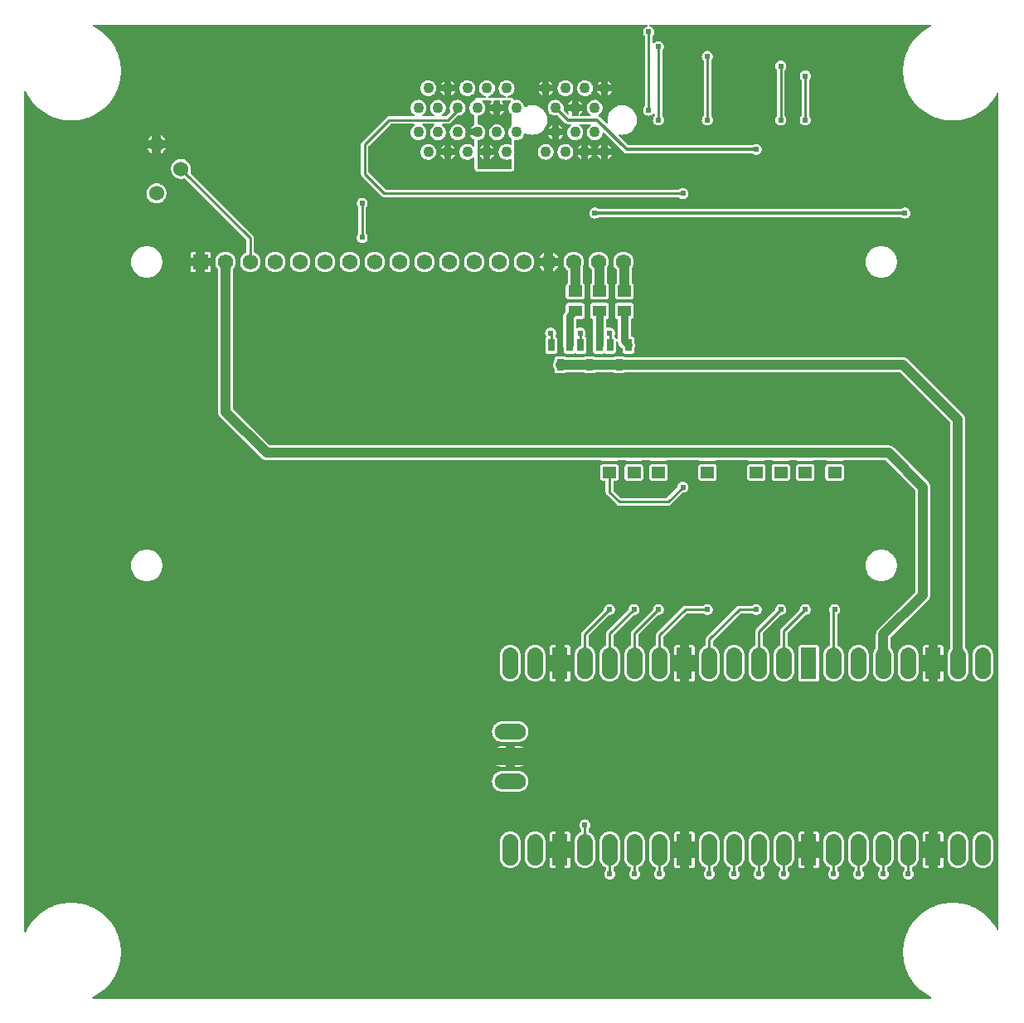
<source format=gbl>
G04 Layer: BottomLayer*
G04 EasyEDA v6.5.20, 2023-09-17 03:17:05*
G04 a67cddfb3fce44daa9051d46cbbcc19f,10*
G04 Gerber Generator version 0.2*
G04 Scale: 100 percent, Rotated: No, Reflected: No *
G04 Dimensions in millimeters *
G04 leading zeros omitted , absolute positions ,4 integer and 5 decimal *
%FSLAX45Y45*%
%MOMM*%

%AMMACRO1*21,1,$1,$2,0,0,$3*%
%AMMACRO2*4,1,4,-0.8,-1.5999,0.8,-1.5999,0.8,1.5999,-0.8,1.5999,-0.8,-1.5999,0*%
%AMMACRO3*4,1,4,-0.8001,-1.5999,0.8001,-1.5999,0.8001,1.5999,-0.8001,1.5999,-0.8001,-1.5999,0*%
%ADD10C,0.2540*%
%ADD11C,1.0000*%
%ADD12C,0.3000*%
%ADD13C,0.8000*%
%ADD14MACRO1,1.25X0.7X90.0000*%
%ADD15R,1.3770X1.1325*%
%ADD16MACRO1,1.377X1.1325X0.0000*%
%ADD17MACRO2*%
%ADD18MACRO3*%
%ADD19C,1.1000*%
%ADD20R,1.5748X1.5748*%
%ADD21C,1.5748*%
%ADD22C,1.5240*%
%ADD23C,0.6096*%
%ADD24C,0.6100*%
%ADD25C,0.0114*%

%LPD*%
G36*
X731012Y25908D02*
G01*
X727202Y26670D01*
X723900Y28803D01*
X721715Y32004D01*
X720852Y35864D01*
X721512Y39674D01*
X723595Y43027D01*
X726744Y45313D01*
X730402Y46939D01*
X757834Y61722D01*
X784301Y78130D01*
X809701Y96164D01*
X833932Y115722D01*
X856945Y136702D01*
X878586Y159105D01*
X898804Y182778D01*
X917549Y207670D01*
X934719Y233629D01*
X950264Y260654D01*
X964082Y288544D01*
X976172Y317246D01*
X986485Y346659D01*
X994968Y376631D01*
X1001572Y407060D01*
X1006297Y437845D01*
X1009091Y468884D01*
X1010005Y499973D01*
X1009091Y531114D01*
X1006297Y562152D01*
X1001572Y592937D01*
X994968Y623366D01*
X986485Y653338D01*
X976172Y682752D01*
X964082Y711454D01*
X950264Y739343D01*
X934719Y766368D01*
X917549Y792327D01*
X898804Y817219D01*
X878586Y840892D01*
X856945Y863295D01*
X833932Y884275D01*
X809701Y903833D01*
X784301Y921867D01*
X757834Y938276D01*
X730402Y953058D01*
X702106Y966063D01*
X673049Y977341D01*
X643382Y986790D01*
X613156Y994410D01*
X582574Y1000150D01*
X551637Y1003960D01*
X520547Y1005890D01*
X489407Y1005890D01*
X458317Y1003960D01*
X427431Y1000150D01*
X396798Y994410D01*
X366623Y986790D01*
X336905Y977341D01*
X307898Y966063D01*
X279603Y953058D01*
X252171Y938276D01*
X225704Y921867D01*
X200304Y903833D01*
X176022Y884275D01*
X153060Y863295D01*
X131368Y840892D01*
X111150Y817219D01*
X92405Y792327D01*
X75234Y766368D01*
X59740Y739343D01*
X45872Y711454D01*
X43230Y707136D01*
X39928Y704951D01*
X36017Y704189D01*
X32156Y704951D01*
X28854Y707186D01*
X26670Y710438D01*
X25908Y714349D01*
X25908Y9285630D01*
X26670Y9289542D01*
X28854Y9292793D01*
X32156Y9295028D01*
X36017Y9295790D01*
X39928Y9295028D01*
X43230Y9292844D01*
X45872Y9288526D01*
X59740Y9260636D01*
X75234Y9233611D01*
X92405Y9207652D01*
X111150Y9182760D01*
X131368Y9159087D01*
X153060Y9136684D01*
X176022Y9115704D01*
X200304Y9096146D01*
X225704Y9078112D01*
X252171Y9061704D01*
X279603Y9046921D01*
X307898Y9033916D01*
X336905Y9022638D01*
X366623Y9013190D01*
X396798Y9005570D01*
X427431Y8999829D01*
X458317Y8996019D01*
X489407Y8994089D01*
X520547Y8994089D01*
X551637Y8996019D01*
X582574Y8999829D01*
X613156Y9005570D01*
X643382Y9013190D01*
X673049Y9022638D01*
X702106Y9033916D01*
X730402Y9046921D01*
X757834Y9061704D01*
X784301Y9078112D01*
X809701Y9096146D01*
X833932Y9115704D01*
X856945Y9136684D01*
X878586Y9159087D01*
X898804Y9182760D01*
X917549Y9207652D01*
X934719Y9233611D01*
X950264Y9260636D01*
X964082Y9288526D01*
X976172Y9317228D01*
X986485Y9346641D01*
X994968Y9376613D01*
X1001572Y9407042D01*
X1006297Y9437827D01*
X1009091Y9468866D01*
X1010005Y9499955D01*
X1009091Y9531096D01*
X1006297Y9562134D01*
X1001572Y9592919D01*
X994968Y9623348D01*
X986485Y9653320D01*
X976172Y9682734D01*
X964082Y9711436D01*
X950264Y9739325D01*
X934719Y9766350D01*
X917549Y9792309D01*
X898804Y9817201D01*
X878586Y9840874D01*
X856945Y9863277D01*
X833932Y9884257D01*
X809701Y9903815D01*
X784301Y9921849D01*
X757834Y9938258D01*
X730402Y9953040D01*
X726795Y9954666D01*
X723595Y9956952D01*
X721512Y9960305D01*
X720852Y9964115D01*
X721715Y9967976D01*
X723900Y9971176D01*
X727202Y9973310D01*
X731012Y9974072D01*
X6382461Y9974072D01*
X6386525Y9973208D01*
X6389878Y9970820D01*
X6392011Y9967264D01*
X6392570Y9963150D01*
X6391402Y9959187D01*
X6388760Y9955987D01*
X6385052Y9954107D01*
X6380734Y9952939D01*
X6371793Y9948773D01*
X6363766Y9943134D01*
X6356807Y9936226D01*
X6351168Y9928148D01*
X6347053Y9919258D01*
X6344513Y9909759D01*
X6343650Y9899954D01*
X6344513Y9890201D01*
X6347053Y9880701D01*
X6351168Y9871811D01*
X6356807Y9863734D01*
X6358382Y9862159D01*
X6360617Y9858857D01*
X6361379Y9854996D01*
X6361379Y9144965D01*
X6360617Y9141104D01*
X6358382Y9137802D01*
X6356807Y9136227D01*
X6351168Y9128150D01*
X6347053Y9119260D01*
X6344513Y9109760D01*
X6343650Y9099956D01*
X6344513Y9090202D01*
X6347053Y9080703D01*
X6351168Y9071813D01*
X6356807Y9063736D01*
X6363766Y9056827D01*
X6371793Y9051188D01*
X6380734Y9047022D01*
X6390182Y9044482D01*
X6399987Y9043619D01*
X6409791Y9044482D01*
X6419240Y9047022D01*
X6428181Y9051188D01*
X6436156Y9056776D01*
X6443980Y9064701D01*
X6447282Y9066936D01*
X6451193Y9067749D01*
X6455054Y9066987D01*
X6458407Y9064752D01*
X6460591Y9061450D01*
X6461404Y9057589D01*
X6461404Y9044990D01*
X6460591Y9041079D01*
X6458407Y9037777D01*
X6456832Y9036202D01*
X6451193Y9028176D01*
X6447028Y9019235D01*
X6444488Y9009786D01*
X6443624Y8999982D01*
X6444488Y8990177D01*
X6447028Y8980728D01*
X6451193Y8971788D01*
X6456832Y8963761D01*
X6463741Y8956802D01*
X6471818Y8951163D01*
X6480708Y8947048D01*
X6490208Y8944508D01*
X6500012Y8943644D01*
X6509766Y8944508D01*
X6519265Y8947048D01*
X6528155Y8951163D01*
X6536232Y8956802D01*
X6543141Y8963761D01*
X6548780Y8971788D01*
X6552946Y8980728D01*
X6555486Y8990177D01*
X6556349Y8999982D01*
X6555486Y9009786D01*
X6552946Y9019235D01*
X6548780Y9028176D01*
X6543141Y9036202D01*
X6541566Y9037777D01*
X6539382Y9041079D01*
X6538620Y9044990D01*
X6538620Y9704984D01*
X6539382Y9708845D01*
X6541566Y9712147D01*
X6543141Y9713722D01*
X6548780Y9721799D01*
X6552946Y9730689D01*
X6555486Y9740188D01*
X6556349Y9749942D01*
X6555486Y9759746D01*
X6552946Y9769246D01*
X6548780Y9778136D01*
X6543141Y9786213D01*
X6536232Y9793122D01*
X6528155Y9798761D01*
X6519265Y9802926D01*
X6509766Y9805466D01*
X6500012Y9806330D01*
X6490208Y9805466D01*
X6480708Y9802926D01*
X6471818Y9798761D01*
X6463792Y9793173D01*
X6455968Y9785248D01*
X6452717Y9783013D01*
X6448806Y9782200D01*
X6444894Y9782962D01*
X6441592Y9785197D01*
X6439357Y9788499D01*
X6438595Y9792360D01*
X6438595Y9854996D01*
X6439357Y9858857D01*
X6441592Y9862159D01*
X6443167Y9863734D01*
X6448806Y9871811D01*
X6452920Y9880701D01*
X6455460Y9890201D01*
X6456324Y9899954D01*
X6455460Y9909759D01*
X6452920Y9919258D01*
X6448806Y9928148D01*
X6443167Y9936226D01*
X6436207Y9943134D01*
X6428181Y9948773D01*
X6419240Y9952939D01*
X6414922Y9954107D01*
X6411214Y9955987D01*
X6408572Y9959187D01*
X6407404Y9963150D01*
X6407962Y9967264D01*
X6410096Y9970820D01*
X6413449Y9973208D01*
X6417513Y9974072D01*
X9278924Y9974072D01*
X9282785Y9973310D01*
X9286036Y9971176D01*
X9288272Y9967976D01*
X9289084Y9964115D01*
X9288424Y9960305D01*
X9286341Y9956952D01*
X9283192Y9954666D01*
X9279585Y9953040D01*
X9252153Y9938258D01*
X9225686Y9921849D01*
X9200286Y9903815D01*
X9176004Y9884257D01*
X9153042Y9863277D01*
X9131350Y9840874D01*
X9111132Y9817201D01*
X9092387Y9792309D01*
X9075216Y9766350D01*
X9059722Y9739325D01*
X9045854Y9711436D01*
X9033764Y9682734D01*
X9023451Y9653320D01*
X9015018Y9623348D01*
X9008414Y9592919D01*
X9003690Y9562134D01*
X9000845Y9531096D01*
X8999982Y9500006D01*
X9000845Y9468866D01*
X9003690Y9437827D01*
X9008414Y9407042D01*
X9015018Y9376613D01*
X9023451Y9346641D01*
X9033764Y9317228D01*
X9045854Y9288526D01*
X9059722Y9260636D01*
X9075216Y9233611D01*
X9092387Y9207652D01*
X9111132Y9182760D01*
X9131350Y9159087D01*
X9153042Y9136684D01*
X9176004Y9115704D01*
X9200286Y9096146D01*
X9225686Y9078112D01*
X9252153Y9061704D01*
X9279585Y9046921D01*
X9307880Y9033916D01*
X9336887Y9022638D01*
X9366605Y9013190D01*
X9396780Y9005570D01*
X9427413Y8999829D01*
X9458299Y8996019D01*
X9489389Y8994089D01*
X9520529Y8994089D01*
X9551619Y8996019D01*
X9582556Y8999829D01*
X9613138Y9005570D01*
X9643364Y9013190D01*
X9673031Y9022638D01*
X9702088Y9033916D01*
X9730384Y9046921D01*
X9757816Y9061704D01*
X9784283Y9078112D01*
X9809683Y9096146D01*
X9833914Y9115704D01*
X9856927Y9136684D01*
X9878568Y9159087D01*
X9898786Y9182760D01*
X9917531Y9207652D01*
X9934702Y9233611D01*
X9950246Y9260636D01*
X9954818Y9269831D01*
X9957663Y9273336D01*
X9961727Y9275216D01*
X9966248Y9275216D01*
X9970262Y9273235D01*
X9973056Y9269679D01*
X9974072Y9265310D01*
X9974072Y734669D01*
X9973056Y730300D01*
X9970262Y726744D01*
X9966248Y724763D01*
X9961727Y724763D01*
X9957663Y726694D01*
X9954818Y730148D01*
X9950246Y739343D01*
X9934702Y766368D01*
X9917531Y792327D01*
X9898786Y817219D01*
X9878568Y840892D01*
X9856927Y863295D01*
X9833914Y884275D01*
X9809683Y903833D01*
X9784283Y921867D01*
X9757816Y938276D01*
X9730384Y953058D01*
X9702088Y966063D01*
X9673031Y977341D01*
X9643364Y986790D01*
X9613138Y994410D01*
X9582556Y1000150D01*
X9551619Y1003960D01*
X9520529Y1005890D01*
X9489389Y1005890D01*
X9458299Y1003960D01*
X9427413Y1000150D01*
X9396780Y994410D01*
X9366605Y986790D01*
X9336887Y977341D01*
X9307880Y966063D01*
X9279585Y953058D01*
X9252153Y938276D01*
X9225686Y921867D01*
X9200286Y903833D01*
X9176004Y884275D01*
X9153042Y863295D01*
X9131350Y840892D01*
X9111132Y817219D01*
X9092387Y792327D01*
X9075216Y766368D01*
X9059722Y739343D01*
X9045854Y711454D01*
X9033764Y682752D01*
X9023451Y653338D01*
X9015018Y623366D01*
X9008414Y592937D01*
X9003690Y562152D01*
X9000845Y531114D01*
X8999982Y500024D01*
X9000845Y468884D01*
X9003690Y437845D01*
X9008414Y407060D01*
X9015018Y376631D01*
X9023451Y346659D01*
X9033764Y317246D01*
X9045854Y288544D01*
X9059722Y260654D01*
X9075216Y233629D01*
X9092387Y207670D01*
X9111132Y182778D01*
X9131350Y159105D01*
X9153042Y136702D01*
X9176004Y115722D01*
X9200286Y96164D01*
X9225686Y78130D01*
X9252153Y61722D01*
X9279585Y46939D01*
X9283192Y45313D01*
X9286392Y43027D01*
X9288424Y39674D01*
X9289084Y35864D01*
X9288272Y32004D01*
X9286036Y28803D01*
X9282785Y26670D01*
X9278924Y25908D01*
G37*

%LPC*%
G36*
X5581700Y7167473D02*
G01*
X5718251Y7167473D01*
X5724601Y7168184D01*
X5730036Y7170064D01*
X5734964Y7173163D01*
X5739028Y7177227D01*
X5742127Y7182154D01*
X5744057Y7187590D01*
X5744768Y7193940D01*
X5744768Y7306056D01*
X5744057Y7312355D01*
X5742127Y7317841D01*
X5739028Y7322718D01*
X5734964Y7326833D01*
X5730646Y7329525D01*
X5728106Y7331811D01*
X5726480Y7334758D01*
X5725922Y7338110D01*
X5725922Y7496149D01*
X5726938Y7500620D01*
X5731560Y7509967D01*
X5735929Y7522921D01*
X5738622Y7536332D01*
X5739485Y7549997D01*
X5738622Y7563662D01*
X5735929Y7577074D01*
X5731560Y7590028D01*
X5725464Y7602321D01*
X5717895Y7613700D01*
X5708853Y7623962D01*
X5698591Y7633004D01*
X5687212Y7640574D01*
X5674918Y7646670D01*
X5661964Y7651038D01*
X5648553Y7653731D01*
X5634888Y7654594D01*
X5621223Y7653731D01*
X5607812Y7651038D01*
X5594858Y7646670D01*
X5582564Y7640574D01*
X5571185Y7633004D01*
X5560923Y7623962D01*
X5551881Y7613700D01*
X5544261Y7602321D01*
X5538216Y7590028D01*
X5533796Y7577074D01*
X5531154Y7563662D01*
X5530240Y7549997D01*
X5531154Y7536332D01*
X5533796Y7522921D01*
X5538216Y7509967D01*
X5544261Y7497673D01*
X5551881Y7486294D01*
X5560923Y7475981D01*
X5570626Y7467498D01*
X5573166Y7464044D01*
X5574080Y7459827D01*
X5574080Y7338110D01*
X5573522Y7334758D01*
X5571845Y7331811D01*
X5569305Y7329525D01*
X5565038Y7326833D01*
X5560923Y7322718D01*
X5557875Y7317841D01*
X5555945Y7312355D01*
X5555234Y7306056D01*
X5555234Y7193940D01*
X5555945Y7187590D01*
X5557875Y7182154D01*
X5560923Y7177227D01*
X5565038Y7173163D01*
X5569915Y7170064D01*
X5575401Y7168184D01*
G37*
G36*
X5983935Y9358731D02*
G01*
X6023508Y9358731D01*
X6017564Y9369501D01*
X6010351Y9378848D01*
X6001867Y9387027D01*
X5992266Y9393885D01*
X5983935Y9398152D01*
G37*
G36*
X9050985Y1243634D02*
G01*
X9060789Y1244498D01*
X9070238Y1247038D01*
X9079179Y1251204D01*
X9087205Y1256842D01*
X9094165Y1263751D01*
X9099804Y1271828D01*
X9103918Y1280718D01*
X9106458Y1290218D01*
X9107322Y1299972D01*
X9106458Y1309776D01*
X9103918Y1319276D01*
X9099804Y1328166D01*
X9094165Y1336243D01*
X9092590Y1337818D01*
X9090355Y1341120D01*
X9089593Y1344980D01*
X9089593Y1362354D01*
X9090304Y1366012D01*
X9092285Y1369212D01*
X9095282Y1371447D01*
X9101937Y1374698D01*
X9109557Y1379321D01*
X9112707Y1381455D01*
X9119768Y1387043D01*
X9122562Y1389532D01*
X9128963Y1395933D01*
X9131401Y1398676D01*
X9136989Y1405788D01*
X9139174Y1408887D01*
X9143847Y1416659D01*
X9145574Y1419961D01*
X9149283Y1428242D01*
X9150604Y1431747D01*
X9153296Y1440383D01*
X9154210Y1443939D01*
X9155836Y1452829D01*
X9156293Y1456639D01*
X9156903Y1467764D01*
X9156903Y1627225D01*
X9156293Y1638350D01*
X9155836Y1642160D01*
X9154210Y1651050D01*
X9153296Y1654606D01*
X9150604Y1663242D01*
X9149283Y1666798D01*
X9145574Y1675028D01*
X9143847Y1678330D01*
X9139174Y1686102D01*
X9136989Y1689201D01*
X9131401Y1696313D01*
X9128963Y1699056D01*
X9122562Y1705457D01*
X9119768Y1707946D01*
X9112656Y1713534D01*
X9109608Y1715668D01*
X9101886Y1720342D01*
X9098534Y1722120D01*
X9090253Y1725828D01*
X9086748Y1727149D01*
X9078112Y1729841D01*
X9074454Y1730705D01*
X9065564Y1732330D01*
X9061907Y1732788D01*
X9052864Y1733346D01*
X9049105Y1733346D01*
X9040063Y1732788D01*
X9036405Y1732330D01*
X9027515Y1730705D01*
X9023858Y1729841D01*
X9015222Y1727149D01*
X9011716Y1725828D01*
X9003436Y1722120D01*
X9000083Y1720342D01*
X8992362Y1715668D01*
X8989314Y1713534D01*
X8982202Y1707946D01*
X8979408Y1705457D01*
X8973007Y1699056D01*
X8970518Y1696262D01*
X8964930Y1689150D01*
X8962796Y1686102D01*
X8958122Y1678330D01*
X8956395Y1675028D01*
X8952687Y1666798D01*
X8951366Y1663242D01*
X8948674Y1654606D01*
X8947759Y1651050D01*
X8946134Y1642160D01*
X8945676Y1638401D01*
X8945067Y1627225D01*
X8945067Y1467764D01*
X8945676Y1456588D01*
X8946134Y1452829D01*
X8947759Y1443939D01*
X8948674Y1440383D01*
X8951366Y1431747D01*
X8952687Y1428242D01*
X8956395Y1419961D01*
X8958122Y1416659D01*
X8962796Y1408887D01*
X8964930Y1405839D01*
X8970518Y1398727D01*
X8973007Y1395933D01*
X8979408Y1389532D01*
X8982202Y1387043D01*
X8989314Y1381455D01*
X8992412Y1379321D01*
X9000032Y1374698D01*
X9006687Y1371447D01*
X9009684Y1369212D01*
X9011666Y1366012D01*
X9012377Y1362354D01*
X9012377Y1344980D01*
X9011615Y1341120D01*
X9009380Y1337818D01*
X9007805Y1336243D01*
X9002166Y1328166D01*
X8998051Y1319276D01*
X8995511Y1309776D01*
X8994648Y1299972D01*
X8995511Y1290218D01*
X8998051Y1280718D01*
X9002166Y1271828D01*
X9007805Y1263751D01*
X9014764Y1256842D01*
X9022791Y1251204D01*
X9031732Y1247038D01*
X9041180Y1244498D01*
G37*
G36*
X8796985Y1243634D02*
G01*
X8806789Y1244498D01*
X8816238Y1247038D01*
X8825179Y1251204D01*
X8833205Y1256842D01*
X8840165Y1263751D01*
X8845804Y1271828D01*
X8849918Y1280718D01*
X8852458Y1290218D01*
X8853322Y1299972D01*
X8852458Y1309776D01*
X8849918Y1319276D01*
X8845804Y1328166D01*
X8840165Y1336243D01*
X8838590Y1337818D01*
X8836355Y1341120D01*
X8835593Y1344980D01*
X8835593Y1362354D01*
X8836304Y1366012D01*
X8838285Y1369212D01*
X8841282Y1371447D01*
X8847937Y1374698D01*
X8855557Y1379321D01*
X8858707Y1381455D01*
X8865768Y1387043D01*
X8868562Y1389532D01*
X8874963Y1395933D01*
X8877401Y1398676D01*
X8882989Y1405788D01*
X8885174Y1408887D01*
X8889847Y1416659D01*
X8891574Y1419961D01*
X8895283Y1428242D01*
X8896604Y1431747D01*
X8899296Y1440383D01*
X8900210Y1443939D01*
X8901836Y1452829D01*
X8902293Y1456639D01*
X8902903Y1467764D01*
X8902903Y1627225D01*
X8902293Y1638350D01*
X8901836Y1642160D01*
X8900210Y1651050D01*
X8899296Y1654606D01*
X8896604Y1663242D01*
X8895283Y1666798D01*
X8891574Y1675028D01*
X8889847Y1678330D01*
X8885174Y1686102D01*
X8882989Y1689201D01*
X8877401Y1696313D01*
X8874963Y1699056D01*
X8868562Y1705457D01*
X8865768Y1707946D01*
X8858656Y1713534D01*
X8855608Y1715668D01*
X8847886Y1720342D01*
X8844534Y1722120D01*
X8836253Y1725828D01*
X8832748Y1727149D01*
X8824112Y1729841D01*
X8820454Y1730705D01*
X8811564Y1732330D01*
X8807907Y1732788D01*
X8798864Y1733346D01*
X8795105Y1733346D01*
X8786063Y1732788D01*
X8782405Y1732330D01*
X8773515Y1730705D01*
X8769858Y1729841D01*
X8761222Y1727149D01*
X8757716Y1725828D01*
X8749436Y1722120D01*
X8746083Y1720342D01*
X8738362Y1715668D01*
X8735314Y1713534D01*
X8728202Y1707946D01*
X8725408Y1705457D01*
X8719007Y1699056D01*
X8716518Y1696262D01*
X8710930Y1689150D01*
X8708796Y1686102D01*
X8704122Y1678330D01*
X8702395Y1675028D01*
X8698687Y1666798D01*
X8697366Y1663242D01*
X8694674Y1654606D01*
X8693759Y1651050D01*
X8692134Y1642160D01*
X8691676Y1638401D01*
X8691067Y1627225D01*
X8691067Y1467764D01*
X8691676Y1456588D01*
X8692134Y1452829D01*
X8693759Y1443939D01*
X8694674Y1440383D01*
X8697366Y1431747D01*
X8698687Y1428242D01*
X8702395Y1419961D01*
X8704122Y1416659D01*
X8708796Y1408887D01*
X8710930Y1405839D01*
X8716518Y1398727D01*
X8719007Y1395933D01*
X8725408Y1389532D01*
X8728202Y1387043D01*
X8735314Y1381455D01*
X8738412Y1379321D01*
X8746032Y1374698D01*
X8752687Y1371447D01*
X8755684Y1369212D01*
X8757666Y1366012D01*
X8758377Y1362354D01*
X8758377Y1344980D01*
X8757615Y1341120D01*
X8755380Y1337818D01*
X8753805Y1336243D01*
X8748166Y1328166D01*
X8744051Y1319276D01*
X8741511Y1309776D01*
X8740648Y1299972D01*
X8741511Y1290218D01*
X8744051Y1280718D01*
X8748166Y1271828D01*
X8753805Y1263751D01*
X8760764Y1256842D01*
X8768791Y1251204D01*
X8777732Y1247038D01*
X8787180Y1244498D01*
G37*
G36*
X6002985Y1243634D02*
G01*
X6012789Y1244498D01*
X6022238Y1247038D01*
X6031179Y1251204D01*
X6039205Y1256842D01*
X6046165Y1263751D01*
X6051804Y1271828D01*
X6055918Y1280718D01*
X6058458Y1290218D01*
X6059322Y1299972D01*
X6058458Y1309776D01*
X6055918Y1319276D01*
X6051804Y1328166D01*
X6046165Y1336243D01*
X6044590Y1337818D01*
X6042355Y1341120D01*
X6041593Y1344980D01*
X6041593Y1362354D01*
X6042304Y1366012D01*
X6044285Y1369212D01*
X6047282Y1371447D01*
X6053937Y1374698D01*
X6061557Y1379321D01*
X6064656Y1381455D01*
X6071768Y1387043D01*
X6074562Y1389532D01*
X6080963Y1395933D01*
X6083452Y1398727D01*
X6089040Y1405839D01*
X6091174Y1408887D01*
X6095847Y1416659D01*
X6097574Y1419961D01*
X6101283Y1428242D01*
X6102604Y1431747D01*
X6105296Y1440383D01*
X6106210Y1443939D01*
X6107836Y1452829D01*
X6108293Y1456588D01*
X6108903Y1467764D01*
X6108903Y1627225D01*
X6108293Y1638401D01*
X6107836Y1642160D01*
X6106210Y1651050D01*
X6105296Y1654606D01*
X6102604Y1663242D01*
X6101283Y1666798D01*
X6097574Y1675028D01*
X6095847Y1678330D01*
X6091174Y1686102D01*
X6089040Y1689150D01*
X6083452Y1696262D01*
X6080963Y1699056D01*
X6074562Y1705457D01*
X6071768Y1707946D01*
X6064656Y1713534D01*
X6061608Y1715668D01*
X6053886Y1720342D01*
X6050534Y1722120D01*
X6042253Y1725828D01*
X6038748Y1727149D01*
X6030112Y1729841D01*
X6026454Y1730705D01*
X6017564Y1732330D01*
X6013907Y1732788D01*
X6004864Y1733346D01*
X6001105Y1733346D01*
X5992063Y1732788D01*
X5988405Y1732330D01*
X5979515Y1730705D01*
X5975858Y1729841D01*
X5967222Y1727149D01*
X5963716Y1725828D01*
X5955436Y1722120D01*
X5952083Y1720342D01*
X5944362Y1715668D01*
X5941314Y1713534D01*
X5934202Y1707946D01*
X5931408Y1705457D01*
X5925007Y1699056D01*
X5922568Y1696313D01*
X5916980Y1689201D01*
X5914796Y1686102D01*
X5910122Y1678330D01*
X5908395Y1675028D01*
X5904687Y1666798D01*
X5903366Y1663242D01*
X5900674Y1654606D01*
X5899759Y1651050D01*
X5898134Y1642160D01*
X5897676Y1638350D01*
X5897118Y1627225D01*
X5897118Y1467764D01*
X5897676Y1456639D01*
X5898134Y1452829D01*
X5899759Y1443939D01*
X5900674Y1440383D01*
X5903366Y1431747D01*
X5904687Y1428242D01*
X5908395Y1419961D01*
X5910122Y1416659D01*
X5914796Y1408887D01*
X5916980Y1405788D01*
X5922568Y1398676D01*
X5925007Y1395933D01*
X5931408Y1389532D01*
X5934202Y1387043D01*
X5941314Y1381455D01*
X5944412Y1379321D01*
X5952032Y1374698D01*
X5958687Y1371447D01*
X5961684Y1369212D01*
X5963666Y1366012D01*
X5964377Y1362354D01*
X5964377Y1344980D01*
X5963615Y1341120D01*
X5961380Y1337818D01*
X5959805Y1336243D01*
X5954166Y1328166D01*
X5950051Y1319276D01*
X5947511Y1309776D01*
X5946648Y1299972D01*
X5947511Y1290218D01*
X5950051Y1280718D01*
X5954166Y1271828D01*
X5959805Y1263751D01*
X5966764Y1256842D01*
X5974791Y1251204D01*
X5983732Y1247038D01*
X5993180Y1244498D01*
G37*
G36*
X7526985Y1243634D02*
G01*
X7536789Y1244498D01*
X7546238Y1247038D01*
X7555179Y1251204D01*
X7563205Y1256842D01*
X7570165Y1263751D01*
X7575803Y1271828D01*
X7579918Y1280718D01*
X7582458Y1290218D01*
X7583322Y1299972D01*
X7582458Y1309776D01*
X7579918Y1319276D01*
X7575803Y1328166D01*
X7570165Y1336243D01*
X7568590Y1337818D01*
X7566355Y1341120D01*
X7565593Y1344980D01*
X7565593Y1362354D01*
X7566304Y1366012D01*
X7568285Y1369212D01*
X7571282Y1371447D01*
X7577937Y1374698D01*
X7585557Y1379321D01*
X7588656Y1381455D01*
X7595768Y1387043D01*
X7598613Y1389532D01*
X7605014Y1395933D01*
X7607401Y1398676D01*
X7612989Y1405788D01*
X7615174Y1408887D01*
X7619847Y1416659D01*
X7621574Y1419961D01*
X7625283Y1428242D01*
X7626603Y1431747D01*
X7629296Y1440383D01*
X7630210Y1443939D01*
X7631836Y1452829D01*
X7632293Y1456588D01*
X7632903Y1467764D01*
X7632903Y1627225D01*
X7632293Y1638401D01*
X7631836Y1642160D01*
X7630210Y1651050D01*
X7629296Y1654606D01*
X7626603Y1663242D01*
X7625283Y1666798D01*
X7621574Y1675028D01*
X7619847Y1678330D01*
X7615174Y1686102D01*
X7612989Y1689201D01*
X7607401Y1696313D01*
X7605014Y1699056D01*
X7598613Y1705457D01*
X7595768Y1707946D01*
X7588656Y1713534D01*
X7585608Y1715668D01*
X7577886Y1720342D01*
X7574534Y1722120D01*
X7566253Y1725828D01*
X7562748Y1727149D01*
X7554112Y1729841D01*
X7550454Y1730705D01*
X7541564Y1732330D01*
X7537907Y1732788D01*
X7528864Y1733346D01*
X7525105Y1733346D01*
X7516063Y1732788D01*
X7512405Y1732330D01*
X7503515Y1730705D01*
X7499858Y1729841D01*
X7491222Y1727149D01*
X7487716Y1725828D01*
X7479436Y1722120D01*
X7476083Y1720342D01*
X7468362Y1715668D01*
X7465314Y1713534D01*
X7458202Y1707946D01*
X7455408Y1705457D01*
X7449007Y1699056D01*
X7446518Y1696262D01*
X7440930Y1689150D01*
X7438796Y1686102D01*
X7434122Y1678330D01*
X7432395Y1675028D01*
X7428687Y1666798D01*
X7427366Y1663242D01*
X7424674Y1654606D01*
X7423759Y1651050D01*
X7422134Y1642160D01*
X7421676Y1638401D01*
X7421067Y1627225D01*
X7421067Y1467764D01*
X7421676Y1456588D01*
X7422134Y1452829D01*
X7423759Y1443939D01*
X7424674Y1440383D01*
X7427366Y1431747D01*
X7428687Y1428242D01*
X7432395Y1419961D01*
X7434122Y1416659D01*
X7438796Y1408887D01*
X7440930Y1405839D01*
X7446518Y1398727D01*
X7449007Y1395933D01*
X7455408Y1389532D01*
X7458202Y1387043D01*
X7465314Y1381455D01*
X7468412Y1379321D01*
X7476032Y1374698D01*
X7482687Y1371447D01*
X7485684Y1369212D01*
X7487666Y1366012D01*
X7488377Y1362354D01*
X7488377Y1344980D01*
X7487615Y1341120D01*
X7485380Y1337818D01*
X7483805Y1336243D01*
X7478166Y1328166D01*
X7474051Y1319276D01*
X7471511Y1309776D01*
X7470648Y1299972D01*
X7471511Y1290218D01*
X7474051Y1280718D01*
X7478166Y1271828D01*
X7483805Y1263751D01*
X7490764Y1256842D01*
X7498791Y1251204D01*
X7507731Y1247038D01*
X7517180Y1244498D01*
G37*
G36*
X8288985Y1243634D02*
G01*
X8298789Y1244498D01*
X8308238Y1247038D01*
X8317179Y1251204D01*
X8325205Y1256842D01*
X8332165Y1263751D01*
X8337803Y1271828D01*
X8341918Y1280718D01*
X8344458Y1290218D01*
X8345322Y1299972D01*
X8344458Y1309776D01*
X8341918Y1319276D01*
X8337803Y1328166D01*
X8332165Y1336243D01*
X8330590Y1337818D01*
X8328355Y1341120D01*
X8327593Y1344980D01*
X8327593Y1362354D01*
X8328304Y1366012D01*
X8330285Y1369212D01*
X8333282Y1371447D01*
X8339937Y1374698D01*
X8347557Y1379321D01*
X8350656Y1381455D01*
X8357768Y1387043D01*
X8360613Y1389532D01*
X8367014Y1395933D01*
X8369401Y1398676D01*
X8374989Y1405788D01*
X8377174Y1408887D01*
X8381847Y1416659D01*
X8383574Y1419961D01*
X8387283Y1428242D01*
X8388603Y1431747D01*
X8391296Y1440383D01*
X8392210Y1443939D01*
X8393836Y1452829D01*
X8394293Y1456588D01*
X8394903Y1467764D01*
X8394903Y1627225D01*
X8394293Y1638401D01*
X8393836Y1642160D01*
X8392210Y1651050D01*
X8391296Y1654606D01*
X8388603Y1663242D01*
X8387283Y1666798D01*
X8383574Y1675028D01*
X8381847Y1678330D01*
X8377174Y1686102D01*
X8374989Y1689201D01*
X8369401Y1696313D01*
X8367014Y1699056D01*
X8360613Y1705457D01*
X8357768Y1707946D01*
X8350656Y1713534D01*
X8347608Y1715668D01*
X8339886Y1720342D01*
X8336534Y1722120D01*
X8328253Y1725828D01*
X8324748Y1727149D01*
X8316112Y1729841D01*
X8312454Y1730705D01*
X8303564Y1732330D01*
X8299907Y1732788D01*
X8290864Y1733346D01*
X8287105Y1733346D01*
X8278063Y1732788D01*
X8274405Y1732330D01*
X8265515Y1730705D01*
X8261858Y1729841D01*
X8253222Y1727149D01*
X8249716Y1725828D01*
X8241436Y1722120D01*
X8238083Y1720342D01*
X8230362Y1715668D01*
X8227314Y1713534D01*
X8220202Y1707946D01*
X8217408Y1705457D01*
X8211007Y1699056D01*
X8208518Y1696262D01*
X8202930Y1689150D01*
X8200796Y1686102D01*
X8196122Y1678330D01*
X8194395Y1675028D01*
X8190687Y1666798D01*
X8189366Y1663242D01*
X8186674Y1654606D01*
X8185759Y1651050D01*
X8184134Y1642160D01*
X8183676Y1638401D01*
X8183067Y1627225D01*
X8183067Y1467764D01*
X8183676Y1456588D01*
X8184134Y1452829D01*
X8185759Y1443939D01*
X8186674Y1440383D01*
X8189366Y1431747D01*
X8190687Y1428242D01*
X8194395Y1419961D01*
X8196122Y1416659D01*
X8200796Y1408887D01*
X8202930Y1405839D01*
X8208518Y1398727D01*
X8211007Y1395933D01*
X8217408Y1389532D01*
X8220202Y1387043D01*
X8227314Y1381455D01*
X8230412Y1379321D01*
X8238032Y1374698D01*
X8244687Y1371447D01*
X8247684Y1369212D01*
X8249666Y1366012D01*
X8250377Y1362354D01*
X8250377Y1344980D01*
X8249615Y1341120D01*
X8247380Y1337818D01*
X8245805Y1336243D01*
X8240166Y1328166D01*
X8236051Y1319276D01*
X8233511Y1309776D01*
X8232648Y1299972D01*
X8233511Y1290218D01*
X8236051Y1280718D01*
X8240166Y1271828D01*
X8245805Y1263751D01*
X8252764Y1256842D01*
X8260791Y1251204D01*
X8269731Y1247038D01*
X8279180Y1244498D01*
G37*
G36*
X7018985Y1243634D02*
G01*
X7028789Y1244498D01*
X7038238Y1247038D01*
X7047179Y1251204D01*
X7055205Y1256842D01*
X7062165Y1263751D01*
X7067803Y1271828D01*
X7071918Y1280718D01*
X7074458Y1290218D01*
X7075322Y1299972D01*
X7074458Y1309776D01*
X7071918Y1319276D01*
X7067803Y1328166D01*
X7062165Y1336243D01*
X7060590Y1337818D01*
X7058355Y1341120D01*
X7057593Y1344980D01*
X7057593Y1362354D01*
X7058304Y1366012D01*
X7060285Y1369212D01*
X7063282Y1371447D01*
X7069937Y1374698D01*
X7077557Y1379321D01*
X7080656Y1381455D01*
X7087768Y1387043D01*
X7090562Y1389532D01*
X7096963Y1395933D01*
X7099452Y1398727D01*
X7105040Y1405839D01*
X7107174Y1408887D01*
X7111847Y1416659D01*
X7113574Y1419961D01*
X7117283Y1428242D01*
X7118603Y1431747D01*
X7121296Y1440383D01*
X7122210Y1443939D01*
X7123836Y1452829D01*
X7124293Y1456588D01*
X7124903Y1467764D01*
X7124903Y1627225D01*
X7124293Y1638401D01*
X7123836Y1642160D01*
X7122210Y1651050D01*
X7121296Y1654606D01*
X7118603Y1663242D01*
X7117283Y1666798D01*
X7113574Y1675028D01*
X7111847Y1678330D01*
X7107174Y1686102D01*
X7105040Y1689150D01*
X7099452Y1696262D01*
X7096963Y1699056D01*
X7090562Y1705457D01*
X7087768Y1707946D01*
X7080656Y1713534D01*
X7077608Y1715668D01*
X7069886Y1720342D01*
X7066534Y1722120D01*
X7058253Y1725828D01*
X7054748Y1727149D01*
X7046112Y1729841D01*
X7042454Y1730705D01*
X7033564Y1732330D01*
X7029907Y1732788D01*
X7020864Y1733346D01*
X7017105Y1733346D01*
X7008063Y1732788D01*
X7004405Y1732330D01*
X6995515Y1730705D01*
X6991858Y1729841D01*
X6983222Y1727149D01*
X6979716Y1725828D01*
X6971436Y1722120D01*
X6968083Y1720342D01*
X6960362Y1715668D01*
X6957314Y1713534D01*
X6950202Y1707946D01*
X6947357Y1705457D01*
X6940956Y1699056D01*
X6938568Y1696313D01*
X6932980Y1689201D01*
X6930796Y1686102D01*
X6926122Y1678330D01*
X6924395Y1675028D01*
X6920687Y1666798D01*
X6919366Y1663242D01*
X6916674Y1654606D01*
X6915759Y1651050D01*
X6914134Y1642160D01*
X6913676Y1638401D01*
X6913067Y1627225D01*
X6913067Y1467764D01*
X6913676Y1456588D01*
X6914134Y1452829D01*
X6915759Y1443939D01*
X6916674Y1440383D01*
X6919366Y1431747D01*
X6920687Y1428242D01*
X6924395Y1419961D01*
X6926122Y1416659D01*
X6930796Y1408887D01*
X6932980Y1405788D01*
X6938568Y1398676D01*
X6940956Y1395933D01*
X6947357Y1389532D01*
X6950202Y1387043D01*
X6957314Y1381455D01*
X6960412Y1379321D01*
X6968032Y1374698D01*
X6974687Y1371447D01*
X6977684Y1369212D01*
X6979666Y1366012D01*
X6980377Y1362354D01*
X6980377Y1344980D01*
X6979615Y1341120D01*
X6977380Y1337818D01*
X6975805Y1336243D01*
X6970166Y1328166D01*
X6966051Y1319276D01*
X6963511Y1309776D01*
X6962648Y1299972D01*
X6963511Y1290218D01*
X6966051Y1280718D01*
X6970166Y1271828D01*
X6975805Y1263751D01*
X6982764Y1256842D01*
X6990791Y1251204D01*
X6999731Y1247038D01*
X7009180Y1244498D01*
G37*
G36*
X7272985Y1243634D02*
G01*
X7282789Y1244498D01*
X7292238Y1247038D01*
X7301179Y1251204D01*
X7309205Y1256842D01*
X7316165Y1263751D01*
X7321803Y1271828D01*
X7325918Y1280718D01*
X7328458Y1290218D01*
X7329322Y1299972D01*
X7328458Y1309776D01*
X7325918Y1319276D01*
X7321803Y1328166D01*
X7316165Y1336243D01*
X7314590Y1337818D01*
X7312355Y1341120D01*
X7311593Y1344980D01*
X7311593Y1362354D01*
X7312304Y1366012D01*
X7314285Y1369212D01*
X7317282Y1371447D01*
X7323937Y1374698D01*
X7331557Y1379321D01*
X7334656Y1381455D01*
X7341768Y1387043D01*
X7344562Y1389532D01*
X7350963Y1395933D01*
X7353452Y1398727D01*
X7359040Y1405839D01*
X7361174Y1408887D01*
X7365847Y1416659D01*
X7367574Y1419961D01*
X7371283Y1428242D01*
X7372603Y1431747D01*
X7375296Y1440383D01*
X7376210Y1443939D01*
X7377836Y1452829D01*
X7378293Y1456588D01*
X7378903Y1467764D01*
X7378903Y1627225D01*
X7378293Y1638401D01*
X7377836Y1642160D01*
X7376210Y1651050D01*
X7375296Y1654606D01*
X7372603Y1663242D01*
X7371283Y1666798D01*
X7367574Y1675028D01*
X7365847Y1678330D01*
X7361174Y1686102D01*
X7359040Y1689150D01*
X7353452Y1696262D01*
X7350963Y1699056D01*
X7344562Y1705457D01*
X7341768Y1707946D01*
X7334656Y1713534D01*
X7331608Y1715668D01*
X7323886Y1720342D01*
X7320534Y1722120D01*
X7312253Y1725828D01*
X7308748Y1727149D01*
X7300112Y1729841D01*
X7296454Y1730705D01*
X7287564Y1732330D01*
X7283907Y1732788D01*
X7274864Y1733346D01*
X7271105Y1733346D01*
X7262063Y1732788D01*
X7258405Y1732330D01*
X7249515Y1730705D01*
X7245858Y1729841D01*
X7237222Y1727149D01*
X7233716Y1725828D01*
X7225436Y1722120D01*
X7222083Y1720342D01*
X7214362Y1715668D01*
X7211314Y1713534D01*
X7204202Y1707946D01*
X7201357Y1705457D01*
X7194956Y1699056D01*
X7192568Y1696313D01*
X7186980Y1689201D01*
X7184796Y1686102D01*
X7180122Y1678330D01*
X7178395Y1675028D01*
X7174687Y1666798D01*
X7173366Y1663242D01*
X7170674Y1654606D01*
X7169759Y1651050D01*
X7168134Y1642160D01*
X7167676Y1638401D01*
X7167067Y1627225D01*
X7167067Y1467764D01*
X7167676Y1456588D01*
X7168134Y1452829D01*
X7169759Y1443939D01*
X7170674Y1440383D01*
X7173366Y1431747D01*
X7174687Y1428242D01*
X7178395Y1419961D01*
X7180122Y1416659D01*
X7184796Y1408887D01*
X7186980Y1405788D01*
X7192568Y1398676D01*
X7194956Y1395933D01*
X7201357Y1389532D01*
X7204202Y1387043D01*
X7211314Y1381455D01*
X7214412Y1379321D01*
X7222032Y1374698D01*
X7228687Y1371447D01*
X7231684Y1369212D01*
X7233666Y1366012D01*
X7234377Y1362354D01*
X7234377Y1344980D01*
X7233615Y1341120D01*
X7231380Y1337818D01*
X7229805Y1336243D01*
X7224166Y1328166D01*
X7220051Y1319276D01*
X7217511Y1309776D01*
X7216648Y1299972D01*
X7217511Y1290218D01*
X7220051Y1280718D01*
X7224166Y1271828D01*
X7229805Y1263751D01*
X7236764Y1256842D01*
X7244791Y1251204D01*
X7253731Y1247038D01*
X7263180Y1244498D01*
G37*
G36*
X6510985Y1243634D02*
G01*
X6520789Y1244498D01*
X6530238Y1247038D01*
X6539179Y1251204D01*
X6547205Y1256842D01*
X6554165Y1263751D01*
X6559803Y1271828D01*
X6563918Y1280718D01*
X6566458Y1290218D01*
X6567322Y1299972D01*
X6566458Y1309776D01*
X6563918Y1319276D01*
X6559803Y1328166D01*
X6554165Y1336243D01*
X6552590Y1337818D01*
X6550355Y1341120D01*
X6549593Y1344980D01*
X6549593Y1362354D01*
X6550304Y1366012D01*
X6552285Y1369212D01*
X6555282Y1371447D01*
X6561937Y1374698D01*
X6569557Y1379321D01*
X6572656Y1381455D01*
X6579768Y1387043D01*
X6582562Y1389532D01*
X6588963Y1395933D01*
X6591452Y1398727D01*
X6597040Y1405839D01*
X6599174Y1408887D01*
X6603847Y1416659D01*
X6605574Y1419961D01*
X6609283Y1428242D01*
X6610603Y1431747D01*
X6613296Y1440383D01*
X6614210Y1443939D01*
X6615836Y1452829D01*
X6616293Y1456588D01*
X6616903Y1467764D01*
X6616903Y1627225D01*
X6616293Y1638401D01*
X6615836Y1642160D01*
X6614210Y1651050D01*
X6613296Y1654606D01*
X6610603Y1663242D01*
X6609283Y1666798D01*
X6605574Y1675028D01*
X6603847Y1678330D01*
X6599174Y1686102D01*
X6597040Y1689150D01*
X6591452Y1696262D01*
X6588963Y1699056D01*
X6582562Y1705457D01*
X6579768Y1707946D01*
X6572656Y1713534D01*
X6569608Y1715668D01*
X6561886Y1720342D01*
X6558534Y1722120D01*
X6550253Y1725828D01*
X6546748Y1727149D01*
X6538112Y1729841D01*
X6534454Y1730705D01*
X6525564Y1732330D01*
X6521907Y1732788D01*
X6512864Y1733346D01*
X6509105Y1733346D01*
X6500063Y1732788D01*
X6496405Y1732330D01*
X6487515Y1730705D01*
X6483858Y1729841D01*
X6475222Y1727149D01*
X6471716Y1725828D01*
X6463436Y1722120D01*
X6460083Y1720342D01*
X6452362Y1715668D01*
X6449314Y1713534D01*
X6442202Y1707946D01*
X6439357Y1705457D01*
X6432956Y1699056D01*
X6430568Y1696313D01*
X6424980Y1689201D01*
X6422796Y1686102D01*
X6418122Y1678330D01*
X6416395Y1675028D01*
X6412687Y1666798D01*
X6411366Y1663242D01*
X6408674Y1654606D01*
X6407759Y1651050D01*
X6406134Y1642160D01*
X6405676Y1638401D01*
X6405067Y1627225D01*
X6405067Y1467764D01*
X6405676Y1456588D01*
X6406134Y1452829D01*
X6407759Y1443939D01*
X6408674Y1440383D01*
X6411366Y1431747D01*
X6412687Y1428242D01*
X6416395Y1419961D01*
X6418122Y1416659D01*
X6422796Y1408887D01*
X6424980Y1405788D01*
X6430568Y1398676D01*
X6432956Y1395933D01*
X6439357Y1389532D01*
X6442202Y1387043D01*
X6449314Y1381455D01*
X6452412Y1379321D01*
X6460032Y1374698D01*
X6466687Y1371447D01*
X6469684Y1369212D01*
X6471666Y1366012D01*
X6472377Y1362354D01*
X6472377Y1344980D01*
X6471615Y1341120D01*
X6469380Y1337818D01*
X6467805Y1336243D01*
X6462166Y1328166D01*
X6458051Y1319276D01*
X6455511Y1309776D01*
X6454648Y1299972D01*
X6455511Y1290218D01*
X6458051Y1280718D01*
X6462166Y1271828D01*
X6467805Y1263751D01*
X6474764Y1256842D01*
X6482791Y1251204D01*
X6491732Y1247038D01*
X6501180Y1244498D01*
G37*
G36*
X7780985Y1243634D02*
G01*
X7790789Y1244498D01*
X7800238Y1247038D01*
X7809179Y1251204D01*
X7817205Y1256842D01*
X7824165Y1263751D01*
X7829803Y1271828D01*
X7833918Y1280718D01*
X7836458Y1290218D01*
X7837322Y1299972D01*
X7836458Y1309776D01*
X7833918Y1319276D01*
X7829803Y1328166D01*
X7824165Y1336243D01*
X7822590Y1337818D01*
X7820355Y1341120D01*
X7819593Y1344980D01*
X7819593Y1362354D01*
X7820304Y1366012D01*
X7822285Y1369212D01*
X7825282Y1371447D01*
X7831937Y1374698D01*
X7839557Y1379321D01*
X7842656Y1381455D01*
X7849768Y1387043D01*
X7852613Y1389532D01*
X7859014Y1395933D01*
X7861401Y1398676D01*
X7866989Y1405788D01*
X7869174Y1408887D01*
X7873847Y1416659D01*
X7875574Y1419961D01*
X7879283Y1428242D01*
X7880603Y1431747D01*
X7883296Y1440383D01*
X7884210Y1443939D01*
X7885836Y1452829D01*
X7886293Y1456588D01*
X7886903Y1467764D01*
X7886903Y1627225D01*
X7886293Y1638401D01*
X7885836Y1642160D01*
X7884210Y1651050D01*
X7883296Y1654606D01*
X7880603Y1663242D01*
X7879283Y1666798D01*
X7875574Y1675028D01*
X7873847Y1678330D01*
X7869174Y1686102D01*
X7866989Y1689201D01*
X7861401Y1696313D01*
X7859014Y1699056D01*
X7852613Y1705457D01*
X7849768Y1707946D01*
X7842656Y1713534D01*
X7839608Y1715668D01*
X7831886Y1720342D01*
X7828534Y1722120D01*
X7820253Y1725828D01*
X7816748Y1727149D01*
X7808112Y1729841D01*
X7804454Y1730705D01*
X7795564Y1732330D01*
X7791907Y1732788D01*
X7782864Y1733346D01*
X7779105Y1733346D01*
X7770063Y1732788D01*
X7766405Y1732330D01*
X7757515Y1730705D01*
X7753858Y1729841D01*
X7745222Y1727149D01*
X7741716Y1725828D01*
X7733436Y1722120D01*
X7730083Y1720342D01*
X7722362Y1715668D01*
X7719314Y1713534D01*
X7712202Y1707946D01*
X7709408Y1705457D01*
X7703007Y1699056D01*
X7700518Y1696262D01*
X7694930Y1689150D01*
X7692796Y1686102D01*
X7688122Y1678330D01*
X7686395Y1675028D01*
X7682687Y1666798D01*
X7681366Y1663242D01*
X7678674Y1654606D01*
X7677759Y1651050D01*
X7676134Y1642160D01*
X7675676Y1638401D01*
X7675067Y1627225D01*
X7675067Y1467764D01*
X7675676Y1456588D01*
X7676134Y1452829D01*
X7677759Y1443939D01*
X7678674Y1440383D01*
X7681366Y1431747D01*
X7682687Y1428242D01*
X7686395Y1419961D01*
X7688122Y1416659D01*
X7692796Y1408887D01*
X7694930Y1405839D01*
X7700518Y1398727D01*
X7703007Y1395933D01*
X7709408Y1389532D01*
X7712202Y1387043D01*
X7719314Y1381455D01*
X7722412Y1379321D01*
X7730032Y1374698D01*
X7736687Y1371447D01*
X7739684Y1369212D01*
X7741666Y1366012D01*
X7742377Y1362354D01*
X7742377Y1344980D01*
X7741615Y1341120D01*
X7739380Y1337818D01*
X7737805Y1336243D01*
X7732166Y1328166D01*
X7728051Y1319276D01*
X7725511Y1309776D01*
X7724648Y1299972D01*
X7725511Y1290218D01*
X7728051Y1280718D01*
X7732166Y1271828D01*
X7737805Y1263751D01*
X7744764Y1256842D01*
X7752791Y1251204D01*
X7761731Y1247038D01*
X7771180Y1244498D01*
G37*
G36*
X8542985Y1243634D02*
G01*
X8552789Y1244498D01*
X8562238Y1247038D01*
X8571179Y1251204D01*
X8579205Y1256842D01*
X8586165Y1263751D01*
X8591804Y1271828D01*
X8595918Y1280718D01*
X8598458Y1290218D01*
X8599322Y1299972D01*
X8598458Y1309776D01*
X8595918Y1319276D01*
X8591804Y1328166D01*
X8586165Y1336243D01*
X8584590Y1337818D01*
X8582355Y1341120D01*
X8581593Y1344980D01*
X8581593Y1362354D01*
X8582304Y1366012D01*
X8584285Y1369212D01*
X8587282Y1371447D01*
X8593937Y1374698D01*
X8601557Y1379321D01*
X8604707Y1381455D01*
X8611768Y1387043D01*
X8614562Y1389532D01*
X8620963Y1395933D01*
X8623401Y1398676D01*
X8628989Y1405788D01*
X8631174Y1408887D01*
X8635847Y1416659D01*
X8637574Y1419961D01*
X8641283Y1428242D01*
X8642604Y1431747D01*
X8645296Y1440383D01*
X8646210Y1443939D01*
X8647836Y1452829D01*
X8648293Y1456588D01*
X8648903Y1467764D01*
X8648903Y1627225D01*
X8648293Y1638401D01*
X8647836Y1642160D01*
X8646210Y1651050D01*
X8645296Y1654606D01*
X8642604Y1663242D01*
X8641283Y1666798D01*
X8637574Y1675028D01*
X8635847Y1678330D01*
X8631174Y1686102D01*
X8628989Y1689201D01*
X8623401Y1696313D01*
X8620963Y1699056D01*
X8614562Y1705457D01*
X8611768Y1707946D01*
X8604656Y1713534D01*
X8601608Y1715668D01*
X8593886Y1720342D01*
X8590534Y1722120D01*
X8582253Y1725828D01*
X8578748Y1727149D01*
X8570112Y1729841D01*
X8566454Y1730705D01*
X8557564Y1732330D01*
X8553907Y1732788D01*
X8544864Y1733346D01*
X8541105Y1733346D01*
X8532063Y1732788D01*
X8528405Y1732330D01*
X8519515Y1730705D01*
X8515858Y1729841D01*
X8507222Y1727149D01*
X8503716Y1725828D01*
X8495436Y1722120D01*
X8492083Y1720342D01*
X8484362Y1715668D01*
X8481314Y1713534D01*
X8474202Y1707946D01*
X8471408Y1705457D01*
X8465007Y1699056D01*
X8462518Y1696262D01*
X8456930Y1689150D01*
X8454796Y1686102D01*
X8450122Y1678330D01*
X8448395Y1675028D01*
X8444687Y1666798D01*
X8443366Y1663242D01*
X8440674Y1654606D01*
X8439759Y1651050D01*
X8438134Y1642160D01*
X8437676Y1638401D01*
X8437067Y1627225D01*
X8437067Y1467764D01*
X8437676Y1456588D01*
X8438134Y1452829D01*
X8439759Y1443939D01*
X8440674Y1440383D01*
X8443366Y1431747D01*
X8444687Y1428242D01*
X8448395Y1419961D01*
X8450122Y1416659D01*
X8454796Y1408887D01*
X8456930Y1405839D01*
X8462518Y1398727D01*
X8465007Y1395933D01*
X8471408Y1389532D01*
X8474202Y1387043D01*
X8481314Y1381455D01*
X8484412Y1379321D01*
X8492032Y1374698D01*
X8498687Y1371447D01*
X8501684Y1369212D01*
X8503666Y1366012D01*
X8504377Y1362354D01*
X8504377Y1344980D01*
X8503615Y1341120D01*
X8501380Y1337818D01*
X8499805Y1336243D01*
X8494166Y1328166D01*
X8490051Y1319276D01*
X8487511Y1309776D01*
X8486648Y1299972D01*
X8487511Y1290218D01*
X8490051Y1280718D01*
X8494166Y1271828D01*
X8499805Y1263751D01*
X8506764Y1256842D01*
X8514791Y1251204D01*
X8523732Y1247038D01*
X8533180Y1244498D01*
G37*
G36*
X6256985Y1243634D02*
G01*
X6266789Y1244498D01*
X6276238Y1247038D01*
X6285179Y1251204D01*
X6293205Y1256842D01*
X6300165Y1263751D01*
X6305804Y1271828D01*
X6309918Y1280718D01*
X6312458Y1290218D01*
X6313322Y1299972D01*
X6312458Y1309776D01*
X6309918Y1319276D01*
X6305804Y1328166D01*
X6300165Y1336243D01*
X6298590Y1337818D01*
X6296355Y1341120D01*
X6295593Y1344980D01*
X6295593Y1362354D01*
X6296304Y1366012D01*
X6298285Y1369212D01*
X6301282Y1371447D01*
X6307937Y1374698D01*
X6315557Y1379321D01*
X6318656Y1381455D01*
X6325768Y1387043D01*
X6328562Y1389532D01*
X6334963Y1395933D01*
X6337452Y1398727D01*
X6343040Y1405839D01*
X6345174Y1408887D01*
X6349847Y1416659D01*
X6351574Y1419961D01*
X6355283Y1428242D01*
X6356604Y1431747D01*
X6359296Y1440383D01*
X6360210Y1443939D01*
X6361836Y1452829D01*
X6362293Y1456588D01*
X6362903Y1467764D01*
X6362903Y1627225D01*
X6362293Y1638401D01*
X6361836Y1642160D01*
X6360210Y1651050D01*
X6359296Y1654606D01*
X6356604Y1663242D01*
X6355283Y1666798D01*
X6351574Y1675028D01*
X6349847Y1678330D01*
X6345174Y1686102D01*
X6343040Y1689150D01*
X6337452Y1696262D01*
X6334963Y1699056D01*
X6328562Y1705457D01*
X6325768Y1707946D01*
X6318656Y1713534D01*
X6315608Y1715668D01*
X6307886Y1720342D01*
X6304534Y1722120D01*
X6296253Y1725828D01*
X6292748Y1727149D01*
X6284112Y1729841D01*
X6280454Y1730705D01*
X6271564Y1732330D01*
X6267907Y1732788D01*
X6258864Y1733346D01*
X6255105Y1733346D01*
X6246063Y1732788D01*
X6242405Y1732330D01*
X6233515Y1730705D01*
X6229858Y1729841D01*
X6221222Y1727149D01*
X6217716Y1725828D01*
X6209436Y1722120D01*
X6206083Y1720342D01*
X6198362Y1715668D01*
X6195314Y1713534D01*
X6188202Y1707946D01*
X6185408Y1705457D01*
X6179007Y1699056D01*
X6176568Y1696313D01*
X6170980Y1689201D01*
X6168796Y1686102D01*
X6164122Y1678330D01*
X6162395Y1675028D01*
X6158687Y1666798D01*
X6157366Y1663242D01*
X6154674Y1654606D01*
X6153759Y1651050D01*
X6152134Y1642160D01*
X6151676Y1638401D01*
X6151067Y1627225D01*
X6151067Y1467764D01*
X6151676Y1456588D01*
X6152134Y1452829D01*
X6153759Y1443939D01*
X6154674Y1440383D01*
X6157366Y1431747D01*
X6158687Y1428242D01*
X6162395Y1419961D01*
X6164122Y1416659D01*
X6168796Y1408887D01*
X6170980Y1405788D01*
X6176568Y1398676D01*
X6179007Y1395933D01*
X6185408Y1389532D01*
X6188202Y1387043D01*
X6195314Y1381455D01*
X6198412Y1379321D01*
X6206032Y1374698D01*
X6212687Y1371447D01*
X6215684Y1369212D01*
X6217666Y1366012D01*
X6218377Y1362354D01*
X6218377Y1344980D01*
X6217615Y1341120D01*
X6215380Y1337818D01*
X6213805Y1336243D01*
X6208166Y1328166D01*
X6204051Y1319276D01*
X6201511Y1309776D01*
X6200648Y1299972D01*
X6201511Y1290218D01*
X6204051Y1280718D01*
X6208166Y1271828D01*
X6213805Y1263751D01*
X6220764Y1256842D01*
X6228791Y1251204D01*
X6237732Y1247038D01*
X6247180Y1244498D01*
G37*
G36*
X5415584Y1361592D02*
G01*
X5448655Y1361592D01*
X5448655Y1461160D01*
X5389118Y1461160D01*
X5389118Y1388059D01*
X5389829Y1381760D01*
X5391708Y1376273D01*
X5394807Y1371396D01*
X5398871Y1367282D01*
X5403799Y1364234D01*
X5409234Y1362303D01*
G37*
G36*
X9351314Y1361592D02*
G01*
X9384385Y1361592D01*
X9390735Y1362303D01*
X9396171Y1364234D01*
X9401098Y1367282D01*
X9405162Y1371396D01*
X9408261Y1376273D01*
X9410141Y1381760D01*
X9410903Y1388059D01*
X9410903Y1461160D01*
X9351314Y1461160D01*
G37*
G36*
X7955534Y1361592D02*
G01*
X7988655Y1361592D01*
X7988655Y1461160D01*
X7929067Y1461160D01*
X7929067Y1388059D01*
X7929778Y1381760D01*
X7931708Y1376273D01*
X7934756Y1371396D01*
X7938871Y1367282D01*
X7943748Y1364234D01*
X7949234Y1362303D01*
G37*
G36*
X6685534Y1361592D02*
G01*
X6718655Y1361592D01*
X6718655Y1461160D01*
X6659067Y1461160D01*
X6659067Y1388059D01*
X6659778Y1381760D01*
X6661708Y1376273D01*
X6664756Y1371396D01*
X6668871Y1367282D01*
X6673748Y1364234D01*
X6679234Y1362303D01*
G37*
G36*
X6811365Y1361592D02*
G01*
X6844436Y1361592D01*
X6850735Y1362303D01*
X6856222Y1364234D01*
X6861098Y1367282D01*
X6865213Y1371396D01*
X6868261Y1376273D01*
X6870192Y1381760D01*
X6870903Y1388059D01*
X6870903Y1461160D01*
X6811365Y1461160D01*
G37*
G36*
X8081365Y1361592D02*
G01*
X8114436Y1361592D01*
X8120735Y1362303D01*
X8126222Y1364234D01*
X8131098Y1367282D01*
X8135213Y1371396D01*
X8138261Y1376273D01*
X8140192Y1381760D01*
X8140903Y1388059D01*
X8140903Y1461160D01*
X8081365Y1461160D01*
G37*
G36*
X9225534Y1361592D02*
G01*
X9258655Y1361592D01*
X9258655Y1461160D01*
X9199067Y1461160D01*
X9199067Y1388059D01*
X9199778Y1381760D01*
X9201708Y1376273D01*
X9204756Y1371396D01*
X9208871Y1367282D01*
X9213748Y1364234D01*
X9219234Y1362303D01*
G37*
G36*
X5541314Y1361592D02*
G01*
X5574436Y1361592D01*
X5580735Y1362303D01*
X5586222Y1364234D01*
X5591098Y1367282D01*
X5595213Y1371396D01*
X5598261Y1376273D01*
X5600192Y1381760D01*
X5600903Y1388059D01*
X5600903Y1461160D01*
X5541314Y1461160D01*
G37*
G36*
X4985105Y1361643D02*
G01*
X4988864Y1361643D01*
X4997907Y1362202D01*
X5001564Y1362659D01*
X5010454Y1364284D01*
X5014214Y1365199D01*
X5022850Y1367891D01*
X5026253Y1369212D01*
X5034534Y1372920D01*
X5037836Y1374648D01*
X5045557Y1379321D01*
X5048656Y1381455D01*
X5055768Y1387043D01*
X5058562Y1389532D01*
X5064963Y1395933D01*
X5067452Y1398727D01*
X5073040Y1405839D01*
X5075174Y1408887D01*
X5079847Y1416659D01*
X5081574Y1419961D01*
X5085283Y1428242D01*
X5086604Y1431747D01*
X5089296Y1440383D01*
X5090210Y1443939D01*
X5091836Y1452829D01*
X5092293Y1456588D01*
X5092903Y1467764D01*
X5092903Y1627225D01*
X5092293Y1638401D01*
X5091836Y1642160D01*
X5090210Y1651050D01*
X5089296Y1654606D01*
X5086604Y1663242D01*
X5085283Y1666798D01*
X5081574Y1675028D01*
X5079847Y1678330D01*
X5075174Y1686102D01*
X5073040Y1689150D01*
X5067452Y1696262D01*
X5064963Y1699056D01*
X5058562Y1705457D01*
X5055768Y1707946D01*
X5048656Y1713534D01*
X5045608Y1715668D01*
X5037886Y1720342D01*
X5034534Y1722120D01*
X5026253Y1725828D01*
X5022748Y1727149D01*
X5014112Y1729841D01*
X5010454Y1730705D01*
X5001564Y1732330D01*
X4997907Y1732788D01*
X4988864Y1733346D01*
X4985105Y1733346D01*
X4976114Y1732788D01*
X4972456Y1732330D01*
X4963515Y1730705D01*
X4959858Y1729841D01*
X4951222Y1727149D01*
X4947716Y1725828D01*
X4939436Y1722120D01*
X4936083Y1720342D01*
X4928362Y1715668D01*
X4925314Y1713534D01*
X4918202Y1707946D01*
X4915408Y1705457D01*
X4909007Y1699056D01*
X4906568Y1696313D01*
X4900980Y1689201D01*
X4898796Y1686102D01*
X4894122Y1678330D01*
X4892395Y1675028D01*
X4888687Y1666798D01*
X4887366Y1663242D01*
X4884674Y1654606D01*
X4883759Y1650949D01*
X4882134Y1642059D01*
X4881727Y1638401D01*
X4881118Y1627225D01*
X4881118Y1467764D01*
X4881727Y1456588D01*
X4882134Y1452930D01*
X4883759Y1444040D01*
X4884674Y1440383D01*
X4887366Y1431747D01*
X4888687Y1428242D01*
X4892395Y1419961D01*
X4894122Y1416659D01*
X4898796Y1408887D01*
X4900980Y1405788D01*
X4906568Y1398676D01*
X4909007Y1395933D01*
X4915408Y1389532D01*
X4918202Y1387043D01*
X4925314Y1381455D01*
X4928412Y1379321D01*
X4936134Y1374648D01*
X4939436Y1372920D01*
X4947716Y1369212D01*
X4951120Y1367891D01*
X4959756Y1365199D01*
X4963515Y1364284D01*
X4972456Y1362659D01*
X4976114Y1362202D01*
G37*
G36*
X5239105Y1361643D02*
G01*
X5242864Y1361643D01*
X5251907Y1362202D01*
X5255564Y1362659D01*
X5264454Y1364284D01*
X5268214Y1365199D01*
X5276850Y1367891D01*
X5280253Y1369212D01*
X5288534Y1372920D01*
X5291836Y1374648D01*
X5299557Y1379321D01*
X5302656Y1381455D01*
X5309768Y1387043D01*
X5312562Y1389532D01*
X5318963Y1395933D01*
X5321452Y1398727D01*
X5327040Y1405839D01*
X5329174Y1408887D01*
X5333847Y1416659D01*
X5335574Y1419961D01*
X5339283Y1428242D01*
X5340604Y1431747D01*
X5343296Y1440383D01*
X5344210Y1443939D01*
X5345836Y1452829D01*
X5346293Y1456588D01*
X5346903Y1467764D01*
X5346903Y1627225D01*
X5346293Y1638401D01*
X5345836Y1642160D01*
X5344210Y1651050D01*
X5343296Y1654606D01*
X5340604Y1663242D01*
X5339283Y1666798D01*
X5335574Y1675028D01*
X5333847Y1678330D01*
X5329174Y1686102D01*
X5327040Y1689150D01*
X5321452Y1696262D01*
X5318963Y1699056D01*
X5312562Y1705457D01*
X5309768Y1707946D01*
X5302656Y1713534D01*
X5299608Y1715668D01*
X5291886Y1720342D01*
X5288534Y1722120D01*
X5280253Y1725828D01*
X5276748Y1727149D01*
X5268112Y1729841D01*
X5264454Y1730705D01*
X5255564Y1732330D01*
X5251907Y1732788D01*
X5242864Y1733346D01*
X5239105Y1733346D01*
X5230114Y1732788D01*
X5226456Y1732330D01*
X5217515Y1730705D01*
X5213858Y1729841D01*
X5205222Y1727149D01*
X5201716Y1725828D01*
X5193436Y1722120D01*
X5190083Y1720342D01*
X5182362Y1715668D01*
X5179314Y1713534D01*
X5172202Y1707946D01*
X5169408Y1705457D01*
X5163007Y1699056D01*
X5160568Y1696313D01*
X5154980Y1689201D01*
X5152796Y1686102D01*
X5148122Y1678330D01*
X5146395Y1675028D01*
X5142687Y1666798D01*
X5141366Y1663242D01*
X5138674Y1654606D01*
X5137759Y1650949D01*
X5136134Y1642059D01*
X5135727Y1638401D01*
X5135118Y1627225D01*
X5135118Y1467764D01*
X5135727Y1456588D01*
X5136134Y1452930D01*
X5137759Y1444040D01*
X5138674Y1440383D01*
X5141366Y1431747D01*
X5142687Y1428242D01*
X5146395Y1419961D01*
X5148122Y1416659D01*
X5152796Y1408887D01*
X5154980Y1405788D01*
X5160568Y1398676D01*
X5163007Y1395933D01*
X5169408Y1389532D01*
X5172202Y1387043D01*
X5179314Y1381455D01*
X5182412Y1379321D01*
X5190134Y1374648D01*
X5193436Y1372920D01*
X5201716Y1369212D01*
X5205120Y1367891D01*
X5213756Y1365199D01*
X5217515Y1364284D01*
X5226456Y1362659D01*
X5230114Y1362202D01*
G37*
G36*
X9811105Y1361643D02*
G01*
X9814864Y1361643D01*
X9823856Y1362202D01*
X9827514Y1362659D01*
X9836454Y1364284D01*
X9840214Y1365199D01*
X9848850Y1367891D01*
X9852253Y1369212D01*
X9860534Y1372920D01*
X9863836Y1374648D01*
X9871557Y1379321D01*
X9874707Y1381455D01*
X9881768Y1387043D01*
X9884562Y1389532D01*
X9890963Y1395933D01*
X9893401Y1398676D01*
X9898989Y1405788D01*
X9901174Y1408887D01*
X9905847Y1416659D01*
X9907574Y1419961D01*
X9911283Y1428242D01*
X9912604Y1431747D01*
X9915296Y1440383D01*
X9916210Y1444040D01*
X9917836Y1452930D01*
X9918242Y1456588D01*
X9918903Y1467764D01*
X9918903Y1627225D01*
X9918242Y1638401D01*
X9917836Y1642059D01*
X9916210Y1650949D01*
X9915296Y1654606D01*
X9912604Y1663242D01*
X9911283Y1666798D01*
X9907574Y1675028D01*
X9905847Y1678330D01*
X9901174Y1686102D01*
X9898989Y1689201D01*
X9893401Y1696313D01*
X9890963Y1699056D01*
X9884562Y1705457D01*
X9881768Y1707946D01*
X9874656Y1713534D01*
X9871608Y1715668D01*
X9863886Y1720342D01*
X9860534Y1722120D01*
X9852253Y1725828D01*
X9848748Y1727149D01*
X9840112Y1729841D01*
X9836454Y1730705D01*
X9827514Y1732330D01*
X9823856Y1732788D01*
X9814864Y1733346D01*
X9811105Y1733346D01*
X9802063Y1732788D01*
X9798405Y1732330D01*
X9789515Y1730705D01*
X9785858Y1729841D01*
X9777222Y1727149D01*
X9773716Y1725828D01*
X9765436Y1722120D01*
X9762083Y1720342D01*
X9754362Y1715668D01*
X9751314Y1713534D01*
X9744202Y1707946D01*
X9741408Y1705457D01*
X9735007Y1699056D01*
X9732518Y1696262D01*
X9726930Y1689150D01*
X9724796Y1686102D01*
X9720122Y1678330D01*
X9718395Y1675028D01*
X9714687Y1666798D01*
X9713366Y1663242D01*
X9710674Y1654606D01*
X9709759Y1651050D01*
X9708134Y1642160D01*
X9707676Y1638401D01*
X9707067Y1627225D01*
X9707067Y1467764D01*
X9707676Y1456588D01*
X9708134Y1452829D01*
X9709759Y1443939D01*
X9710674Y1440383D01*
X9713366Y1431747D01*
X9714687Y1428242D01*
X9718395Y1419961D01*
X9720122Y1416659D01*
X9724796Y1408887D01*
X9726930Y1405839D01*
X9732518Y1398727D01*
X9735007Y1395933D01*
X9741408Y1389532D01*
X9744202Y1387043D01*
X9751314Y1381455D01*
X9754412Y1379321D01*
X9762134Y1374648D01*
X9765436Y1372920D01*
X9773716Y1369212D01*
X9777120Y1367891D01*
X9785756Y1365199D01*
X9789515Y1364284D01*
X9798405Y1362659D01*
X9802063Y1362202D01*
G37*
G36*
X9557105Y1361643D02*
G01*
X9560864Y1361643D01*
X9569856Y1362202D01*
X9573514Y1362659D01*
X9582454Y1364284D01*
X9586214Y1365199D01*
X9594850Y1367891D01*
X9598253Y1369212D01*
X9606534Y1372920D01*
X9609836Y1374648D01*
X9617557Y1379321D01*
X9620707Y1381455D01*
X9627768Y1387043D01*
X9630562Y1389532D01*
X9636963Y1395933D01*
X9639401Y1398676D01*
X9644989Y1405788D01*
X9647174Y1408887D01*
X9651847Y1416659D01*
X9653574Y1419961D01*
X9657283Y1428242D01*
X9658604Y1431747D01*
X9661296Y1440383D01*
X9662210Y1444040D01*
X9663836Y1452930D01*
X9664242Y1456588D01*
X9664903Y1467764D01*
X9664903Y1627225D01*
X9664242Y1638401D01*
X9663836Y1642059D01*
X9662210Y1650949D01*
X9661296Y1654606D01*
X9658604Y1663242D01*
X9657283Y1666798D01*
X9653574Y1675028D01*
X9651847Y1678330D01*
X9647174Y1686102D01*
X9644989Y1689201D01*
X9639401Y1696313D01*
X9636963Y1699056D01*
X9630562Y1705457D01*
X9627768Y1707946D01*
X9620656Y1713534D01*
X9617608Y1715668D01*
X9609886Y1720342D01*
X9606534Y1722120D01*
X9598253Y1725828D01*
X9594748Y1727149D01*
X9586112Y1729841D01*
X9582454Y1730705D01*
X9573514Y1732330D01*
X9569856Y1732788D01*
X9560864Y1733346D01*
X9557105Y1733346D01*
X9548063Y1732788D01*
X9544405Y1732330D01*
X9535515Y1730705D01*
X9531858Y1729841D01*
X9523222Y1727149D01*
X9519716Y1725828D01*
X9511436Y1722120D01*
X9508083Y1720342D01*
X9500362Y1715668D01*
X9497314Y1713534D01*
X9490202Y1707946D01*
X9487408Y1705457D01*
X9481007Y1699056D01*
X9478518Y1696262D01*
X9472930Y1689150D01*
X9470796Y1686102D01*
X9466122Y1678330D01*
X9464395Y1675028D01*
X9460687Y1666798D01*
X9459366Y1663242D01*
X9456674Y1654606D01*
X9455759Y1651050D01*
X9454134Y1642160D01*
X9453676Y1638401D01*
X9453067Y1627225D01*
X9453067Y1467764D01*
X9453676Y1456588D01*
X9454134Y1452829D01*
X9455759Y1443939D01*
X9456674Y1440383D01*
X9459366Y1431747D01*
X9460687Y1428242D01*
X9464395Y1419961D01*
X9466122Y1416659D01*
X9470796Y1408887D01*
X9472930Y1405839D01*
X9478518Y1398727D01*
X9481007Y1395933D01*
X9487408Y1389532D01*
X9490202Y1387043D01*
X9497314Y1381455D01*
X9500412Y1379321D01*
X9508134Y1374648D01*
X9511436Y1372920D01*
X9519716Y1369212D01*
X9523120Y1367891D01*
X9531756Y1365199D01*
X9535515Y1364284D01*
X9544405Y1362659D01*
X9548063Y1362202D01*
G37*
G36*
X5747105Y1361643D02*
G01*
X5750864Y1361643D01*
X5759907Y1362202D01*
X5763564Y1362659D01*
X5772454Y1364284D01*
X5776214Y1365199D01*
X5784850Y1367891D01*
X5788253Y1369212D01*
X5796534Y1372920D01*
X5799836Y1374648D01*
X5807557Y1379321D01*
X5810656Y1381455D01*
X5817768Y1387043D01*
X5820562Y1389532D01*
X5826963Y1395933D01*
X5829452Y1398727D01*
X5835040Y1405839D01*
X5837174Y1408887D01*
X5841847Y1416659D01*
X5843574Y1419961D01*
X5847283Y1428242D01*
X5848604Y1431747D01*
X5851296Y1440383D01*
X5852210Y1443939D01*
X5853836Y1452829D01*
X5854293Y1456588D01*
X5854903Y1467764D01*
X5854903Y1627225D01*
X5854293Y1638401D01*
X5853836Y1642160D01*
X5852210Y1651050D01*
X5851296Y1654606D01*
X5848604Y1663242D01*
X5847283Y1666798D01*
X5843574Y1675028D01*
X5841847Y1678330D01*
X5837174Y1686102D01*
X5835040Y1689150D01*
X5829452Y1696262D01*
X5826963Y1699056D01*
X5820562Y1705457D01*
X5817768Y1707946D01*
X5810656Y1713534D01*
X5807608Y1715668D01*
X5799988Y1720291D01*
X5793282Y1723542D01*
X5790285Y1725828D01*
X5788304Y1728978D01*
X5787593Y1732686D01*
X5787593Y1754987D01*
X5788355Y1758899D01*
X5790590Y1762201D01*
X5792165Y1763775D01*
X5797804Y1771802D01*
X5801918Y1780743D01*
X5804458Y1790192D01*
X5805322Y1799996D01*
X5804458Y1809800D01*
X5801918Y1819249D01*
X5797804Y1828190D01*
X5792165Y1836216D01*
X5785205Y1843176D01*
X5777179Y1848815D01*
X5768238Y1852930D01*
X5758789Y1855470D01*
X5748985Y1856333D01*
X5739180Y1855470D01*
X5729732Y1852930D01*
X5720791Y1848815D01*
X5712764Y1843176D01*
X5705805Y1836216D01*
X5700166Y1828190D01*
X5696051Y1819249D01*
X5693511Y1809800D01*
X5692648Y1799996D01*
X5693511Y1790192D01*
X5696051Y1780743D01*
X5700166Y1771802D01*
X5705805Y1763775D01*
X5707380Y1762201D01*
X5709615Y1758899D01*
X5710377Y1754987D01*
X5710377Y1732686D01*
X5709666Y1728978D01*
X5707684Y1725828D01*
X5704687Y1723542D01*
X5697982Y1720291D01*
X5690362Y1715668D01*
X5687314Y1713534D01*
X5680202Y1707946D01*
X5677408Y1705457D01*
X5671007Y1699056D01*
X5668568Y1696313D01*
X5662980Y1689201D01*
X5660796Y1686102D01*
X5656122Y1678330D01*
X5654395Y1675028D01*
X5650687Y1666798D01*
X5649366Y1663242D01*
X5646674Y1654606D01*
X5645759Y1651050D01*
X5644134Y1642160D01*
X5643676Y1638350D01*
X5643118Y1627225D01*
X5643118Y1467764D01*
X5643676Y1456639D01*
X5644134Y1452829D01*
X5645759Y1443939D01*
X5646674Y1440383D01*
X5649366Y1431747D01*
X5650687Y1428242D01*
X5654395Y1419961D01*
X5656122Y1416659D01*
X5660796Y1408887D01*
X5662980Y1405788D01*
X5668568Y1398676D01*
X5671007Y1395933D01*
X5677408Y1389532D01*
X5680202Y1387043D01*
X5687314Y1381455D01*
X5690412Y1379321D01*
X5698134Y1374648D01*
X5701436Y1372920D01*
X5709716Y1369212D01*
X5713120Y1367891D01*
X5721756Y1365199D01*
X5725515Y1364284D01*
X5734405Y1362659D01*
X5738063Y1362202D01*
G37*
G36*
X5389118Y1633829D02*
G01*
X5448655Y1633829D01*
X5448655Y1733397D01*
X5415584Y1733397D01*
X5409234Y1732686D01*
X5403799Y1730756D01*
X5398871Y1727707D01*
X5394807Y1723593D01*
X5391708Y1718716D01*
X5389829Y1713230D01*
X5389118Y1706930D01*
G37*
G36*
X9351314Y1633829D02*
G01*
X9410903Y1633829D01*
X9410903Y1706930D01*
X9410141Y1713230D01*
X9408261Y1718716D01*
X9405162Y1723593D01*
X9401098Y1727707D01*
X9396171Y1730756D01*
X9390735Y1732686D01*
X9384385Y1733397D01*
X9351314Y1733397D01*
G37*
G36*
X7929067Y1633829D02*
G01*
X7988655Y1633829D01*
X7988655Y1733397D01*
X7955534Y1733397D01*
X7949234Y1732686D01*
X7943748Y1730756D01*
X7938871Y1727707D01*
X7934756Y1723593D01*
X7931708Y1718716D01*
X7929778Y1713230D01*
X7929067Y1706930D01*
G37*
G36*
X6659067Y1633829D02*
G01*
X6718655Y1633829D01*
X6718655Y1733397D01*
X6685534Y1733397D01*
X6679234Y1732686D01*
X6673748Y1730756D01*
X6668871Y1727707D01*
X6664756Y1723593D01*
X6661708Y1718716D01*
X6659778Y1713230D01*
X6659067Y1706930D01*
G37*
G36*
X8081365Y1633829D02*
G01*
X8140903Y1633829D01*
X8140903Y1706930D01*
X8140192Y1713230D01*
X8138261Y1718716D01*
X8135213Y1723593D01*
X8131098Y1727707D01*
X8126222Y1730756D01*
X8120735Y1732686D01*
X8114436Y1733397D01*
X8081365Y1733397D01*
G37*
G36*
X6811365Y1633829D02*
G01*
X6870903Y1633829D01*
X6870903Y1706930D01*
X6870192Y1713230D01*
X6868261Y1718716D01*
X6865213Y1723593D01*
X6861098Y1727707D01*
X6856222Y1730756D01*
X6850735Y1732686D01*
X6844436Y1733397D01*
X6811365Y1733397D01*
G37*
G36*
X9199067Y1633829D02*
G01*
X9258655Y1633829D01*
X9258655Y1733397D01*
X9225534Y1733397D01*
X9219234Y1732686D01*
X9213748Y1730756D01*
X9208871Y1727707D01*
X9204756Y1723593D01*
X9201708Y1718716D01*
X9199778Y1713230D01*
X9199067Y1706930D01*
G37*
G36*
X5541314Y1633829D02*
G01*
X5600903Y1633829D01*
X5600903Y1706930D01*
X5600192Y1713230D01*
X5598261Y1718716D01*
X5595213Y1723593D01*
X5591098Y1727707D01*
X5586222Y1730756D01*
X5580735Y1732686D01*
X5574436Y1733397D01*
X5541314Y1733397D01*
G37*
G36*
X4907280Y2140051D02*
G01*
X5066690Y2140051D01*
X5077917Y2140712D01*
X5081625Y2141169D01*
X5090515Y2142794D01*
X5094122Y2143658D01*
X5102758Y2146350D01*
X5106314Y2147722D01*
X5114544Y2151430D01*
X5117795Y2153158D01*
X5125567Y2157831D01*
X5128666Y2159965D01*
X5135829Y2165553D01*
X5144922Y2174341D01*
X5147462Y2177186D01*
X5153050Y2184349D01*
X5155133Y2187397D01*
X5159806Y2195118D01*
X5161584Y2198471D01*
X5165293Y2206701D01*
X5166614Y2210206D01*
X5169306Y2218842D01*
X5170220Y2222500D01*
X5171846Y2231390D01*
X5172811Y2244140D01*
X5172811Y2247849D01*
X5171846Y2260600D01*
X5170220Y2269490D01*
X5169306Y2273147D01*
X5166614Y2281783D01*
X5165293Y2285288D01*
X5161584Y2293518D01*
X5159806Y2296871D01*
X5155133Y2304592D01*
X5153050Y2307640D01*
X5147462Y2314803D01*
X5144973Y2317597D01*
X5138572Y2323998D01*
X5135778Y2326487D01*
X5128666Y2332024D01*
X5125567Y2334158D01*
X5117795Y2338832D01*
X5114544Y2340559D01*
X5106314Y2344267D01*
X5102758Y2345639D01*
X5094122Y2348331D01*
X5090515Y2349195D01*
X5081625Y2350820D01*
X5077917Y2351278D01*
X5066690Y2351887D01*
X4907280Y2351887D01*
X4896053Y2351278D01*
X4892344Y2350820D01*
X4883454Y2349195D01*
X4879848Y2348331D01*
X4871212Y2345639D01*
X4867706Y2344318D01*
X4859477Y2340610D01*
X4848402Y2334158D01*
X4845304Y2332024D01*
X4838192Y2326487D01*
X4835398Y2323998D01*
X4828997Y2317597D01*
X4826508Y2314752D01*
X4820920Y2307590D01*
X4818837Y2304592D01*
X4814163Y2296871D01*
X4812385Y2293518D01*
X4808677Y2285288D01*
X4807356Y2281783D01*
X4804664Y2273147D01*
X4803800Y2269540D01*
X4802174Y2260650D01*
X4801717Y2256891D01*
X4801158Y2247849D01*
X4801158Y2244140D01*
X4801717Y2235098D01*
X4802174Y2231339D01*
X4803800Y2222449D01*
X4804664Y2218842D01*
X4807356Y2210206D01*
X4808677Y2206701D01*
X4812385Y2198471D01*
X4814163Y2195118D01*
X4818837Y2187397D01*
X4820920Y2184400D01*
X4826508Y2177237D01*
X4829048Y2174341D01*
X4838141Y2165553D01*
X4845304Y2159965D01*
X4848402Y2157831D01*
X4859477Y2151380D01*
X4867706Y2147671D01*
X4871212Y2146350D01*
X4879848Y2143658D01*
X4883454Y2142794D01*
X4892344Y2141169D01*
X4896053Y2140712D01*
G37*
G36*
X4907280Y2394051D02*
G01*
X4940655Y2394051D01*
X4940655Y2413660D01*
X4845761Y2413660D01*
X4848402Y2411831D01*
X4859477Y2405380D01*
X4867706Y2401671D01*
X4871212Y2400350D01*
X4879848Y2397658D01*
X4883454Y2396794D01*
X4892344Y2395169D01*
X4896053Y2394712D01*
G37*
G36*
X5033365Y2394051D02*
G01*
X5066690Y2394051D01*
X5077917Y2394712D01*
X5081625Y2395169D01*
X5090515Y2396794D01*
X5094122Y2397658D01*
X5102758Y2400350D01*
X5106314Y2401722D01*
X5114544Y2405430D01*
X5117795Y2407158D01*
X5125567Y2411831D01*
X5128209Y2413660D01*
X5033365Y2413660D01*
G37*
G36*
X4845761Y2586329D02*
G01*
X4940655Y2586329D01*
X4940655Y2605887D01*
X4907280Y2605887D01*
X4896053Y2605278D01*
X4892344Y2604820D01*
X4883454Y2603195D01*
X4879848Y2602331D01*
X4871212Y2599639D01*
X4867706Y2598318D01*
X4859477Y2594610D01*
X4848402Y2588158D01*
G37*
G36*
X5033365Y2586329D02*
G01*
X5128209Y2586329D01*
X5125567Y2588158D01*
X5117795Y2592832D01*
X5114544Y2594559D01*
X5106314Y2598267D01*
X5102758Y2599639D01*
X5094122Y2602331D01*
X5090515Y2603195D01*
X5081625Y2604820D01*
X5077917Y2605278D01*
X5066690Y2605887D01*
X5033365Y2605887D01*
G37*
G36*
X4907280Y2648051D02*
G01*
X5066690Y2648051D01*
X5077917Y2648712D01*
X5081625Y2649169D01*
X5090515Y2650794D01*
X5094122Y2651658D01*
X5102758Y2654350D01*
X5106314Y2655722D01*
X5114544Y2659430D01*
X5117795Y2661158D01*
X5125567Y2665831D01*
X5128666Y2667965D01*
X5135778Y2673502D01*
X5138572Y2675991D01*
X5144973Y2682392D01*
X5147462Y2685186D01*
X5153050Y2692349D01*
X5155133Y2695397D01*
X5159806Y2703118D01*
X5161584Y2706471D01*
X5165293Y2714701D01*
X5166614Y2718206D01*
X5169306Y2726842D01*
X5170220Y2730500D01*
X5171846Y2739390D01*
X5172811Y2752140D01*
X5172811Y2755849D01*
X5171846Y2768600D01*
X5170220Y2777490D01*
X5169306Y2781147D01*
X5166614Y2789783D01*
X5165293Y2793288D01*
X5161584Y2801518D01*
X5159806Y2804871D01*
X5155133Y2812592D01*
X5153050Y2815640D01*
X5147462Y2822803D01*
X5144922Y2825648D01*
X5135829Y2834436D01*
X5128666Y2840024D01*
X5125567Y2842158D01*
X5117795Y2846832D01*
X5114544Y2848559D01*
X5106314Y2852267D01*
X5102758Y2853639D01*
X5094122Y2856331D01*
X5090515Y2857195D01*
X5081625Y2858820D01*
X5077917Y2859278D01*
X5066690Y2859887D01*
X4907280Y2859887D01*
X4896053Y2859278D01*
X4892344Y2858820D01*
X4883454Y2857195D01*
X4879848Y2856331D01*
X4871212Y2853639D01*
X4867706Y2852318D01*
X4859477Y2848610D01*
X4848402Y2842158D01*
X4845304Y2840024D01*
X4838141Y2834436D01*
X4829048Y2825648D01*
X4826508Y2822752D01*
X4820920Y2815590D01*
X4818837Y2812592D01*
X4814163Y2804871D01*
X4812385Y2801518D01*
X4808677Y2793288D01*
X4807356Y2789783D01*
X4804664Y2781147D01*
X4803800Y2777540D01*
X4802174Y2768650D01*
X4801717Y2764891D01*
X4801158Y2755849D01*
X4801158Y2752140D01*
X4801717Y2743098D01*
X4802174Y2739339D01*
X4803800Y2730449D01*
X4804664Y2726842D01*
X4807356Y2718206D01*
X4808677Y2714701D01*
X4812385Y2706471D01*
X4814163Y2703118D01*
X4818837Y2695397D01*
X4820920Y2692400D01*
X4826508Y2685237D01*
X4828997Y2682392D01*
X4835398Y2675991D01*
X4838192Y2673502D01*
X4845304Y2667965D01*
X4848402Y2665831D01*
X4859477Y2659380D01*
X4867706Y2655671D01*
X4871212Y2654350D01*
X4879848Y2651658D01*
X4883454Y2650794D01*
X4892344Y2649169D01*
X4896053Y2648712D01*
G37*
G36*
X5415584Y3266592D02*
G01*
X5448655Y3266592D01*
X5448655Y3366160D01*
X5389118Y3366160D01*
X5389118Y3293059D01*
X5389829Y3286760D01*
X5391708Y3281273D01*
X5394807Y3276396D01*
X5398871Y3272282D01*
X5403799Y3269234D01*
X5409234Y3267303D01*
G37*
G36*
X9351314Y3266592D02*
G01*
X9384385Y3266592D01*
X9390735Y3267303D01*
X9396171Y3269234D01*
X9401098Y3272282D01*
X9405162Y3276396D01*
X9408261Y3281273D01*
X9410141Y3286760D01*
X9410903Y3293059D01*
X9410903Y3366160D01*
X9351314Y3366160D01*
G37*
G36*
X6685534Y3266592D02*
G01*
X6718655Y3266592D01*
X6718655Y3366160D01*
X6659067Y3366160D01*
X6659067Y3293059D01*
X6659778Y3286760D01*
X6661708Y3281273D01*
X6664756Y3276396D01*
X6668871Y3272282D01*
X6673748Y3269234D01*
X6679234Y3267303D01*
G37*
G36*
X6811365Y3266592D02*
G01*
X6844436Y3266592D01*
X6850735Y3267303D01*
X6856222Y3269234D01*
X6861098Y3272282D01*
X6865213Y3276396D01*
X6868261Y3281273D01*
X6870192Y3286760D01*
X6870903Y3293059D01*
X6870903Y3366160D01*
X6811365Y3366160D01*
G37*
G36*
X9225534Y3266592D02*
G01*
X9258655Y3266592D01*
X9258655Y3366160D01*
X9199067Y3366160D01*
X9199067Y3293059D01*
X9199778Y3286760D01*
X9201708Y3281273D01*
X9204756Y3276396D01*
X9208871Y3272282D01*
X9213748Y3269234D01*
X9219234Y3267303D01*
G37*
G36*
X5541314Y3266592D02*
G01*
X5574436Y3266592D01*
X5580735Y3267303D01*
X5586222Y3269234D01*
X5591098Y3272282D01*
X5595213Y3276396D01*
X5598261Y3281273D01*
X5600192Y3286760D01*
X5600903Y3293059D01*
X5600903Y3366160D01*
X5541314Y3366160D01*
G37*
G36*
X7955534Y3266592D02*
G01*
X8114436Y3266592D01*
X8120735Y3267303D01*
X8126222Y3269234D01*
X8131098Y3272282D01*
X8135213Y3276396D01*
X8138261Y3281273D01*
X8140192Y3286760D01*
X8140903Y3293059D01*
X8140903Y3611930D01*
X8140192Y3618229D01*
X8138261Y3623716D01*
X8135213Y3628593D01*
X8131098Y3632708D01*
X8126222Y3635756D01*
X8120735Y3637686D01*
X8114436Y3638397D01*
X7955534Y3638397D01*
X7949234Y3637686D01*
X7943748Y3635756D01*
X7938871Y3632708D01*
X7934756Y3628593D01*
X7931708Y3623716D01*
X7929778Y3618229D01*
X7929067Y3611930D01*
X7929067Y3293059D01*
X7929778Y3286760D01*
X7931708Y3281273D01*
X7934756Y3276396D01*
X7938871Y3272282D01*
X7943748Y3269234D01*
X7949234Y3267303D01*
G37*
G36*
X5239105Y3266643D02*
G01*
X5242864Y3266643D01*
X5251907Y3267202D01*
X5255564Y3267659D01*
X5264454Y3269284D01*
X5268112Y3270148D01*
X5276748Y3272840D01*
X5280253Y3274161D01*
X5288534Y3277870D01*
X5291886Y3279648D01*
X5299608Y3284321D01*
X5302656Y3286455D01*
X5309768Y3292043D01*
X5312562Y3294532D01*
X5318963Y3300933D01*
X5321452Y3303727D01*
X5327040Y3310839D01*
X5329174Y3313887D01*
X5333847Y3321659D01*
X5335574Y3324961D01*
X5339283Y3333191D01*
X5340604Y3336747D01*
X5343296Y3345383D01*
X5344210Y3348939D01*
X5345836Y3357829D01*
X5346293Y3361588D01*
X5346903Y3372764D01*
X5346903Y3532225D01*
X5346293Y3543401D01*
X5345836Y3547160D01*
X5344210Y3556050D01*
X5343296Y3559606D01*
X5340604Y3568242D01*
X5339283Y3571748D01*
X5335574Y3580028D01*
X5333847Y3583330D01*
X5329174Y3591102D01*
X5327040Y3594150D01*
X5321452Y3601262D01*
X5318963Y3604056D01*
X5312562Y3610457D01*
X5309768Y3612946D01*
X5302656Y3618534D01*
X5299557Y3620668D01*
X5291836Y3625342D01*
X5288534Y3627069D01*
X5280253Y3630777D01*
X5276850Y3632098D01*
X5268214Y3634790D01*
X5264454Y3635705D01*
X5255564Y3637330D01*
X5251907Y3637787D01*
X5242864Y3638346D01*
X5239105Y3638346D01*
X5230114Y3637787D01*
X5226456Y3637330D01*
X5217515Y3635705D01*
X5213756Y3634790D01*
X5205120Y3632098D01*
X5201716Y3630777D01*
X5193436Y3627069D01*
X5190134Y3625342D01*
X5182412Y3620668D01*
X5179314Y3618534D01*
X5172202Y3612946D01*
X5169408Y3610457D01*
X5163007Y3604056D01*
X5160568Y3601313D01*
X5154980Y3594201D01*
X5152796Y3591102D01*
X5148122Y3583330D01*
X5146395Y3580028D01*
X5142687Y3571748D01*
X5141366Y3568242D01*
X5138674Y3559606D01*
X5137759Y3555949D01*
X5136134Y3547059D01*
X5135727Y3543401D01*
X5135118Y3532225D01*
X5135118Y3372764D01*
X5135727Y3361588D01*
X5136134Y3357930D01*
X5137759Y3349040D01*
X5138674Y3345383D01*
X5141366Y3336747D01*
X5142687Y3333191D01*
X5146395Y3324961D01*
X5148122Y3321659D01*
X5152796Y3313887D01*
X5154980Y3310788D01*
X5160568Y3303676D01*
X5163007Y3300933D01*
X5169408Y3294532D01*
X5172202Y3292043D01*
X5179314Y3286455D01*
X5182362Y3284321D01*
X5190083Y3279648D01*
X5193436Y3277870D01*
X5201716Y3274161D01*
X5205222Y3272840D01*
X5213858Y3270148D01*
X5217515Y3269284D01*
X5226456Y3267659D01*
X5230114Y3267202D01*
G37*
G36*
X9811105Y3266643D02*
G01*
X9814864Y3266643D01*
X9823856Y3267202D01*
X9827514Y3267659D01*
X9836454Y3269284D01*
X9840112Y3270148D01*
X9848748Y3272840D01*
X9852253Y3274161D01*
X9860534Y3277870D01*
X9863886Y3279648D01*
X9871608Y3284321D01*
X9874656Y3286455D01*
X9881768Y3292043D01*
X9884562Y3294532D01*
X9890963Y3300933D01*
X9893401Y3303676D01*
X9898989Y3310788D01*
X9901174Y3313887D01*
X9905847Y3321659D01*
X9907574Y3324961D01*
X9911283Y3333191D01*
X9912604Y3336747D01*
X9915296Y3345383D01*
X9916210Y3349040D01*
X9917836Y3357930D01*
X9918242Y3361588D01*
X9918903Y3372764D01*
X9918903Y3532225D01*
X9918242Y3543401D01*
X9917836Y3547059D01*
X9916210Y3555949D01*
X9915296Y3559606D01*
X9912604Y3568242D01*
X9911283Y3571748D01*
X9907574Y3580028D01*
X9905847Y3583330D01*
X9901174Y3591102D01*
X9898989Y3594201D01*
X9893401Y3601313D01*
X9890963Y3604056D01*
X9884562Y3610457D01*
X9881768Y3612946D01*
X9874707Y3618534D01*
X9871557Y3620668D01*
X9863836Y3625342D01*
X9860534Y3627069D01*
X9852253Y3630777D01*
X9848850Y3632098D01*
X9840214Y3634790D01*
X9836454Y3635705D01*
X9827514Y3637330D01*
X9823856Y3637787D01*
X9814864Y3638346D01*
X9811105Y3638346D01*
X9802063Y3637787D01*
X9798405Y3637330D01*
X9789515Y3635705D01*
X9785756Y3634790D01*
X9777120Y3632098D01*
X9773716Y3630777D01*
X9765436Y3627069D01*
X9762134Y3625342D01*
X9754412Y3620668D01*
X9751314Y3618534D01*
X9744202Y3612946D01*
X9741408Y3610457D01*
X9735007Y3604056D01*
X9732518Y3601262D01*
X9726930Y3594150D01*
X9724796Y3591102D01*
X9720122Y3583330D01*
X9718395Y3580028D01*
X9714687Y3571748D01*
X9713366Y3568242D01*
X9710674Y3559606D01*
X9709759Y3556050D01*
X9708134Y3547160D01*
X9707676Y3543401D01*
X9707067Y3532225D01*
X9707067Y3372764D01*
X9707676Y3361588D01*
X9708134Y3357829D01*
X9709759Y3348939D01*
X9710674Y3345383D01*
X9713366Y3336747D01*
X9714687Y3333191D01*
X9718395Y3324961D01*
X9720122Y3321659D01*
X9724796Y3313887D01*
X9726930Y3310839D01*
X9732518Y3303727D01*
X9735007Y3300933D01*
X9741408Y3294532D01*
X9744202Y3292043D01*
X9751314Y3286455D01*
X9754362Y3284321D01*
X9762083Y3279648D01*
X9765436Y3277870D01*
X9773716Y3274161D01*
X9777222Y3272840D01*
X9785858Y3270148D01*
X9789515Y3269284D01*
X9798405Y3267659D01*
X9802063Y3267202D01*
G37*
G36*
X4985105Y3266643D02*
G01*
X4988864Y3266643D01*
X4997907Y3267202D01*
X5001564Y3267659D01*
X5010454Y3269284D01*
X5014112Y3270148D01*
X5022748Y3272840D01*
X5026253Y3274161D01*
X5034534Y3277870D01*
X5037886Y3279648D01*
X5045608Y3284321D01*
X5048656Y3286455D01*
X5055768Y3292043D01*
X5058562Y3294532D01*
X5064963Y3300933D01*
X5067452Y3303727D01*
X5073040Y3310839D01*
X5075174Y3313887D01*
X5079847Y3321659D01*
X5081574Y3324961D01*
X5085283Y3333191D01*
X5086604Y3336747D01*
X5089296Y3345383D01*
X5090210Y3348939D01*
X5091836Y3357829D01*
X5092293Y3361588D01*
X5092903Y3372764D01*
X5092903Y3532225D01*
X5092293Y3543401D01*
X5091836Y3547160D01*
X5090210Y3556050D01*
X5089296Y3559606D01*
X5086604Y3568242D01*
X5085283Y3571748D01*
X5081574Y3580028D01*
X5079847Y3583330D01*
X5075174Y3591102D01*
X5073040Y3594150D01*
X5067452Y3601262D01*
X5064963Y3604056D01*
X5058562Y3610457D01*
X5055768Y3612946D01*
X5048656Y3618534D01*
X5045557Y3620668D01*
X5037836Y3625342D01*
X5034534Y3627069D01*
X5026253Y3630777D01*
X5022850Y3632098D01*
X5014214Y3634790D01*
X5010454Y3635705D01*
X5001564Y3637330D01*
X4997907Y3637787D01*
X4988864Y3638346D01*
X4985105Y3638346D01*
X4976114Y3637787D01*
X4972456Y3637330D01*
X4963515Y3635705D01*
X4959756Y3634790D01*
X4951120Y3632098D01*
X4947716Y3630777D01*
X4939436Y3627069D01*
X4936134Y3625342D01*
X4928412Y3620668D01*
X4925314Y3618534D01*
X4918202Y3612946D01*
X4915408Y3610457D01*
X4909007Y3604056D01*
X4906568Y3601313D01*
X4900980Y3594201D01*
X4898796Y3591102D01*
X4894122Y3583330D01*
X4892395Y3580028D01*
X4888687Y3571748D01*
X4887366Y3568242D01*
X4884674Y3559606D01*
X4883759Y3555949D01*
X4882134Y3547059D01*
X4881727Y3543401D01*
X4881118Y3532225D01*
X4881118Y3372764D01*
X4881727Y3361588D01*
X4882134Y3357930D01*
X4883759Y3349040D01*
X4884674Y3345383D01*
X4887366Y3336747D01*
X4888687Y3333191D01*
X4892395Y3324961D01*
X4894122Y3321659D01*
X4898796Y3313887D01*
X4900980Y3310788D01*
X4906568Y3303676D01*
X4909007Y3300933D01*
X4915408Y3294532D01*
X4918202Y3292043D01*
X4925314Y3286455D01*
X4928362Y3284321D01*
X4936083Y3279648D01*
X4939436Y3277870D01*
X4947716Y3274161D01*
X4951222Y3272840D01*
X4959858Y3270148D01*
X4963515Y3269284D01*
X4972456Y3267659D01*
X4976114Y3267202D01*
G37*
G36*
X9049105Y3266643D02*
G01*
X9052864Y3266643D01*
X9061907Y3267202D01*
X9065564Y3267659D01*
X9074454Y3269284D01*
X9078112Y3270148D01*
X9086748Y3272840D01*
X9090253Y3274161D01*
X9098534Y3277870D01*
X9101886Y3279648D01*
X9109608Y3284321D01*
X9112656Y3286455D01*
X9119768Y3292043D01*
X9122562Y3294532D01*
X9128963Y3300933D01*
X9131401Y3303676D01*
X9136989Y3310788D01*
X9139174Y3313887D01*
X9143847Y3321659D01*
X9145574Y3324961D01*
X9149283Y3333191D01*
X9150604Y3336747D01*
X9153296Y3345383D01*
X9154210Y3348939D01*
X9155836Y3357829D01*
X9156293Y3361639D01*
X9156903Y3372764D01*
X9156903Y3532225D01*
X9156293Y3543350D01*
X9155836Y3547160D01*
X9154210Y3556050D01*
X9153296Y3559606D01*
X9150604Y3568242D01*
X9149283Y3571748D01*
X9145574Y3580028D01*
X9143847Y3583330D01*
X9139174Y3591102D01*
X9136989Y3594201D01*
X9131401Y3601313D01*
X9128963Y3604056D01*
X9122562Y3610457D01*
X9119768Y3612946D01*
X9112707Y3618534D01*
X9109557Y3620668D01*
X9101836Y3625342D01*
X9098534Y3627069D01*
X9090253Y3630777D01*
X9086850Y3632098D01*
X9078214Y3634790D01*
X9074454Y3635705D01*
X9065564Y3637330D01*
X9061907Y3637787D01*
X9052864Y3638346D01*
X9049105Y3638346D01*
X9040063Y3637787D01*
X9036405Y3637330D01*
X9027515Y3635705D01*
X9023756Y3634790D01*
X9015120Y3632098D01*
X9011716Y3630777D01*
X9003436Y3627069D01*
X9000134Y3625342D01*
X8992412Y3620668D01*
X8989314Y3618534D01*
X8982202Y3612946D01*
X8979408Y3610457D01*
X8973007Y3604056D01*
X8970518Y3601262D01*
X8964930Y3594150D01*
X8962796Y3591102D01*
X8958122Y3583330D01*
X8956395Y3580028D01*
X8952687Y3571748D01*
X8951366Y3568242D01*
X8948674Y3559606D01*
X8947759Y3556050D01*
X8946134Y3547160D01*
X8945676Y3543401D01*
X8945067Y3532225D01*
X8945067Y3372764D01*
X8945676Y3361588D01*
X8946134Y3357829D01*
X8947759Y3348939D01*
X8948674Y3345383D01*
X8951366Y3336747D01*
X8952687Y3333191D01*
X8956395Y3324961D01*
X8958122Y3321659D01*
X8962796Y3313887D01*
X8964930Y3310839D01*
X8970518Y3303727D01*
X8973007Y3300933D01*
X8979408Y3294532D01*
X8982202Y3292043D01*
X8989314Y3286455D01*
X8992362Y3284321D01*
X9000083Y3279648D01*
X9003436Y3277870D01*
X9011716Y3274161D01*
X9015222Y3272840D01*
X9023858Y3270148D01*
X9027515Y3269284D01*
X9036405Y3267659D01*
X9040063Y3267202D01*
G37*
G36*
X7271105Y3266643D02*
G01*
X7274864Y3266643D01*
X7283907Y3267202D01*
X7287564Y3267659D01*
X7296454Y3269284D01*
X7300112Y3270148D01*
X7308748Y3272840D01*
X7312253Y3274161D01*
X7320534Y3277870D01*
X7323886Y3279648D01*
X7331608Y3284321D01*
X7334656Y3286455D01*
X7341768Y3292043D01*
X7344562Y3294532D01*
X7350963Y3300933D01*
X7353452Y3303727D01*
X7359040Y3310839D01*
X7361174Y3313887D01*
X7365847Y3321659D01*
X7367574Y3324961D01*
X7371283Y3333191D01*
X7372603Y3336747D01*
X7375296Y3345383D01*
X7376210Y3348939D01*
X7377836Y3357829D01*
X7378293Y3361588D01*
X7378903Y3372764D01*
X7378903Y3532225D01*
X7378293Y3543401D01*
X7377836Y3547160D01*
X7376210Y3556050D01*
X7375296Y3559606D01*
X7372603Y3568242D01*
X7371283Y3571748D01*
X7367574Y3580028D01*
X7365847Y3583330D01*
X7361174Y3591102D01*
X7359040Y3594150D01*
X7353452Y3601262D01*
X7350963Y3604056D01*
X7344562Y3610457D01*
X7341768Y3612946D01*
X7334656Y3618534D01*
X7331557Y3620668D01*
X7323836Y3625342D01*
X7320534Y3627069D01*
X7312253Y3630777D01*
X7308850Y3632098D01*
X7300214Y3634790D01*
X7296454Y3635705D01*
X7287564Y3637330D01*
X7283907Y3637787D01*
X7274864Y3638346D01*
X7271105Y3638346D01*
X7262063Y3637787D01*
X7258405Y3637330D01*
X7249515Y3635705D01*
X7245756Y3634790D01*
X7237120Y3632098D01*
X7233716Y3630777D01*
X7225436Y3627069D01*
X7222134Y3625342D01*
X7214412Y3620668D01*
X7211314Y3618534D01*
X7204202Y3612946D01*
X7201357Y3610457D01*
X7194956Y3604056D01*
X7192568Y3601313D01*
X7186980Y3594201D01*
X7184796Y3591102D01*
X7180122Y3583330D01*
X7178395Y3580028D01*
X7174687Y3571748D01*
X7173366Y3568242D01*
X7170674Y3559606D01*
X7169759Y3556050D01*
X7168134Y3547160D01*
X7167676Y3543401D01*
X7167067Y3532225D01*
X7167067Y3372764D01*
X7167676Y3361588D01*
X7168134Y3357829D01*
X7169759Y3348939D01*
X7170674Y3345383D01*
X7173366Y3336747D01*
X7174687Y3333191D01*
X7178395Y3324961D01*
X7180122Y3321659D01*
X7184796Y3313887D01*
X7186980Y3310788D01*
X7192568Y3303676D01*
X7194956Y3300933D01*
X7201357Y3294532D01*
X7204202Y3292043D01*
X7211314Y3286455D01*
X7214362Y3284321D01*
X7222083Y3279648D01*
X7225436Y3277870D01*
X7233716Y3274161D01*
X7237222Y3272840D01*
X7245858Y3270148D01*
X7249515Y3269284D01*
X7258405Y3267659D01*
X7262063Y3267202D01*
G37*
G36*
X8541105Y3266643D02*
G01*
X8544864Y3266643D01*
X8553907Y3267202D01*
X8557564Y3267659D01*
X8566454Y3269284D01*
X8570112Y3270148D01*
X8578748Y3272840D01*
X8582253Y3274161D01*
X8590534Y3277870D01*
X8593886Y3279648D01*
X8601608Y3284321D01*
X8604656Y3286455D01*
X8611768Y3292043D01*
X8614562Y3294532D01*
X8620963Y3300933D01*
X8623401Y3303676D01*
X8628989Y3310788D01*
X8631174Y3313887D01*
X8635847Y3321659D01*
X8637574Y3324961D01*
X8641283Y3333191D01*
X8642604Y3336747D01*
X8645296Y3345383D01*
X8646210Y3348939D01*
X8647836Y3357829D01*
X8648293Y3361588D01*
X8648903Y3372764D01*
X8648903Y3532225D01*
X8648293Y3543401D01*
X8647836Y3547160D01*
X8646210Y3556050D01*
X8645296Y3559606D01*
X8642604Y3568242D01*
X8641283Y3571748D01*
X8637574Y3580028D01*
X8635847Y3583330D01*
X8631174Y3591102D01*
X8628989Y3594201D01*
X8623401Y3601313D01*
X8620963Y3604056D01*
X8614562Y3610457D01*
X8611768Y3612946D01*
X8604707Y3618534D01*
X8601557Y3620668D01*
X8593836Y3625342D01*
X8590534Y3627069D01*
X8582253Y3630777D01*
X8578850Y3632098D01*
X8570214Y3634790D01*
X8566454Y3635705D01*
X8557564Y3637330D01*
X8553907Y3637787D01*
X8544864Y3638346D01*
X8541105Y3638346D01*
X8532063Y3637787D01*
X8528405Y3637330D01*
X8519515Y3635705D01*
X8515756Y3634790D01*
X8507120Y3632098D01*
X8503716Y3630777D01*
X8495436Y3627069D01*
X8492134Y3625342D01*
X8484412Y3620668D01*
X8481314Y3618534D01*
X8474202Y3612946D01*
X8471408Y3610457D01*
X8465007Y3604056D01*
X8462518Y3601262D01*
X8456930Y3594150D01*
X8454796Y3591102D01*
X8450122Y3583330D01*
X8448395Y3580028D01*
X8444687Y3571748D01*
X8443366Y3568242D01*
X8440674Y3559606D01*
X8439759Y3556050D01*
X8438134Y3547160D01*
X8437676Y3543401D01*
X8437067Y3532225D01*
X8437067Y3372764D01*
X8437676Y3361588D01*
X8438134Y3357829D01*
X8439759Y3348939D01*
X8440674Y3345383D01*
X8443366Y3336747D01*
X8444687Y3333191D01*
X8448395Y3324961D01*
X8450122Y3321659D01*
X8454796Y3313887D01*
X8456930Y3310839D01*
X8462518Y3303727D01*
X8465007Y3300933D01*
X8471408Y3294532D01*
X8474202Y3292043D01*
X8481314Y3286455D01*
X8484362Y3284321D01*
X8492083Y3279648D01*
X8495436Y3277870D01*
X8503716Y3274161D01*
X8507222Y3272840D01*
X8515858Y3270148D01*
X8519515Y3269284D01*
X8528405Y3267659D01*
X8532063Y3267202D01*
G37*
G36*
X8287105Y3266643D02*
G01*
X8290864Y3266643D01*
X8299907Y3267202D01*
X8303564Y3267659D01*
X8312454Y3269284D01*
X8316112Y3270148D01*
X8324748Y3272840D01*
X8328253Y3274161D01*
X8336534Y3277870D01*
X8339886Y3279648D01*
X8347608Y3284321D01*
X8350656Y3286455D01*
X8357768Y3292043D01*
X8360613Y3294532D01*
X8367014Y3300933D01*
X8369401Y3303676D01*
X8374989Y3310788D01*
X8377174Y3313887D01*
X8381847Y3321659D01*
X8383574Y3324961D01*
X8387283Y3333191D01*
X8388603Y3336747D01*
X8391296Y3345383D01*
X8392210Y3348939D01*
X8393836Y3357829D01*
X8394293Y3361588D01*
X8394903Y3372764D01*
X8394903Y3532225D01*
X8394293Y3543401D01*
X8393836Y3547160D01*
X8392210Y3556050D01*
X8391296Y3559606D01*
X8388603Y3568242D01*
X8387283Y3571748D01*
X8383574Y3580028D01*
X8381847Y3583330D01*
X8377174Y3591102D01*
X8374989Y3594201D01*
X8369401Y3601313D01*
X8367014Y3604056D01*
X8360613Y3610457D01*
X8357768Y3612946D01*
X8350656Y3618534D01*
X8347557Y3620668D01*
X8339937Y3625291D01*
X8333282Y3628542D01*
X8330285Y3630777D01*
X8328304Y3633978D01*
X8327593Y3637635D01*
X8327593Y3945483D01*
X8328101Y3948684D01*
X8329625Y3951579D01*
X8331911Y3953814D01*
X8336229Y3956812D01*
X8343138Y3963771D01*
X8348776Y3971798D01*
X8352942Y3980738D01*
X8355482Y3990187D01*
X8356346Y3999992D01*
X8355482Y4009796D01*
X8352942Y4019245D01*
X8348776Y4028186D01*
X8343138Y4036212D01*
X8336229Y4043172D01*
X8328152Y4048810D01*
X8319262Y4052925D01*
X8309762Y4055465D01*
X8300008Y4056329D01*
X8290204Y4055465D01*
X8280704Y4052925D01*
X8271814Y4048810D01*
X8263737Y4043172D01*
X8256828Y4036212D01*
X8251190Y4028186D01*
X8247024Y4019245D01*
X8244484Y4009796D01*
X8243620Y3999992D01*
X8244484Y3990187D01*
X8247024Y3980738D01*
X8249412Y3975608D01*
X8250377Y3971290D01*
X8250377Y3637635D01*
X8249666Y3633978D01*
X8247684Y3630777D01*
X8244687Y3628542D01*
X8238032Y3625291D01*
X8230412Y3620668D01*
X8227314Y3618534D01*
X8220202Y3612946D01*
X8217408Y3610457D01*
X8211007Y3604056D01*
X8208518Y3601262D01*
X8202930Y3594150D01*
X8200796Y3591102D01*
X8196122Y3583330D01*
X8194395Y3580028D01*
X8190687Y3571748D01*
X8189366Y3568242D01*
X8186674Y3559606D01*
X8185759Y3556050D01*
X8184134Y3547160D01*
X8183676Y3543401D01*
X8183067Y3532225D01*
X8183067Y3372764D01*
X8183676Y3361588D01*
X8184134Y3357829D01*
X8185759Y3348939D01*
X8186674Y3345383D01*
X8189366Y3336747D01*
X8190687Y3333191D01*
X8194395Y3324961D01*
X8196122Y3321659D01*
X8200796Y3313887D01*
X8202930Y3310839D01*
X8208518Y3303727D01*
X8211007Y3300933D01*
X8217408Y3294532D01*
X8220202Y3292043D01*
X8227314Y3286455D01*
X8230362Y3284321D01*
X8238083Y3279648D01*
X8241436Y3277870D01*
X8249716Y3274161D01*
X8253222Y3272840D01*
X8261858Y3270148D01*
X8265515Y3269284D01*
X8274405Y3267659D01*
X8278063Y3267202D01*
G37*
G36*
X7779105Y3266643D02*
G01*
X7782864Y3266643D01*
X7791907Y3267202D01*
X7795564Y3267659D01*
X7804454Y3269284D01*
X7808112Y3270148D01*
X7816748Y3272840D01*
X7820253Y3274161D01*
X7828534Y3277870D01*
X7831886Y3279648D01*
X7839608Y3284321D01*
X7842656Y3286455D01*
X7849768Y3292043D01*
X7852613Y3294532D01*
X7859014Y3300933D01*
X7861401Y3303676D01*
X7866989Y3310788D01*
X7869174Y3313887D01*
X7873847Y3321659D01*
X7875574Y3324961D01*
X7879283Y3333191D01*
X7880603Y3336747D01*
X7883296Y3345383D01*
X7884210Y3348939D01*
X7885836Y3357829D01*
X7886293Y3361588D01*
X7886903Y3372764D01*
X7886903Y3532225D01*
X7886293Y3543401D01*
X7885836Y3547160D01*
X7884210Y3556050D01*
X7883296Y3559606D01*
X7880603Y3568242D01*
X7879283Y3571748D01*
X7875574Y3580028D01*
X7873847Y3583330D01*
X7869174Y3591102D01*
X7866989Y3594201D01*
X7861401Y3601313D01*
X7859014Y3604056D01*
X7852613Y3610457D01*
X7849768Y3612946D01*
X7842656Y3618534D01*
X7839557Y3620668D01*
X7831937Y3625291D01*
X7825282Y3628542D01*
X7822285Y3630777D01*
X7820304Y3633978D01*
X7819593Y3637635D01*
X7819593Y3760774D01*
X7820355Y3764686D01*
X7822590Y3767988D01*
X7995462Y3940860D01*
X7998358Y3942892D01*
X8001762Y3943807D01*
X8009788Y3944518D01*
X8019237Y3947058D01*
X8028178Y3951173D01*
X8036204Y3956812D01*
X8043164Y3963771D01*
X8048802Y3971798D01*
X8052917Y3980738D01*
X8055457Y3990187D01*
X8056321Y3999992D01*
X8055457Y4009796D01*
X8052917Y4019245D01*
X8048802Y4028186D01*
X8043164Y4036212D01*
X8036204Y4043172D01*
X8028178Y4048810D01*
X8019237Y4052925D01*
X8009788Y4055465D01*
X7999984Y4056329D01*
X7990179Y4055465D01*
X7980730Y4052925D01*
X7971790Y4048810D01*
X7963763Y4043172D01*
X7956803Y4036212D01*
X7951165Y4028186D01*
X7947050Y4019245D01*
X7944510Y4009796D01*
X7943799Y4001770D01*
X7942884Y3998366D01*
X7940852Y3995470D01*
X7754061Y3808628D01*
X7748930Y3802430D01*
X7745374Y3795725D01*
X7743190Y3788511D01*
X7742377Y3780485D01*
X7742377Y3637635D01*
X7741666Y3633978D01*
X7739684Y3630777D01*
X7736687Y3628542D01*
X7730032Y3625291D01*
X7722412Y3620668D01*
X7719314Y3618534D01*
X7712202Y3612946D01*
X7709408Y3610457D01*
X7703007Y3604056D01*
X7700518Y3601262D01*
X7694930Y3594150D01*
X7692796Y3591102D01*
X7688122Y3583330D01*
X7686395Y3580028D01*
X7682687Y3571748D01*
X7681366Y3568242D01*
X7678674Y3559606D01*
X7677759Y3556050D01*
X7676134Y3547160D01*
X7675676Y3543401D01*
X7675067Y3532225D01*
X7675067Y3372764D01*
X7675676Y3361588D01*
X7676134Y3357829D01*
X7677759Y3348939D01*
X7678674Y3345383D01*
X7681366Y3336747D01*
X7682687Y3333191D01*
X7686395Y3324961D01*
X7688122Y3321659D01*
X7692796Y3313887D01*
X7694930Y3310839D01*
X7700518Y3303727D01*
X7703007Y3300933D01*
X7709408Y3294532D01*
X7712202Y3292043D01*
X7719314Y3286455D01*
X7722362Y3284321D01*
X7730083Y3279648D01*
X7733436Y3277870D01*
X7741716Y3274161D01*
X7745222Y3272840D01*
X7753858Y3270148D01*
X7757515Y3269284D01*
X7766405Y3267659D01*
X7770063Y3267202D01*
G37*
G36*
X7525105Y3266643D02*
G01*
X7528864Y3266643D01*
X7537907Y3267202D01*
X7541564Y3267659D01*
X7550454Y3269284D01*
X7554112Y3270148D01*
X7562748Y3272840D01*
X7566253Y3274161D01*
X7574534Y3277870D01*
X7577886Y3279648D01*
X7585608Y3284321D01*
X7588656Y3286455D01*
X7595768Y3292043D01*
X7598613Y3294532D01*
X7605014Y3300933D01*
X7607401Y3303676D01*
X7612989Y3310788D01*
X7615174Y3313887D01*
X7619847Y3321659D01*
X7621574Y3324961D01*
X7625283Y3333191D01*
X7626603Y3336747D01*
X7629296Y3345383D01*
X7630210Y3348939D01*
X7631836Y3357829D01*
X7632293Y3361588D01*
X7632903Y3372764D01*
X7632903Y3532225D01*
X7632293Y3543401D01*
X7631836Y3547160D01*
X7630210Y3556050D01*
X7629296Y3559606D01*
X7626603Y3568242D01*
X7625283Y3571748D01*
X7621574Y3580028D01*
X7619847Y3583330D01*
X7615174Y3591102D01*
X7612989Y3594201D01*
X7607401Y3601313D01*
X7605014Y3604056D01*
X7598613Y3610457D01*
X7595768Y3612946D01*
X7588656Y3618534D01*
X7585557Y3620668D01*
X7577937Y3625291D01*
X7571282Y3628542D01*
X7568285Y3630777D01*
X7566304Y3633978D01*
X7565593Y3637635D01*
X7565593Y3756812D01*
X7566355Y3760673D01*
X7568590Y3763975D01*
X7745475Y3940860D01*
X7748320Y3942892D01*
X7751775Y3943807D01*
X7759750Y3944518D01*
X7769250Y3947058D01*
X7778140Y3951173D01*
X7786217Y3956812D01*
X7793126Y3963771D01*
X7798765Y3971798D01*
X7802930Y3980738D01*
X7805470Y3990187D01*
X7806334Y3999992D01*
X7805470Y4009796D01*
X7802930Y4019245D01*
X7798765Y4028186D01*
X7793126Y4036212D01*
X7786217Y4043172D01*
X7778140Y4048810D01*
X7769250Y4052925D01*
X7759750Y4055465D01*
X7749997Y4056329D01*
X7740192Y4055465D01*
X7730693Y4052925D01*
X7721803Y4048810D01*
X7713776Y4043172D01*
X7706817Y4036212D01*
X7701178Y4028186D01*
X7697012Y4019245D01*
X7694472Y4009796D01*
X7693812Y4001770D01*
X7692898Y3998366D01*
X7690866Y3995470D01*
X7500061Y3804665D01*
X7494930Y3798417D01*
X7491374Y3791762D01*
X7489190Y3784498D01*
X7488377Y3776472D01*
X7488377Y3637635D01*
X7487666Y3633978D01*
X7485684Y3630777D01*
X7482687Y3628542D01*
X7476032Y3625291D01*
X7468412Y3620668D01*
X7465314Y3618534D01*
X7458202Y3612946D01*
X7455408Y3610457D01*
X7449007Y3604056D01*
X7446518Y3601262D01*
X7440930Y3594150D01*
X7438796Y3591102D01*
X7434122Y3583330D01*
X7432395Y3580028D01*
X7428687Y3571748D01*
X7427366Y3568242D01*
X7424674Y3559606D01*
X7423759Y3556050D01*
X7422134Y3547160D01*
X7421676Y3543401D01*
X7421067Y3532225D01*
X7421067Y3372764D01*
X7421676Y3361588D01*
X7422134Y3357829D01*
X7423759Y3348939D01*
X7424674Y3345383D01*
X7427366Y3336747D01*
X7428687Y3333191D01*
X7432395Y3324961D01*
X7434122Y3321659D01*
X7438796Y3313887D01*
X7440930Y3310839D01*
X7446518Y3303727D01*
X7449007Y3300933D01*
X7455408Y3294532D01*
X7458202Y3292043D01*
X7465314Y3286455D01*
X7468362Y3284321D01*
X7476083Y3279648D01*
X7479436Y3277870D01*
X7487716Y3274161D01*
X7491222Y3272840D01*
X7499858Y3270148D01*
X7503515Y3269284D01*
X7512405Y3267659D01*
X7516063Y3267202D01*
G37*
G36*
X6255105Y3266643D02*
G01*
X6258864Y3266643D01*
X6267907Y3267202D01*
X6271564Y3267659D01*
X6280454Y3269284D01*
X6284112Y3270148D01*
X6292748Y3272840D01*
X6296253Y3274161D01*
X6304534Y3277870D01*
X6307886Y3279648D01*
X6315608Y3284321D01*
X6318656Y3286455D01*
X6325768Y3292043D01*
X6328562Y3294532D01*
X6334963Y3300933D01*
X6337452Y3303727D01*
X6343040Y3310839D01*
X6345174Y3313887D01*
X6349847Y3321659D01*
X6351574Y3324961D01*
X6355283Y3333191D01*
X6356604Y3336747D01*
X6359296Y3345383D01*
X6360210Y3348939D01*
X6361836Y3357829D01*
X6362293Y3361588D01*
X6362903Y3372764D01*
X6362903Y3532225D01*
X6362293Y3543401D01*
X6361836Y3547160D01*
X6360210Y3556050D01*
X6359296Y3559606D01*
X6356604Y3568242D01*
X6355283Y3571748D01*
X6351574Y3580028D01*
X6349847Y3583330D01*
X6345174Y3591102D01*
X6343040Y3594150D01*
X6337452Y3601262D01*
X6334963Y3604056D01*
X6328562Y3610457D01*
X6325768Y3612946D01*
X6318656Y3618534D01*
X6315557Y3620668D01*
X6307937Y3625291D01*
X6301282Y3628542D01*
X6298285Y3630777D01*
X6296304Y3633978D01*
X6295593Y3637635D01*
X6295593Y3736797D01*
X6296355Y3740658D01*
X6298590Y3743960D01*
X6495440Y3940860D01*
X6498336Y3942892D01*
X6501739Y3943807D01*
X6509766Y3944518D01*
X6519265Y3947058D01*
X6528155Y3951173D01*
X6536232Y3956812D01*
X6543141Y3963771D01*
X6548780Y3971798D01*
X6552946Y3980738D01*
X6555486Y3990187D01*
X6556349Y3999992D01*
X6555486Y4009796D01*
X6552946Y4019245D01*
X6548780Y4028186D01*
X6543141Y4036212D01*
X6536232Y4043172D01*
X6528155Y4048810D01*
X6519265Y4052925D01*
X6509766Y4055465D01*
X6500012Y4056329D01*
X6490208Y4055465D01*
X6480708Y4052925D01*
X6471818Y4048810D01*
X6463741Y4043172D01*
X6456832Y4036212D01*
X6451193Y4028186D01*
X6447028Y4019245D01*
X6444488Y4009796D01*
X6443776Y4001770D01*
X6442862Y3998366D01*
X6440830Y3995470D01*
X6230061Y3784650D01*
X6224930Y3778402D01*
X6221374Y3771747D01*
X6219190Y3764534D01*
X6218377Y3756507D01*
X6218377Y3637635D01*
X6217666Y3633978D01*
X6215684Y3630777D01*
X6212687Y3628542D01*
X6206032Y3625291D01*
X6198412Y3620668D01*
X6195314Y3618534D01*
X6188202Y3612946D01*
X6185408Y3610457D01*
X6179007Y3604056D01*
X6176568Y3601313D01*
X6170980Y3594201D01*
X6168796Y3591102D01*
X6164122Y3583330D01*
X6162395Y3580028D01*
X6158687Y3571748D01*
X6157366Y3568242D01*
X6154674Y3559606D01*
X6153759Y3556050D01*
X6152134Y3547160D01*
X6151676Y3543401D01*
X6151067Y3532225D01*
X6151067Y3372764D01*
X6151676Y3361588D01*
X6152134Y3357829D01*
X6153759Y3348939D01*
X6154674Y3345383D01*
X6157366Y3336747D01*
X6158687Y3333191D01*
X6162395Y3324961D01*
X6164122Y3321659D01*
X6168796Y3313887D01*
X6170980Y3310788D01*
X6176568Y3303676D01*
X6179007Y3300933D01*
X6185408Y3294532D01*
X6188202Y3292043D01*
X6195314Y3286455D01*
X6198362Y3284321D01*
X6206083Y3279648D01*
X6209436Y3277870D01*
X6217716Y3274161D01*
X6221222Y3272840D01*
X6229858Y3270148D01*
X6233515Y3269284D01*
X6242405Y3267659D01*
X6246063Y3267202D01*
G37*
G36*
X6001105Y3266643D02*
G01*
X6004864Y3266643D01*
X6013907Y3267202D01*
X6017564Y3267659D01*
X6026454Y3269284D01*
X6030112Y3270148D01*
X6038748Y3272840D01*
X6042253Y3274161D01*
X6050534Y3277870D01*
X6053886Y3279648D01*
X6061608Y3284321D01*
X6064656Y3286455D01*
X6071768Y3292043D01*
X6074562Y3294532D01*
X6080963Y3300933D01*
X6083452Y3303727D01*
X6089040Y3310839D01*
X6091174Y3313887D01*
X6095847Y3321659D01*
X6097574Y3324961D01*
X6101283Y3333191D01*
X6102604Y3336747D01*
X6105296Y3345383D01*
X6106210Y3348939D01*
X6107836Y3357829D01*
X6108293Y3361588D01*
X6108903Y3372764D01*
X6108903Y3532225D01*
X6108293Y3543401D01*
X6107836Y3547160D01*
X6106210Y3556050D01*
X6105296Y3559606D01*
X6102604Y3568242D01*
X6101283Y3571748D01*
X6097574Y3580028D01*
X6095847Y3583330D01*
X6091174Y3591102D01*
X6089040Y3594150D01*
X6083452Y3601262D01*
X6080963Y3604056D01*
X6074562Y3610457D01*
X6071768Y3612946D01*
X6064656Y3618534D01*
X6061557Y3620668D01*
X6053937Y3625291D01*
X6047282Y3628542D01*
X6044285Y3630777D01*
X6042304Y3633978D01*
X6041593Y3637635D01*
X6041593Y3732784D01*
X6042355Y3736695D01*
X6044590Y3739997D01*
X6245453Y3940860D01*
X6248349Y3942892D01*
X6251752Y3943807D01*
X6259779Y3944518D01*
X6269278Y3947058D01*
X6278168Y3951173D01*
X6286195Y3956812D01*
X6293154Y3963771D01*
X6298793Y3971798D01*
X6302959Y3980738D01*
X6305499Y3990187D01*
X6306312Y3999992D01*
X6305499Y4009796D01*
X6302959Y4019245D01*
X6298793Y4028186D01*
X6293154Y4036212D01*
X6286195Y4043172D01*
X6278168Y4048810D01*
X6269278Y4052925D01*
X6259779Y4055465D01*
X6249974Y4056329D01*
X6240221Y4055465D01*
X6230721Y4052925D01*
X6221831Y4048810D01*
X6213754Y4043172D01*
X6206845Y4036212D01*
X6201206Y4028186D01*
X6197041Y4019245D01*
X6194501Y4009796D01*
X6193790Y4001770D01*
X6192875Y3998366D01*
X6190843Y3995470D01*
X5976061Y3780637D01*
X5970930Y3774389D01*
X5967374Y3767734D01*
X5965190Y3760520D01*
X5964377Y3752494D01*
X5964377Y3637635D01*
X5963666Y3633978D01*
X5961684Y3630777D01*
X5958687Y3628542D01*
X5952032Y3625291D01*
X5944412Y3620668D01*
X5941314Y3618534D01*
X5934202Y3612946D01*
X5931408Y3610457D01*
X5925007Y3604056D01*
X5922568Y3601313D01*
X5916980Y3594201D01*
X5914796Y3591102D01*
X5910122Y3583330D01*
X5908395Y3580028D01*
X5904687Y3571748D01*
X5903366Y3568242D01*
X5900674Y3559606D01*
X5899759Y3556050D01*
X5898134Y3547160D01*
X5897676Y3543350D01*
X5897118Y3532225D01*
X5897118Y3372764D01*
X5897676Y3361639D01*
X5898134Y3357829D01*
X5899759Y3348939D01*
X5900674Y3345383D01*
X5903366Y3336747D01*
X5904687Y3333191D01*
X5908395Y3324961D01*
X5910122Y3321659D01*
X5914796Y3313887D01*
X5916980Y3310788D01*
X5922568Y3303676D01*
X5925007Y3300933D01*
X5931408Y3294532D01*
X5934202Y3292043D01*
X5941314Y3286455D01*
X5944362Y3284321D01*
X5952083Y3279648D01*
X5955436Y3277870D01*
X5963716Y3274161D01*
X5967222Y3272840D01*
X5975858Y3270148D01*
X5979515Y3269284D01*
X5988405Y3267659D01*
X5992063Y3267202D01*
G37*
G36*
X5747105Y3266643D02*
G01*
X5750864Y3266643D01*
X5759907Y3267202D01*
X5763564Y3267659D01*
X5772454Y3269284D01*
X5776112Y3270148D01*
X5784748Y3272840D01*
X5788253Y3274161D01*
X5796534Y3277870D01*
X5799886Y3279648D01*
X5807608Y3284321D01*
X5810656Y3286455D01*
X5817768Y3292043D01*
X5820562Y3294532D01*
X5826963Y3300933D01*
X5829452Y3303727D01*
X5835040Y3310839D01*
X5837174Y3313887D01*
X5841847Y3321659D01*
X5843574Y3324961D01*
X5847283Y3333191D01*
X5848604Y3336747D01*
X5851296Y3345383D01*
X5852210Y3348939D01*
X5853836Y3357829D01*
X5854293Y3361588D01*
X5854903Y3372764D01*
X5854903Y3532225D01*
X5854293Y3543401D01*
X5853836Y3547160D01*
X5852210Y3556050D01*
X5851296Y3559606D01*
X5848604Y3568242D01*
X5847283Y3571748D01*
X5843574Y3580028D01*
X5841847Y3583330D01*
X5837174Y3591102D01*
X5835040Y3594150D01*
X5829452Y3601262D01*
X5826963Y3604056D01*
X5820562Y3610457D01*
X5817768Y3612946D01*
X5810656Y3618534D01*
X5807557Y3620668D01*
X5799937Y3625291D01*
X5793282Y3628542D01*
X5790285Y3630777D01*
X5788304Y3633978D01*
X5787593Y3637635D01*
X5787593Y3728770D01*
X5788355Y3732682D01*
X5790590Y3735984D01*
X5995466Y3940860D01*
X5998362Y3942892D01*
X6001766Y3943807D01*
X6009792Y3944518D01*
X6019241Y3947058D01*
X6028182Y3951173D01*
X6036208Y3956812D01*
X6043168Y3963771D01*
X6048806Y3971798D01*
X6052921Y3980738D01*
X6055461Y3990187D01*
X6056325Y3999992D01*
X6055461Y4009796D01*
X6052921Y4019245D01*
X6048806Y4028186D01*
X6043168Y4036212D01*
X6036208Y4043172D01*
X6028182Y4048810D01*
X6019241Y4052925D01*
X6009792Y4055465D01*
X5999988Y4056329D01*
X5990183Y4055465D01*
X5980734Y4052925D01*
X5971794Y4048810D01*
X5963767Y4043172D01*
X5956808Y4036212D01*
X5951169Y4028186D01*
X5947054Y4019245D01*
X5944514Y4009796D01*
X5943803Y4001770D01*
X5942888Y3998366D01*
X5940856Y3995470D01*
X5722061Y3776624D01*
X5716930Y3770426D01*
X5713374Y3763721D01*
X5711190Y3756507D01*
X5710377Y3748481D01*
X5710377Y3637635D01*
X5709666Y3633978D01*
X5707684Y3630777D01*
X5704687Y3628542D01*
X5698032Y3625291D01*
X5690412Y3620668D01*
X5687314Y3618534D01*
X5680202Y3612946D01*
X5677408Y3610457D01*
X5671007Y3604056D01*
X5668568Y3601313D01*
X5662980Y3594201D01*
X5660796Y3591102D01*
X5656122Y3583330D01*
X5654395Y3580028D01*
X5650687Y3571748D01*
X5649366Y3568242D01*
X5646674Y3559606D01*
X5645759Y3556050D01*
X5644134Y3547160D01*
X5643676Y3543350D01*
X5643118Y3532225D01*
X5643118Y3372764D01*
X5643676Y3361639D01*
X5644134Y3357829D01*
X5645759Y3348939D01*
X5646674Y3345383D01*
X5649366Y3336747D01*
X5650687Y3333191D01*
X5654395Y3324961D01*
X5656122Y3321659D01*
X5660796Y3313887D01*
X5662980Y3310788D01*
X5668568Y3303676D01*
X5671007Y3300933D01*
X5677408Y3294532D01*
X5680202Y3292043D01*
X5687314Y3286455D01*
X5690362Y3284321D01*
X5698083Y3279648D01*
X5701436Y3277870D01*
X5709716Y3274161D01*
X5713222Y3272840D01*
X5721858Y3270148D01*
X5725515Y3269284D01*
X5734405Y3267659D01*
X5738063Y3267202D01*
G37*
G36*
X7017105Y3266643D02*
G01*
X7020864Y3266643D01*
X7029907Y3267202D01*
X7033564Y3267659D01*
X7042454Y3269284D01*
X7046112Y3270148D01*
X7054748Y3272840D01*
X7058253Y3274161D01*
X7066534Y3277870D01*
X7069886Y3279648D01*
X7077608Y3284321D01*
X7080656Y3286455D01*
X7087768Y3292043D01*
X7090562Y3294532D01*
X7096963Y3300933D01*
X7099452Y3303727D01*
X7105040Y3310839D01*
X7107174Y3313887D01*
X7111847Y3321659D01*
X7113574Y3324961D01*
X7117283Y3333191D01*
X7118603Y3336747D01*
X7121296Y3345383D01*
X7122210Y3348939D01*
X7123836Y3357829D01*
X7124293Y3361588D01*
X7124903Y3372764D01*
X7124903Y3532225D01*
X7124293Y3543401D01*
X7123836Y3547160D01*
X7122210Y3556050D01*
X7121296Y3559606D01*
X7118603Y3568242D01*
X7117283Y3571748D01*
X7113574Y3580028D01*
X7111847Y3583330D01*
X7107174Y3591102D01*
X7105040Y3594150D01*
X7099452Y3601262D01*
X7096963Y3604056D01*
X7090562Y3610457D01*
X7087768Y3612946D01*
X7080656Y3618534D01*
X7077557Y3620668D01*
X7069937Y3625291D01*
X7063333Y3628491D01*
X7060336Y3630777D01*
X7058355Y3633927D01*
X7057644Y3637635D01*
X7057644Y3673703D01*
X7058406Y3677615D01*
X7060641Y3680917D01*
X7338110Y3958386D01*
X7341412Y3960622D01*
X7345324Y3961384D01*
X7455001Y3961384D01*
X7458862Y3960622D01*
X7462164Y3958386D01*
X7463739Y3956812D01*
X7471816Y3951173D01*
X7480706Y3947058D01*
X7490206Y3944518D01*
X7500010Y3943654D01*
X7509764Y3944518D01*
X7519263Y3947058D01*
X7528153Y3951173D01*
X7536230Y3956812D01*
X7543139Y3963771D01*
X7548778Y3971798D01*
X7552944Y3980738D01*
X7555484Y3990187D01*
X7556347Y3999992D01*
X7555484Y4009796D01*
X7552944Y4019245D01*
X7548778Y4028186D01*
X7543139Y4036212D01*
X7536230Y4043172D01*
X7528153Y4048810D01*
X7519263Y4052925D01*
X7509764Y4055465D01*
X7500010Y4056329D01*
X7490206Y4055465D01*
X7480706Y4052925D01*
X7471816Y4048810D01*
X7463739Y4043172D01*
X7462164Y4041597D01*
X7458862Y4039362D01*
X7455001Y4038600D01*
X7325614Y4038600D01*
X7317587Y4037787D01*
X7310374Y4035602D01*
X7303668Y4032046D01*
X7297470Y4026915D01*
X6992112Y3721557D01*
X6986981Y3715359D01*
X6983425Y3708654D01*
X6981240Y3701440D01*
X6980428Y3693414D01*
X6980428Y3637686D01*
X6979716Y3633978D01*
X6977735Y3630828D01*
X6974738Y3628542D01*
X6968032Y3625291D01*
X6960412Y3620668D01*
X6957314Y3618534D01*
X6950202Y3612946D01*
X6947357Y3610457D01*
X6940956Y3604056D01*
X6938568Y3601313D01*
X6932980Y3594201D01*
X6930796Y3591102D01*
X6926122Y3583330D01*
X6924395Y3580028D01*
X6920687Y3571748D01*
X6919366Y3568242D01*
X6916674Y3559606D01*
X6915759Y3556050D01*
X6914134Y3547160D01*
X6913676Y3543401D01*
X6913067Y3532225D01*
X6913067Y3372764D01*
X6913676Y3361588D01*
X6914134Y3357829D01*
X6915759Y3348939D01*
X6916674Y3345383D01*
X6919366Y3336747D01*
X6920687Y3333191D01*
X6924395Y3324961D01*
X6926122Y3321659D01*
X6930796Y3313887D01*
X6932980Y3310788D01*
X6938568Y3303676D01*
X6940956Y3300933D01*
X6947357Y3294532D01*
X6950202Y3292043D01*
X6957314Y3286455D01*
X6960362Y3284321D01*
X6968083Y3279648D01*
X6971436Y3277870D01*
X6979716Y3274161D01*
X6983222Y3272840D01*
X6991858Y3270148D01*
X6995515Y3269284D01*
X7004405Y3267659D01*
X7008063Y3267202D01*
G37*
G36*
X6509105Y3266643D02*
G01*
X6512864Y3266643D01*
X6521907Y3267202D01*
X6525564Y3267659D01*
X6534454Y3269284D01*
X6538112Y3270148D01*
X6546748Y3272840D01*
X6550253Y3274161D01*
X6558534Y3277870D01*
X6561886Y3279648D01*
X6569608Y3284321D01*
X6572656Y3286455D01*
X6579768Y3292043D01*
X6582562Y3294532D01*
X6588963Y3300933D01*
X6591452Y3303727D01*
X6597040Y3310839D01*
X6599174Y3313887D01*
X6603847Y3321659D01*
X6605574Y3324961D01*
X6609283Y3333191D01*
X6610603Y3336747D01*
X6613296Y3345383D01*
X6614210Y3348939D01*
X6615836Y3357829D01*
X6616293Y3361588D01*
X6616903Y3372764D01*
X6616903Y3532225D01*
X6616293Y3543401D01*
X6615836Y3547160D01*
X6614210Y3556050D01*
X6613296Y3559606D01*
X6610603Y3568242D01*
X6609283Y3571748D01*
X6605574Y3580028D01*
X6603847Y3583330D01*
X6599174Y3591102D01*
X6597040Y3594150D01*
X6591452Y3601262D01*
X6588963Y3604056D01*
X6582562Y3610457D01*
X6579768Y3612946D01*
X6572656Y3618534D01*
X6569557Y3620668D01*
X6561937Y3625291D01*
X6555333Y3628491D01*
X6552336Y3630777D01*
X6550355Y3633927D01*
X6549644Y3637635D01*
X6549644Y3715867D01*
X6550406Y3719779D01*
X6552641Y3723081D01*
X6787946Y3958386D01*
X6791248Y3960622D01*
X6795160Y3961384D01*
X6954977Y3961384D01*
X6958888Y3960622D01*
X6962190Y3958386D01*
X6963765Y3956812D01*
X6971792Y3951173D01*
X6980732Y3947058D01*
X6990181Y3944518D01*
X6999986Y3943654D01*
X7009790Y3944518D01*
X7019239Y3947058D01*
X7028180Y3951173D01*
X7036206Y3956812D01*
X7043166Y3963771D01*
X7048804Y3971798D01*
X7052919Y3980738D01*
X7055459Y3990187D01*
X7056323Y3999992D01*
X7055459Y4009796D01*
X7052919Y4019245D01*
X7048804Y4028186D01*
X7043166Y4036212D01*
X7036206Y4043172D01*
X7028180Y4048810D01*
X7019239Y4052925D01*
X7009790Y4055465D01*
X6999986Y4056329D01*
X6990181Y4055465D01*
X6980732Y4052925D01*
X6971792Y4048810D01*
X6963765Y4043172D01*
X6962190Y4041597D01*
X6958888Y4039362D01*
X6954977Y4038600D01*
X6775450Y4038600D01*
X6767423Y4037787D01*
X6760209Y4035602D01*
X6753504Y4032046D01*
X6747306Y4026915D01*
X6484112Y3763721D01*
X6478981Y3757523D01*
X6475425Y3750818D01*
X6473240Y3743604D01*
X6472428Y3735578D01*
X6472428Y3637686D01*
X6471716Y3633978D01*
X6469735Y3630828D01*
X6466738Y3628542D01*
X6460032Y3625291D01*
X6452412Y3620668D01*
X6449314Y3618534D01*
X6442202Y3612946D01*
X6439357Y3610457D01*
X6432956Y3604056D01*
X6430568Y3601313D01*
X6424980Y3594201D01*
X6422796Y3591102D01*
X6418122Y3583330D01*
X6416395Y3580028D01*
X6412687Y3571748D01*
X6411366Y3568242D01*
X6408674Y3559606D01*
X6407759Y3556050D01*
X6406134Y3547160D01*
X6405676Y3543401D01*
X6405067Y3532225D01*
X6405067Y3372764D01*
X6405676Y3361588D01*
X6406134Y3357829D01*
X6407759Y3348939D01*
X6408674Y3345383D01*
X6411366Y3336747D01*
X6412687Y3333191D01*
X6416395Y3324961D01*
X6418122Y3321659D01*
X6422796Y3313887D01*
X6424980Y3310788D01*
X6430568Y3303676D01*
X6432956Y3300933D01*
X6439357Y3294532D01*
X6442202Y3292043D01*
X6449314Y3286455D01*
X6452362Y3284321D01*
X6460083Y3279648D01*
X6463436Y3277870D01*
X6471716Y3274161D01*
X6475222Y3272840D01*
X6483858Y3270148D01*
X6487515Y3269284D01*
X6496405Y3267659D01*
X6500063Y3267202D01*
G37*
G36*
X9557105Y3266643D02*
G01*
X9560864Y3266643D01*
X9569856Y3267202D01*
X9573514Y3267659D01*
X9582454Y3269284D01*
X9586112Y3270148D01*
X9594748Y3272840D01*
X9598253Y3274161D01*
X9606534Y3277870D01*
X9609886Y3279648D01*
X9617608Y3284321D01*
X9620656Y3286455D01*
X9627768Y3292043D01*
X9630562Y3294532D01*
X9636963Y3300933D01*
X9639401Y3303676D01*
X9644989Y3310788D01*
X9647174Y3313887D01*
X9651847Y3321659D01*
X9653574Y3324961D01*
X9657283Y3333191D01*
X9658604Y3336747D01*
X9661296Y3345383D01*
X9662210Y3349040D01*
X9663836Y3357930D01*
X9664242Y3361588D01*
X9664903Y3372764D01*
X9664903Y3532225D01*
X9664242Y3543401D01*
X9663836Y3547059D01*
X9662210Y3555949D01*
X9661296Y3559606D01*
X9658604Y3568242D01*
X9657283Y3571748D01*
X9653574Y3580028D01*
X9651847Y3583330D01*
X9647174Y3591102D01*
X9644989Y3594201D01*
X9637522Y3603447D01*
X9635591Y3606596D01*
X9634931Y3610203D01*
X9634880Y5943701D01*
X9634067Y5952540D01*
X9633661Y5954979D01*
X9631527Y5963615D01*
X9630765Y5965952D01*
X9627362Y5974181D01*
X9626244Y5976366D01*
X9621621Y5983986D01*
X9614560Y5992825D01*
X9051747Y6555638D01*
X9042908Y6562699D01*
X9035288Y6567322D01*
X9033103Y6568440D01*
X9024874Y6571843D01*
X9022537Y6572605D01*
X9013901Y6574739D01*
X9011462Y6575145D01*
X9002623Y6575958D01*
X6161989Y6576009D01*
X6158077Y6576771D01*
X6154826Y6579006D01*
X6151118Y6582714D01*
X6146190Y6585762D01*
X6140754Y6587693D01*
X6134404Y6588404D01*
X6065570Y6588404D01*
X6059220Y6587693D01*
X6053785Y6585762D01*
X6048857Y6582714D01*
X6045047Y6578853D01*
X6041745Y6576669D01*
X6037884Y6575907D01*
X5862116Y6575907D01*
X5858205Y6576669D01*
X5854954Y6578853D01*
X5851093Y6582714D01*
X5846216Y6585762D01*
X5840730Y6587693D01*
X5834430Y6588404D01*
X5765546Y6588404D01*
X5759246Y6587693D01*
X5753760Y6585762D01*
X5748883Y6582714D01*
X5745022Y6578853D01*
X5741771Y6576669D01*
X5737860Y6575907D01*
X5562092Y6575907D01*
X5558231Y6576669D01*
X5554929Y6578853D01*
X5551119Y6582714D01*
X5546191Y6585762D01*
X5540756Y6587693D01*
X5534406Y6588404D01*
X5465572Y6588404D01*
X5459222Y6587693D01*
X5453786Y6585762D01*
X5448858Y6582714D01*
X5444794Y6578600D01*
X5441696Y6573723D01*
X5439816Y6568236D01*
X5439105Y6561937D01*
X5439105Y6548120D01*
X5438648Y6545122D01*
X5437327Y6542379D01*
X5434279Y6537909D01*
X5429351Y6527698D01*
X5425998Y6516878D01*
X5424322Y6505651D01*
X5424322Y6494322D01*
X5425998Y6483096D01*
X5429351Y6472275D01*
X5434279Y6462064D01*
X5437327Y6457594D01*
X5438648Y6454851D01*
X5439105Y6451854D01*
X5439105Y6438087D01*
X5439816Y6431737D01*
X5441696Y6426301D01*
X5444794Y6421374D01*
X5448858Y6417310D01*
X5453786Y6414211D01*
X5459222Y6412280D01*
X5465572Y6411569D01*
X5534406Y6411569D01*
X5540756Y6412280D01*
X5546191Y6414211D01*
X5551119Y6417310D01*
X5554929Y6421120D01*
X5558231Y6423304D01*
X5562092Y6424066D01*
X5737860Y6424066D01*
X5741771Y6423304D01*
X5745073Y6421120D01*
X5748883Y6417310D01*
X5753760Y6414211D01*
X5759246Y6412280D01*
X5765546Y6411569D01*
X5834430Y6411569D01*
X5840730Y6412280D01*
X5846216Y6414211D01*
X5851093Y6417310D01*
X5854903Y6421120D01*
X5858205Y6423304D01*
X5862116Y6424066D01*
X6037884Y6424066D01*
X6041745Y6423304D01*
X6045047Y6421120D01*
X6048857Y6417310D01*
X6053785Y6414211D01*
X6059220Y6412280D01*
X6065570Y6411569D01*
X6134404Y6411569D01*
X6140754Y6412280D01*
X6146190Y6414211D01*
X6151118Y6417310D01*
X6155029Y6421221D01*
X6158331Y6423456D01*
X6162243Y6424218D01*
X8964320Y6424218D01*
X8968232Y6423456D01*
X8971534Y6421221D01*
X9480143Y5912612D01*
X9482378Y5909310D01*
X9483140Y5905398D01*
X9483140Y3610356D01*
X9482480Y3606749D01*
X9480550Y3603599D01*
X9472930Y3594150D01*
X9470796Y3591102D01*
X9466122Y3583330D01*
X9464395Y3580028D01*
X9460687Y3571748D01*
X9459366Y3568242D01*
X9456674Y3559606D01*
X9455759Y3556050D01*
X9454134Y3547160D01*
X9453676Y3543401D01*
X9453067Y3532225D01*
X9453067Y3372764D01*
X9453676Y3361588D01*
X9454134Y3357829D01*
X9455759Y3348939D01*
X9456674Y3345383D01*
X9459366Y3336747D01*
X9460687Y3333191D01*
X9464395Y3324961D01*
X9466122Y3321659D01*
X9470796Y3313887D01*
X9472930Y3310839D01*
X9478518Y3303727D01*
X9481007Y3300933D01*
X9487408Y3294532D01*
X9490202Y3292043D01*
X9497314Y3286455D01*
X9500362Y3284321D01*
X9508083Y3279648D01*
X9511436Y3277870D01*
X9519716Y3274161D01*
X9523222Y3272840D01*
X9531858Y3270148D01*
X9535515Y3269284D01*
X9544405Y3267659D01*
X9548063Y3267202D01*
G37*
G36*
X8795105Y3266643D02*
G01*
X8798864Y3266643D01*
X8807907Y3267202D01*
X8811564Y3267659D01*
X8820454Y3269284D01*
X8824112Y3270148D01*
X8832748Y3272840D01*
X8836253Y3274161D01*
X8844534Y3277870D01*
X8847886Y3279648D01*
X8855608Y3284321D01*
X8858656Y3286455D01*
X8865768Y3292043D01*
X8868562Y3294532D01*
X8874963Y3300933D01*
X8877401Y3303676D01*
X8882989Y3310788D01*
X8885174Y3313887D01*
X8889847Y3321659D01*
X8891574Y3324961D01*
X8895283Y3333191D01*
X8896604Y3336747D01*
X8899296Y3345383D01*
X8900210Y3348939D01*
X8901836Y3357829D01*
X8902293Y3361639D01*
X8902903Y3372764D01*
X8902903Y3532225D01*
X8902293Y3543350D01*
X8901836Y3547160D01*
X8900210Y3556050D01*
X8899296Y3559606D01*
X8896604Y3568242D01*
X8895283Y3571748D01*
X8891574Y3580028D01*
X8889847Y3583330D01*
X8885174Y3591102D01*
X8882989Y3594201D01*
X8875522Y3603447D01*
X8873591Y3606596D01*
X8872931Y3610203D01*
X8872931Y3711397D01*
X8873693Y3715258D01*
X8875928Y3718560D01*
X9255404Y4098340D01*
X9261094Y4105198D01*
X9267088Y4114850D01*
X9268206Y4116984D01*
X9271609Y4125264D01*
X9272371Y4127550D01*
X9274505Y4136186D01*
X9274911Y4138625D01*
X9275724Y4147464D01*
X9275724Y5252567D01*
X9274911Y5261406D01*
X9274505Y5263845D01*
X9272371Y5272481D01*
X9271609Y5274818D01*
X9268206Y5283047D01*
X9267088Y5285232D01*
X9262465Y5292852D01*
X9255404Y5301691D01*
X8901633Y5655462D01*
X8892794Y5662523D01*
X8885174Y5667146D01*
X8882989Y5668264D01*
X8874760Y5671667D01*
X8872423Y5672429D01*
X8863787Y5674563D01*
X8861348Y5674969D01*
X8852509Y5675782D01*
X8389416Y5675833D01*
X8386572Y5676239D01*
X8383981Y5677408D01*
X8380018Y5679897D01*
X8374583Y5681827D01*
X8368233Y5682538D01*
X8231682Y5682538D01*
X8225332Y5681827D01*
X8219897Y5679897D01*
X8215985Y5677458D01*
X8213394Y5676290D01*
X8210600Y5675884D01*
X8089341Y5675884D01*
X8086547Y5676290D01*
X8083956Y5677458D01*
X8080044Y5679897D01*
X8074609Y5681827D01*
X8068259Y5682538D01*
X7931708Y5682538D01*
X7925358Y5681827D01*
X7919923Y5679897D01*
X7916011Y5677458D01*
X7913420Y5676290D01*
X7910626Y5675884D01*
X7839405Y5675884D01*
X7836611Y5676290D01*
X7834020Y5677458D01*
X7830108Y5679897D01*
X7824673Y5681827D01*
X7818323Y5682538D01*
X7681772Y5682538D01*
X7675422Y5681827D01*
X7669987Y5679897D01*
X7666075Y5677458D01*
X7663484Y5676290D01*
X7660690Y5675884D01*
X7589469Y5675884D01*
X7586675Y5676290D01*
X7584084Y5677458D01*
X7580172Y5679897D01*
X7574737Y5681827D01*
X7568387Y5682538D01*
X7431836Y5682538D01*
X7425486Y5681827D01*
X7420051Y5679897D01*
X7416139Y5677458D01*
X7413548Y5676290D01*
X7410754Y5675884D01*
X7089343Y5675884D01*
X7086549Y5676290D01*
X7083958Y5677458D01*
X7080046Y5679897D01*
X7074611Y5681827D01*
X7068261Y5682538D01*
X6931710Y5682538D01*
X6925360Y5681827D01*
X6919925Y5679897D01*
X6916013Y5677458D01*
X6913422Y5676290D01*
X6910628Y5675884D01*
X6589471Y5675884D01*
X6586677Y5676290D01*
X6584086Y5677458D01*
X6580174Y5679897D01*
X6574739Y5681827D01*
X6568389Y5682538D01*
X6431838Y5682538D01*
X6425488Y5681827D01*
X6420053Y5679897D01*
X6416141Y5677458D01*
X6413550Y5676290D01*
X6410756Y5675884D01*
X6339281Y5675884D01*
X6336487Y5676290D01*
X6333896Y5677458D01*
X6329984Y5679897D01*
X6324549Y5681827D01*
X6318199Y5682538D01*
X6181648Y5682538D01*
X6175298Y5681827D01*
X6169863Y5679897D01*
X6165951Y5677458D01*
X6163360Y5676290D01*
X6160566Y5675884D01*
X6089345Y5675884D01*
X6086551Y5676290D01*
X6083960Y5677458D01*
X6080048Y5679897D01*
X6074613Y5681827D01*
X6068263Y5682538D01*
X5931712Y5682538D01*
X5925362Y5681827D01*
X5919927Y5679897D01*
X5916015Y5677458D01*
X5913424Y5676290D01*
X5910630Y5675884D01*
X2535631Y5675884D01*
X2531770Y5676646D01*
X2528468Y5678881D01*
X2157882Y6049467D01*
X2155647Y6052769D01*
X2154885Y6056630D01*
X2154885Y7474508D01*
X2155545Y7478064D01*
X2157425Y7481214D01*
X2161895Y7486294D01*
X2169464Y7497673D01*
X2175560Y7509967D01*
X2179929Y7522921D01*
X2182622Y7536332D01*
X2183485Y7549997D01*
X2182622Y7563662D01*
X2179929Y7577074D01*
X2175560Y7590028D01*
X2169464Y7602321D01*
X2161895Y7613700D01*
X2152853Y7623962D01*
X2142591Y7633004D01*
X2131212Y7640574D01*
X2118918Y7646670D01*
X2105964Y7651038D01*
X2092553Y7653731D01*
X2078888Y7654594D01*
X2065223Y7653731D01*
X2051812Y7651038D01*
X2038857Y7646670D01*
X2026564Y7640574D01*
X2015185Y7633004D01*
X2004923Y7623962D01*
X1995881Y7613700D01*
X1988261Y7602321D01*
X1982216Y7590028D01*
X1977796Y7577074D01*
X1975154Y7563662D01*
X1974240Y7549997D01*
X1975154Y7536332D01*
X1977796Y7522921D01*
X1982216Y7509967D01*
X1988261Y7497673D01*
X1995881Y7486294D01*
X2000554Y7480960D01*
X2002434Y7477810D01*
X2003094Y7474254D01*
X2003145Y6018326D01*
X2003958Y6009487D01*
X2004364Y6007049D01*
X2006498Y5998413D01*
X2007260Y5996076D01*
X2010664Y5987897D01*
X2011781Y5985662D01*
X2017826Y5976061D01*
X2023465Y5969203D01*
X2448204Y5544464D01*
X2455062Y5538825D01*
X2464714Y5532780D01*
X2466898Y5531662D01*
X2475077Y5528259D01*
X2477414Y5527497D01*
X2486050Y5525363D01*
X2488488Y5524957D01*
X2497328Y5524144D01*
X5910630Y5524093D01*
X5913475Y5523687D01*
X5916066Y5522518D01*
X5919927Y5520080D01*
X5925362Y5518150D01*
X5931712Y5517438D01*
X6068263Y5517438D01*
X6074613Y5518150D01*
X6080048Y5520080D01*
X6083909Y5522518D01*
X6086500Y5523687D01*
X6089345Y5524093D01*
X6160566Y5524093D01*
X6163411Y5523687D01*
X6166002Y5522518D01*
X6169863Y5520080D01*
X6175298Y5518150D01*
X6181648Y5517438D01*
X6318199Y5517438D01*
X6324549Y5518150D01*
X6329984Y5520080D01*
X6333845Y5522518D01*
X6336436Y5523687D01*
X6339281Y5524093D01*
X6410756Y5524093D01*
X6413601Y5523687D01*
X6416192Y5522518D01*
X6420053Y5520080D01*
X6425488Y5518150D01*
X6431838Y5517438D01*
X6568389Y5517438D01*
X6574739Y5518150D01*
X6580174Y5520080D01*
X6584035Y5522518D01*
X6586626Y5523687D01*
X6589471Y5524093D01*
X6910628Y5524093D01*
X6913473Y5523687D01*
X6916064Y5522518D01*
X6919925Y5520080D01*
X6925360Y5518150D01*
X6931710Y5517438D01*
X7068261Y5517438D01*
X7074611Y5518150D01*
X7080046Y5520080D01*
X7083907Y5522518D01*
X7086498Y5523687D01*
X7089343Y5524093D01*
X7410754Y5524093D01*
X7413599Y5523687D01*
X7416190Y5522518D01*
X7420051Y5520080D01*
X7425486Y5518150D01*
X7431836Y5517438D01*
X7568387Y5517438D01*
X7574737Y5518150D01*
X7580172Y5520080D01*
X7584033Y5522518D01*
X7586624Y5523687D01*
X7589469Y5524093D01*
X7660690Y5524093D01*
X7663535Y5523687D01*
X7666126Y5522518D01*
X7669987Y5520080D01*
X7675422Y5518150D01*
X7681772Y5517438D01*
X7818323Y5517438D01*
X7824673Y5518150D01*
X7830108Y5520080D01*
X7833969Y5522518D01*
X7836560Y5523687D01*
X7839405Y5524093D01*
X7910626Y5524093D01*
X7913471Y5523687D01*
X7916062Y5522518D01*
X7919923Y5520080D01*
X7925358Y5518150D01*
X7931708Y5517438D01*
X8068259Y5517438D01*
X8074609Y5518150D01*
X8080044Y5520080D01*
X8083905Y5522518D01*
X8086496Y5523687D01*
X8089341Y5524093D01*
X8210600Y5524093D01*
X8213445Y5523687D01*
X8216036Y5522518D01*
X8219897Y5520080D01*
X8225332Y5518150D01*
X8231682Y5517438D01*
X8368233Y5517438D01*
X8374583Y5518150D01*
X8380018Y5520080D01*
X8383828Y5522468D01*
X8386419Y5523636D01*
X8389213Y5524042D01*
X8814206Y5524042D01*
X8818118Y5523280D01*
X8821420Y5521045D01*
X9120987Y5221478D01*
X9123222Y5218176D01*
X9123984Y5214264D01*
X9123984Y4185716D01*
X9123222Y4181856D01*
X9120987Y4178554D01*
X8741511Y3798773D01*
X8735822Y3791915D01*
X8729827Y3782263D01*
X8728710Y3780129D01*
X8725306Y3771849D01*
X8724544Y3769563D01*
X8722410Y3760927D01*
X8722004Y3758488D01*
X8721191Y3749649D01*
X8721140Y3610356D01*
X8720480Y3606749D01*
X8718550Y3603599D01*
X8710930Y3594150D01*
X8708796Y3591102D01*
X8704122Y3583330D01*
X8702395Y3580028D01*
X8698687Y3571748D01*
X8697366Y3568242D01*
X8694674Y3559606D01*
X8693759Y3556050D01*
X8692134Y3547160D01*
X8691676Y3543401D01*
X8691067Y3532225D01*
X8691067Y3372764D01*
X8691676Y3361588D01*
X8692134Y3357829D01*
X8693759Y3348939D01*
X8694674Y3345383D01*
X8697366Y3336747D01*
X8698687Y3333191D01*
X8702395Y3324961D01*
X8704122Y3321659D01*
X8708796Y3313887D01*
X8710930Y3310839D01*
X8716518Y3303727D01*
X8719007Y3300933D01*
X8725408Y3294532D01*
X8728202Y3292043D01*
X8735314Y3286455D01*
X8738362Y3284321D01*
X8746083Y3279648D01*
X8749436Y3277870D01*
X8757716Y3274161D01*
X8761222Y3272840D01*
X8769858Y3270148D01*
X8773515Y3269284D01*
X8782405Y3267659D01*
X8786063Y3267202D01*
G37*
G36*
X5389118Y3538829D02*
G01*
X5448655Y3538829D01*
X5448655Y3638397D01*
X5415584Y3638397D01*
X5409234Y3637686D01*
X5403799Y3635756D01*
X5398871Y3632708D01*
X5394807Y3628593D01*
X5391708Y3623716D01*
X5389829Y3618229D01*
X5389118Y3611930D01*
G37*
G36*
X9351314Y3538829D02*
G01*
X9410903Y3538829D01*
X9410903Y3611930D01*
X9410141Y3618229D01*
X9408261Y3623716D01*
X9405162Y3628593D01*
X9401098Y3632708D01*
X9396171Y3635756D01*
X9390735Y3637686D01*
X9384385Y3638397D01*
X9351314Y3638397D01*
G37*
G36*
X6659067Y3538829D02*
G01*
X6718655Y3538829D01*
X6718655Y3638397D01*
X6685534Y3638397D01*
X6679234Y3637686D01*
X6673748Y3635756D01*
X6668871Y3632708D01*
X6664756Y3628593D01*
X6661708Y3623716D01*
X6659778Y3618229D01*
X6659067Y3611930D01*
G37*
G36*
X6811365Y3538829D02*
G01*
X6870903Y3538829D01*
X6870903Y3611930D01*
X6870192Y3618229D01*
X6868261Y3623716D01*
X6865213Y3628593D01*
X6861098Y3632708D01*
X6856222Y3635756D01*
X6850735Y3637686D01*
X6844436Y3638397D01*
X6811365Y3638397D01*
G37*
G36*
X9199067Y3538829D02*
G01*
X9258655Y3538829D01*
X9258655Y3638397D01*
X9225534Y3638397D01*
X9219234Y3637686D01*
X9213748Y3635756D01*
X9208871Y3632708D01*
X9204756Y3628593D01*
X9201708Y3623716D01*
X9199778Y3618229D01*
X9199067Y3611930D01*
G37*
G36*
X5541314Y3538829D02*
G01*
X5600903Y3538829D01*
X5600903Y3611930D01*
X5600192Y3618229D01*
X5598261Y3623716D01*
X5595213Y3628593D01*
X5591098Y3632708D01*
X5586222Y3635756D01*
X5580735Y3637686D01*
X5574436Y3638397D01*
X5541314Y3638397D01*
G37*
G36*
X5383936Y9358731D02*
G01*
X5423509Y9358731D01*
X5417566Y9369501D01*
X5410352Y9378848D01*
X5401868Y9387027D01*
X5392216Y9393885D01*
X5383936Y9398152D01*
G37*
G36*
X4383938Y9358731D02*
G01*
X4423511Y9358731D01*
X4417568Y9369501D01*
X4410354Y9378848D01*
X4401820Y9387027D01*
X4392218Y9393885D01*
X4383938Y9398152D01*
G37*
G36*
X8766200Y4289298D02*
G01*
X8783574Y4289298D01*
X8800896Y4291228D01*
X8817914Y4294936D01*
X8834424Y4300524D01*
X8850274Y4307840D01*
X8865158Y4316831D01*
X8879027Y4327347D01*
X8891676Y4339336D01*
X8902954Y4352594D01*
X8912758Y4367022D01*
X8920886Y4382414D01*
X8927338Y4398619D01*
X8932011Y4415383D01*
X8934856Y4432604D01*
X8935770Y4449978D01*
X8934856Y4467352D01*
X8932011Y4484573D01*
X8927338Y4501337D01*
X8920886Y4517542D01*
X8912758Y4532934D01*
X8902954Y4547362D01*
X8891676Y4560620D01*
X8879027Y4572609D01*
X8865158Y4583125D01*
X8850274Y4592116D01*
X8834424Y4599432D01*
X8817914Y4605020D01*
X8800896Y4608728D01*
X8783574Y4610658D01*
X8766200Y4610658D01*
X8748877Y4608728D01*
X8731859Y4605020D01*
X8715349Y4599432D01*
X8699500Y4592116D01*
X8684615Y4583125D01*
X8670747Y4572609D01*
X8658098Y4560620D01*
X8646820Y4547362D01*
X8637016Y4532934D01*
X8628888Y4517542D01*
X8622436Y4501337D01*
X8617762Y4484573D01*
X8614918Y4467352D01*
X8614003Y4449978D01*
X8614918Y4432604D01*
X8617762Y4415383D01*
X8622436Y4398619D01*
X8628888Y4382414D01*
X8637016Y4367022D01*
X8646820Y4352594D01*
X8658098Y4339336D01*
X8670747Y4327347D01*
X8684615Y4316831D01*
X8699500Y4307840D01*
X8715349Y4300524D01*
X8731859Y4294936D01*
X8748877Y4291228D01*
G37*
G36*
X1266190Y4289298D02*
G01*
X1283614Y4289298D01*
X1300937Y4291228D01*
X1317955Y4294936D01*
X1334465Y4300524D01*
X1350264Y4307840D01*
X1365199Y4316831D01*
X1379067Y4327347D01*
X1391716Y4339336D01*
X1402994Y4352594D01*
X1412748Y4367022D01*
X1420926Y4382414D01*
X1427378Y4398619D01*
X1432052Y4415383D01*
X1434846Y4432604D01*
X1435811Y4449978D01*
X1434846Y4467352D01*
X1432052Y4484573D01*
X1427378Y4501337D01*
X1420926Y4517542D01*
X1412748Y4532934D01*
X1402994Y4547362D01*
X1391716Y4560620D01*
X1379067Y4572609D01*
X1365199Y4583125D01*
X1350264Y4592116D01*
X1334465Y4599432D01*
X1317955Y4605020D01*
X1300937Y4608728D01*
X1283614Y4610658D01*
X1266190Y4610658D01*
X1248867Y4608728D01*
X1231849Y4605020D01*
X1215339Y4599432D01*
X1199540Y4592116D01*
X1184605Y4583125D01*
X1170736Y4572609D01*
X1158087Y4560620D01*
X1146810Y4547362D01*
X1137056Y4532934D01*
X1128877Y4517542D01*
X1122426Y4501337D01*
X1117752Y4484573D01*
X1114958Y4467352D01*
X1113993Y4449978D01*
X1114958Y4432604D01*
X1117752Y4415383D01*
X1122426Y4398619D01*
X1128877Y4382414D01*
X1137056Y4367022D01*
X1146810Y4352594D01*
X1158087Y4339336D01*
X1170736Y4327347D01*
X1184605Y4316831D01*
X1199540Y4307840D01*
X1215339Y4300524D01*
X1231849Y4294936D01*
X1248867Y4291228D01*
G37*
G36*
X6100572Y5061458D02*
G01*
X6599428Y5061458D01*
X6607403Y5062220D01*
X6614668Y5064404D01*
X6621322Y5068011D01*
X6627571Y5073091D01*
X6745478Y5190794D01*
X6748373Y5192826D01*
X6751777Y5193741D01*
X6759854Y5194452D01*
X6769303Y5196992D01*
X6778244Y5201107D01*
X6786270Y5206746D01*
X6793230Y5213705D01*
X6798868Y5221732D01*
X6802983Y5230672D01*
X6805523Y5240121D01*
X6806387Y5249926D01*
X6805523Y5259730D01*
X6802983Y5269179D01*
X6798868Y5278120D01*
X6793230Y5286146D01*
X6786270Y5293106D01*
X6778244Y5298744D01*
X6769303Y5302859D01*
X6759854Y5305399D01*
X6750050Y5306263D01*
X6740245Y5305399D01*
X6730796Y5302859D01*
X6721856Y5298744D01*
X6713829Y5293106D01*
X6706870Y5286146D01*
X6701231Y5278120D01*
X6697116Y5269179D01*
X6694576Y5259730D01*
X6693865Y5251754D01*
X6692950Y5248351D01*
X6690918Y5245455D01*
X6586931Y5141620D01*
X6583629Y5139436D01*
X6579768Y5138674D01*
X6120231Y5138674D01*
X6116370Y5139436D01*
X6113068Y5141620D01*
X6041593Y5212943D01*
X6039358Y5216245D01*
X6038596Y5220106D01*
X6038596Y5307279D01*
X6039358Y5311190D01*
X6041593Y5314492D01*
X6044844Y5316677D01*
X6048756Y5317439D01*
X6068263Y5317439D01*
X6074613Y5318150D01*
X6080048Y5320080D01*
X6084976Y5323128D01*
X6089040Y5327243D01*
X6092139Y5332120D01*
X6094018Y5337606D01*
X6094730Y5343906D01*
X6094730Y5456021D01*
X6094018Y5462371D01*
X6092139Y5467807D01*
X6089040Y5472734D01*
X6084976Y5476798D01*
X6080048Y5479897D01*
X6074613Y5481828D01*
X6068263Y5482539D01*
X5931712Y5482539D01*
X5925362Y5481828D01*
X5919927Y5479897D01*
X5914999Y5476798D01*
X5910935Y5472734D01*
X5907836Y5467807D01*
X5905957Y5462371D01*
X5905246Y5456021D01*
X5905246Y5343906D01*
X5905957Y5337606D01*
X5907836Y5332120D01*
X5910935Y5327243D01*
X5914999Y5323128D01*
X5919927Y5320080D01*
X5925362Y5318150D01*
X5931712Y5317439D01*
X5951220Y5317439D01*
X5955131Y5316677D01*
X5958382Y5314492D01*
X5960618Y5311190D01*
X5961380Y5307279D01*
X5961380Y5200396D01*
X5962192Y5192369D01*
X5964377Y5185156D01*
X5967933Y5178450D01*
X5973013Y5172252D01*
X6072428Y5073091D01*
X6078626Y5068011D01*
X6085332Y5064455D01*
X6092545Y5062270D01*
G37*
G36*
X5876899Y9358731D02*
G01*
X5916269Y9358731D01*
X5916269Y9398152D01*
X5913120Y9396780D01*
X5903061Y9390634D01*
X5893968Y9383115D01*
X5886094Y9374276D01*
X5879592Y9364472D01*
G37*
G36*
X7431836Y5317439D02*
G01*
X7568387Y5317439D01*
X7574737Y5318150D01*
X7580172Y5320080D01*
X7585100Y5323128D01*
X7589164Y5327243D01*
X7592263Y5332120D01*
X7594142Y5337606D01*
X7594853Y5343906D01*
X7594853Y5456021D01*
X7594142Y5462371D01*
X7592263Y5467807D01*
X7589164Y5472734D01*
X7585100Y5476798D01*
X7580172Y5479897D01*
X7574737Y5481828D01*
X7568387Y5482539D01*
X7431836Y5482539D01*
X7425486Y5481828D01*
X7420051Y5479897D01*
X7415123Y5476798D01*
X7411059Y5472734D01*
X7407960Y5467807D01*
X7406081Y5462371D01*
X7405370Y5456021D01*
X7405370Y5343906D01*
X7406081Y5337606D01*
X7407960Y5332120D01*
X7411059Y5327243D01*
X7415123Y5323128D01*
X7420051Y5320080D01*
X7425486Y5318150D01*
G37*
G36*
X7931708Y5317439D02*
G01*
X8068259Y5317439D01*
X8074609Y5318150D01*
X8080044Y5320080D01*
X8084972Y5323128D01*
X8089036Y5327243D01*
X8092135Y5332120D01*
X8094014Y5337606D01*
X8094725Y5343906D01*
X8094725Y5456021D01*
X8094014Y5462371D01*
X8092135Y5467807D01*
X8089036Y5472734D01*
X8084972Y5476798D01*
X8080044Y5479897D01*
X8074609Y5481828D01*
X8068259Y5482539D01*
X7931708Y5482539D01*
X7925358Y5481828D01*
X7919923Y5479897D01*
X7914995Y5476798D01*
X7910931Y5472734D01*
X7907832Y5467807D01*
X7905953Y5462371D01*
X7905242Y5456021D01*
X7905242Y5343906D01*
X7905953Y5337606D01*
X7907832Y5332120D01*
X7910931Y5327243D01*
X7914995Y5323128D01*
X7919923Y5320080D01*
X7925358Y5318150D01*
G37*
G36*
X7681772Y5317439D02*
G01*
X7818323Y5317439D01*
X7824673Y5318150D01*
X7830108Y5320080D01*
X7835036Y5323128D01*
X7839100Y5327243D01*
X7842199Y5332120D01*
X7844078Y5337606D01*
X7844790Y5343906D01*
X7844790Y5456021D01*
X7844078Y5462371D01*
X7842199Y5467807D01*
X7839100Y5472734D01*
X7835036Y5476798D01*
X7830108Y5479897D01*
X7824673Y5481828D01*
X7818323Y5482539D01*
X7681772Y5482539D01*
X7675422Y5481828D01*
X7669987Y5479897D01*
X7665059Y5476798D01*
X7660995Y5472734D01*
X7657896Y5467807D01*
X7656017Y5462371D01*
X7655306Y5456021D01*
X7655306Y5343906D01*
X7656017Y5337606D01*
X7657896Y5332120D01*
X7660995Y5327243D01*
X7665059Y5323128D01*
X7669987Y5320080D01*
X7675422Y5318150D01*
G37*
G36*
X6931710Y5317439D02*
G01*
X7068261Y5317439D01*
X7074611Y5318150D01*
X7080046Y5320080D01*
X7084974Y5323128D01*
X7089038Y5327243D01*
X7092137Y5332120D01*
X7094016Y5337606D01*
X7094728Y5343906D01*
X7094728Y5456021D01*
X7094016Y5462371D01*
X7092137Y5467807D01*
X7089038Y5472734D01*
X7084974Y5476798D01*
X7080046Y5479897D01*
X7074611Y5481828D01*
X7068261Y5482539D01*
X6931710Y5482539D01*
X6925360Y5481828D01*
X6919925Y5479897D01*
X6914997Y5476798D01*
X6910933Y5472734D01*
X6907834Y5467807D01*
X6905955Y5462371D01*
X6905244Y5456021D01*
X6905244Y5343906D01*
X6905955Y5337606D01*
X6907834Y5332120D01*
X6910933Y5327243D01*
X6914997Y5323128D01*
X6919925Y5320080D01*
X6925360Y5318150D01*
G37*
G36*
X8231682Y5317439D02*
G01*
X8368233Y5317439D01*
X8374583Y5318150D01*
X8380018Y5320080D01*
X8384946Y5323128D01*
X8389010Y5327243D01*
X8392109Y5332120D01*
X8393988Y5337606D01*
X8394700Y5343906D01*
X8394700Y5456021D01*
X8393988Y5462371D01*
X8392109Y5467807D01*
X8389010Y5472734D01*
X8384946Y5476798D01*
X8380018Y5479897D01*
X8374583Y5481828D01*
X8368233Y5482539D01*
X8231682Y5482539D01*
X8225332Y5481828D01*
X8219897Y5479897D01*
X8214969Y5476798D01*
X8210905Y5472734D01*
X8207806Y5467807D01*
X8205927Y5462371D01*
X8205216Y5456021D01*
X8205216Y5343906D01*
X8205927Y5337606D01*
X8207806Y5332120D01*
X8210905Y5327243D01*
X8214969Y5323128D01*
X8219897Y5320080D01*
X8225332Y5318150D01*
G37*
G36*
X6431838Y5317439D02*
G01*
X6568389Y5317439D01*
X6574739Y5318150D01*
X6580174Y5320080D01*
X6585102Y5323128D01*
X6589166Y5327243D01*
X6592265Y5332120D01*
X6594144Y5337606D01*
X6594856Y5343906D01*
X6594856Y5456021D01*
X6594144Y5462371D01*
X6592265Y5467807D01*
X6589166Y5472734D01*
X6585102Y5476798D01*
X6580174Y5479897D01*
X6574739Y5481828D01*
X6568389Y5482539D01*
X6431838Y5482539D01*
X6425488Y5481828D01*
X6420053Y5479897D01*
X6415125Y5476798D01*
X6411061Y5472734D01*
X6407962Y5467807D01*
X6406083Y5462371D01*
X6405372Y5456021D01*
X6405372Y5343906D01*
X6406083Y5337606D01*
X6407962Y5332120D01*
X6411061Y5327243D01*
X6415125Y5323128D01*
X6420053Y5320080D01*
X6425488Y5318150D01*
G37*
G36*
X6181648Y5317439D02*
G01*
X6318199Y5317439D01*
X6324549Y5318150D01*
X6329984Y5320080D01*
X6334912Y5323128D01*
X6338976Y5327243D01*
X6342075Y5332120D01*
X6343954Y5337606D01*
X6344666Y5343906D01*
X6344666Y5456021D01*
X6343954Y5462371D01*
X6342075Y5467807D01*
X6338976Y5472734D01*
X6334912Y5476798D01*
X6329984Y5479897D01*
X6324549Y5481828D01*
X6318199Y5482539D01*
X6181648Y5482539D01*
X6175298Y5481828D01*
X6169863Y5479897D01*
X6164935Y5476798D01*
X6160871Y5472734D01*
X6157772Y5467807D01*
X6155893Y5462371D01*
X6155182Y5456021D01*
X6155182Y5343906D01*
X6155893Y5337606D01*
X6157772Y5332120D01*
X6160871Y5327243D01*
X6164935Y5323128D01*
X6169863Y5320080D01*
X6175298Y5318150D01*
G37*
G36*
X5276900Y9358731D02*
G01*
X5316270Y9358731D01*
X5316270Y9398152D01*
X5313121Y9396780D01*
X5303062Y9390634D01*
X5293969Y9383115D01*
X5286095Y9374276D01*
X5279593Y9364472D01*
G37*
G36*
X4276902Y9358731D02*
G01*
X4316272Y9358731D01*
X4316272Y9398152D01*
X4313123Y9396780D01*
X4303064Y9390634D01*
X4293971Y9383115D01*
X4286097Y9374276D01*
X4279595Y9364472D01*
G37*
G36*
X5383936Y9251594D02*
G01*
X5392216Y9255810D01*
X5401868Y9262719D01*
X5410352Y9270898D01*
X5417566Y9280245D01*
X5423509Y9291015D01*
X5383936Y9291015D01*
G37*
G36*
X5983935Y9251594D02*
G01*
X5992266Y9255810D01*
X6001867Y9262719D01*
X6010351Y9270898D01*
X6017564Y9280245D01*
X6023508Y9291015D01*
X5983935Y9291015D01*
G37*
G36*
X4383938Y9251594D02*
G01*
X4392218Y9255810D01*
X4401820Y9262719D01*
X4410354Y9270898D01*
X4417568Y9280245D01*
X4423511Y9291015D01*
X4383938Y9291015D01*
G37*
G36*
X4316272Y9251594D02*
G01*
X4316272Y9291015D01*
X4276902Y9291015D01*
X4279595Y9285274D01*
X4286097Y9275419D01*
X4293971Y9266631D01*
X4303064Y9259112D01*
X4313123Y9252915D01*
G37*
G36*
X5316270Y9251594D02*
G01*
X5316270Y9291015D01*
X5276900Y9291015D01*
X5279593Y9285274D01*
X5286095Y9275419D01*
X5293969Y9266631D01*
X5303062Y9259112D01*
X5313121Y9252915D01*
G37*
G36*
X5916269Y9251594D02*
G01*
X5916269Y9291015D01*
X5876899Y9291015D01*
X5879592Y9285274D01*
X5886094Y9275419D01*
X5893968Y9266631D01*
X5903061Y9259112D01*
X5913120Y9252915D01*
G37*
G36*
X4147159Y9244025D02*
G01*
X4158945Y9244482D01*
X4170578Y9246616D01*
X4181754Y9250426D01*
X4192219Y9255810D01*
X4201820Y9262719D01*
X4210354Y9270898D01*
X4217568Y9280245D01*
X4223359Y9290558D01*
X4227576Y9301581D01*
X4230116Y9313113D01*
X4230979Y9324848D01*
X4230116Y9336633D01*
X4227576Y9348165D01*
X4223359Y9359188D01*
X4217568Y9369501D01*
X4210354Y9378848D01*
X4201820Y9387027D01*
X4192219Y9393885D01*
X4181754Y9399320D01*
X4170578Y9403130D01*
X4158945Y9405264D01*
X4147159Y9405670D01*
X4135424Y9404400D01*
X4123994Y9401403D01*
X4113123Y9396780D01*
X4103065Y9390634D01*
X4093972Y9383115D01*
X4086098Y9374276D01*
X4079595Y9364472D01*
X4074566Y9353753D01*
X4071162Y9342475D01*
X4069435Y9330791D01*
X4069435Y9318955D01*
X4071162Y9307271D01*
X4074566Y9295993D01*
X4079595Y9285274D01*
X4086098Y9275419D01*
X4093972Y9266631D01*
X4103065Y9259112D01*
X4113123Y9252915D01*
X4123994Y9248343D01*
X4135424Y9245346D01*
G37*
G36*
X5747156Y9244025D02*
G01*
X5758942Y9244482D01*
X5770575Y9246616D01*
X5781751Y9250426D01*
X5792216Y9255810D01*
X5801868Y9262719D01*
X5810351Y9270898D01*
X5817565Y9280245D01*
X5823356Y9290558D01*
X5827572Y9301581D01*
X5830112Y9313113D01*
X5830976Y9324848D01*
X5830112Y9336633D01*
X5827572Y9348165D01*
X5823356Y9359188D01*
X5817565Y9369501D01*
X5810351Y9378848D01*
X5801868Y9387027D01*
X5792216Y9393885D01*
X5781751Y9399320D01*
X5770575Y9403130D01*
X5758942Y9405264D01*
X5747156Y9405670D01*
X5735421Y9404400D01*
X5723991Y9401403D01*
X5713120Y9396780D01*
X5703062Y9390634D01*
X5693968Y9383115D01*
X5686094Y9374276D01*
X5679592Y9364472D01*
X5674563Y9353753D01*
X5671159Y9342475D01*
X5669432Y9330791D01*
X5669432Y9318955D01*
X5671159Y9307271D01*
X5674563Y9295993D01*
X5679592Y9285274D01*
X5686094Y9275419D01*
X5693968Y9266631D01*
X5703062Y9259112D01*
X5713120Y9252915D01*
X5723991Y9248343D01*
X5735421Y9245346D01*
G37*
G36*
X4547158Y9244025D02*
G01*
X4558944Y9244482D01*
X4570577Y9246616D01*
X4581753Y9250426D01*
X4592218Y9255810D01*
X4601819Y9262719D01*
X4610354Y9270898D01*
X4617567Y9280245D01*
X4623358Y9290558D01*
X4627575Y9301581D01*
X4630115Y9313113D01*
X4630978Y9324848D01*
X4630115Y9336633D01*
X4627575Y9348165D01*
X4623358Y9359188D01*
X4617567Y9369501D01*
X4610354Y9378848D01*
X4601819Y9387027D01*
X4592218Y9393885D01*
X4581753Y9399320D01*
X4570577Y9403130D01*
X4558944Y9405264D01*
X4547158Y9405670D01*
X4535424Y9404400D01*
X4523994Y9401403D01*
X4513122Y9396780D01*
X4503064Y9390634D01*
X4493971Y9383115D01*
X4486097Y9374276D01*
X4479594Y9364472D01*
X4474565Y9353753D01*
X4471162Y9342475D01*
X4469434Y9330791D01*
X4469434Y9318955D01*
X4471162Y9307271D01*
X4474565Y9295993D01*
X4479594Y9285274D01*
X4486097Y9275419D01*
X4493971Y9266631D01*
X4503064Y9259112D01*
X4513122Y9252915D01*
X4523994Y9248343D01*
X4535424Y9245346D01*
G37*
G36*
X5547156Y9244025D02*
G01*
X5558942Y9244482D01*
X5570575Y9246616D01*
X5581751Y9250426D01*
X5592216Y9255810D01*
X5601868Y9262719D01*
X5610352Y9270898D01*
X5617565Y9280245D01*
X5623356Y9290558D01*
X5627573Y9301581D01*
X5630113Y9313113D01*
X5630976Y9324848D01*
X5630113Y9336633D01*
X5627573Y9348165D01*
X5623356Y9359188D01*
X5617565Y9369501D01*
X5610352Y9378848D01*
X5601868Y9387027D01*
X5592216Y9393885D01*
X5581751Y9399320D01*
X5570575Y9403130D01*
X5558942Y9405264D01*
X5547156Y9405670D01*
X5535422Y9404400D01*
X5523992Y9401403D01*
X5513120Y9396780D01*
X5503062Y9390634D01*
X5493969Y9383115D01*
X5486095Y9374276D01*
X5479592Y9364472D01*
X5474563Y9353753D01*
X5471160Y9342475D01*
X5469432Y9330791D01*
X5469432Y9318955D01*
X5471160Y9307271D01*
X5474563Y9295993D01*
X5479592Y9285274D01*
X5486095Y9275419D01*
X5493969Y9266631D01*
X5503062Y9259112D01*
X5513120Y9252915D01*
X5523992Y9248343D01*
X5535422Y9245346D01*
G37*
G36*
X5683961Y9158732D02*
G01*
X5723534Y9158732D01*
X5717540Y9169501D01*
X5710326Y9178848D01*
X5701842Y9187027D01*
X5692241Y9193885D01*
X5683961Y9198152D01*
G37*
G36*
X5576874Y9158732D02*
G01*
X5616244Y9158732D01*
X5616244Y9198152D01*
X5613146Y9196781D01*
X5603036Y9190634D01*
X5593943Y9183116D01*
X5586069Y9174276D01*
X5579567Y9164472D01*
G37*
G36*
X6999986Y8943644D02*
G01*
X7009790Y8944508D01*
X7019239Y8947048D01*
X7028180Y8951163D01*
X7036206Y8956802D01*
X7043166Y8963761D01*
X7048804Y8971788D01*
X7052919Y8980728D01*
X7055459Y8990177D01*
X7056323Y8999982D01*
X7055459Y9009786D01*
X7052919Y9019235D01*
X7048804Y9028176D01*
X7043166Y9036202D01*
X7041591Y9037777D01*
X7039356Y9041079D01*
X7038594Y9044990D01*
X7038594Y9604959D01*
X7039356Y9608870D01*
X7041591Y9612172D01*
X7043166Y9613747D01*
X7048804Y9621774D01*
X7052919Y9630714D01*
X7055459Y9640163D01*
X7056323Y9649968D01*
X7055459Y9659772D01*
X7052919Y9669221D01*
X7048804Y9678162D01*
X7043166Y9686188D01*
X7036206Y9693148D01*
X7028180Y9698786D01*
X7019239Y9702901D01*
X7009790Y9705441D01*
X6999986Y9706305D01*
X6990181Y9705441D01*
X6980732Y9702901D01*
X6971792Y9698786D01*
X6963765Y9693148D01*
X6956806Y9686188D01*
X6951167Y9678162D01*
X6947052Y9669221D01*
X6944512Y9659772D01*
X6943648Y9649968D01*
X6944512Y9640163D01*
X6947052Y9630714D01*
X6951167Y9621774D01*
X6956806Y9613747D01*
X6958380Y9612172D01*
X6960616Y9608870D01*
X6961378Y9604959D01*
X6961378Y9044990D01*
X6960616Y9041079D01*
X6958380Y9037777D01*
X6956806Y9036202D01*
X6951167Y9028176D01*
X6947052Y9019235D01*
X6944512Y9009786D01*
X6943648Y8999982D01*
X6944512Y8990177D01*
X6947052Y8980728D01*
X6951167Y8971788D01*
X6956806Y8963761D01*
X6963765Y8956802D01*
X6971792Y8951163D01*
X6980732Y8947048D01*
X6990181Y8944508D01*
G37*
G36*
X7749997Y8943644D02*
G01*
X7759801Y8944508D01*
X7769250Y8947048D01*
X7778191Y8951163D01*
X7786217Y8956802D01*
X7793177Y8963761D01*
X7798816Y8971788D01*
X7802930Y8980728D01*
X7805470Y8990177D01*
X7806334Y8999982D01*
X7805470Y9009786D01*
X7802930Y9019235D01*
X7798816Y9028176D01*
X7793177Y9036202D01*
X7791602Y9037777D01*
X7789367Y9041079D01*
X7788605Y9044990D01*
X7788605Y9504984D01*
X7789367Y9508845D01*
X7791602Y9512147D01*
X7793177Y9513722D01*
X7798816Y9521799D01*
X7802930Y9530689D01*
X7805470Y9540189D01*
X7806334Y9549942D01*
X7805470Y9559747D01*
X7802930Y9569246D01*
X7798816Y9578136D01*
X7793177Y9586214D01*
X7786217Y9593122D01*
X7778191Y9598761D01*
X7769250Y9602927D01*
X7759801Y9605467D01*
X7749997Y9606330D01*
X7740192Y9605467D01*
X7730744Y9602927D01*
X7721803Y9598761D01*
X7713776Y9593122D01*
X7706817Y9586214D01*
X7701178Y9578136D01*
X7697063Y9569246D01*
X7694523Y9559747D01*
X7693659Y9549942D01*
X7694523Y9540189D01*
X7697063Y9530689D01*
X7701178Y9521799D01*
X7706817Y9513722D01*
X7708392Y9512147D01*
X7710627Y9508845D01*
X7711389Y9504984D01*
X7711389Y9044990D01*
X7710627Y9041079D01*
X7708392Y9037777D01*
X7706817Y9036202D01*
X7701178Y9028176D01*
X7697063Y9019235D01*
X7694523Y9009786D01*
X7693659Y8999982D01*
X7694523Y8990177D01*
X7697063Y8980728D01*
X7701178Y8971788D01*
X7706817Y8963761D01*
X7713776Y8956802D01*
X7721803Y8951163D01*
X7730744Y8947048D01*
X7740192Y8944508D01*
G37*
G36*
X7999984Y8943644D02*
G01*
X8009788Y8944508D01*
X8019237Y8947048D01*
X8028178Y8951163D01*
X8036204Y8956802D01*
X8043164Y8963761D01*
X8048802Y8971788D01*
X8052917Y8980728D01*
X8055457Y8990177D01*
X8056321Y8999982D01*
X8055457Y9009786D01*
X8052917Y9019235D01*
X8048802Y9028176D01*
X8043164Y9036202D01*
X8041589Y9037777D01*
X8039353Y9041079D01*
X8038592Y9044990D01*
X8038592Y9405010D01*
X8039353Y9408871D01*
X8041589Y9412173D01*
X8043164Y9413748D01*
X8048802Y9421825D01*
X8052917Y9430715D01*
X8055457Y9440214D01*
X8056321Y9449968D01*
X8055457Y9459772D01*
X8052917Y9469272D01*
X8048802Y9478162D01*
X8043164Y9486188D01*
X8036204Y9493148D01*
X8028178Y9498787D01*
X8019237Y9502952D01*
X8009788Y9505492D01*
X7999984Y9506305D01*
X7990179Y9505492D01*
X7980730Y9502952D01*
X7971790Y9498787D01*
X7963763Y9493148D01*
X7956803Y9486188D01*
X7951165Y9478162D01*
X7947050Y9469272D01*
X7944510Y9459772D01*
X7943646Y9449968D01*
X7944510Y9440214D01*
X7947050Y9430715D01*
X7951165Y9421825D01*
X7956803Y9413748D01*
X7958378Y9412173D01*
X7960614Y9408871D01*
X7961375Y9405010D01*
X7961375Y9044990D01*
X7960614Y9041079D01*
X7958378Y9037777D01*
X7956803Y9036202D01*
X7951165Y9028176D01*
X7947050Y9019235D01*
X7944510Y9009786D01*
X7943646Y8999982D01*
X7944510Y8990177D01*
X7947050Y8980728D01*
X7951165Y8971788D01*
X7956803Y8963761D01*
X7963763Y8956802D01*
X7971790Y8951163D01*
X7980730Y8947048D01*
X7990179Y8944508D01*
G37*
G36*
X5483961Y8908694D02*
G01*
X5523534Y8908694D01*
X5517540Y8919514D01*
X5510326Y8928862D01*
X5501843Y8937040D01*
X5492242Y8943898D01*
X5483961Y8948166D01*
G37*
G36*
X5376875Y8908694D02*
G01*
X5416245Y8908694D01*
X5416245Y8948115D01*
X5413146Y8946794D01*
X5403037Y8940647D01*
X5393944Y8933078D01*
X5386070Y8924290D01*
X5379567Y8914434D01*
G37*
G36*
X5416245Y8801608D02*
G01*
X5416245Y8841028D01*
X5376875Y8841028D01*
X5379567Y8835288D01*
X5386070Y8825433D01*
X5393944Y8816644D01*
X5403037Y8809075D01*
X5413146Y8802928D01*
G37*
G36*
X5483961Y8801557D02*
G01*
X5492242Y8805824D01*
X5501843Y8812682D01*
X5510326Y8820912D01*
X5517540Y8830259D01*
X5523534Y8841028D01*
X5483961Y8841028D01*
G37*
G36*
X5370576Y6611569D02*
G01*
X5439410Y6611569D01*
X5445760Y6612280D01*
X5451195Y6614210D01*
X5456123Y6617258D01*
X5460187Y6621373D01*
X5463286Y6626250D01*
X5465165Y6631736D01*
X5465876Y6638036D01*
X5465876Y6761886D01*
X5465165Y6768236D01*
X5463286Y6773672D01*
X5460187Y6778599D01*
X5456123Y6782663D01*
X5452922Y6784695D01*
X5450230Y6787134D01*
X5448604Y6790385D01*
X5448198Y6794042D01*
X5449163Y6797548D01*
X5452922Y6805726D01*
X5455462Y6815175D01*
X5456326Y6824980D01*
X5455462Y6834784D01*
X5452922Y6844233D01*
X5448808Y6853174D01*
X5443169Y6861200D01*
X5436209Y6868159D01*
X5428183Y6873798D01*
X5419242Y6877913D01*
X5409793Y6880453D01*
X5399989Y6881317D01*
X5390184Y6880453D01*
X5380736Y6877913D01*
X5371795Y6873798D01*
X5363768Y6868159D01*
X5356809Y6861200D01*
X5351170Y6853174D01*
X5347055Y6844233D01*
X5344515Y6834784D01*
X5343652Y6824980D01*
X5344515Y6815175D01*
X5347055Y6805726D01*
X5351170Y6796786D01*
X5353202Y6793890D01*
X5354726Y6790690D01*
X5355031Y6787184D01*
X5354116Y6783781D01*
X5352084Y6780885D01*
X5349798Y6778599D01*
X5346700Y6773672D01*
X5344769Y6768236D01*
X5344058Y6761886D01*
X5344058Y6638036D01*
X5344769Y6631736D01*
X5346700Y6626250D01*
X5349798Y6621373D01*
X5353862Y6617258D01*
X5358790Y6614210D01*
X5364226Y6612280D01*
G37*
G36*
X5560568Y6611569D02*
G01*
X5629402Y6611569D01*
X5635752Y6612280D01*
X5641187Y6614210D01*
X5644591Y6616344D01*
X5648096Y6617716D01*
X5651855Y6617716D01*
X5655411Y6616344D01*
X5658764Y6614210D01*
X5664250Y6612280D01*
X5670550Y6611569D01*
X5739434Y6611569D01*
X5745734Y6612280D01*
X5751220Y6614210D01*
X5756097Y6617258D01*
X5760212Y6621373D01*
X5763260Y6626250D01*
X5765190Y6631736D01*
X5765901Y6638036D01*
X5765901Y6761886D01*
X5765190Y6768236D01*
X5763260Y6773672D01*
X5760212Y6778599D01*
X5756097Y6782663D01*
X5752947Y6784695D01*
X5750255Y6787134D01*
X5748629Y6790385D01*
X5748223Y6794042D01*
X5749137Y6797548D01*
X5752947Y6805726D01*
X5755487Y6815175D01*
X5756351Y6824980D01*
X5755487Y6834784D01*
X5752947Y6844233D01*
X5748782Y6853174D01*
X5743143Y6861200D01*
X5736234Y6868159D01*
X5728157Y6873798D01*
X5719267Y6877913D01*
X5709767Y6880453D01*
X5700014Y6881317D01*
X5690209Y6880453D01*
X5680710Y6877913D01*
X5675325Y6875424D01*
X5671413Y6874509D01*
X5667400Y6875170D01*
X5663996Y6877354D01*
X5661710Y6880656D01*
X5660898Y6884619D01*
X5660898Y6957263D01*
X5661660Y6961174D01*
X5663844Y6964476D01*
X5667146Y6966661D01*
X5671058Y6967423D01*
X5718251Y6967423D01*
X5724601Y6968134D01*
X5730036Y6970064D01*
X5734964Y6973163D01*
X5739028Y6977227D01*
X5742127Y6982155D01*
X5744057Y6987590D01*
X5744768Y6993940D01*
X5744768Y7106056D01*
X5744057Y7112355D01*
X5742127Y7117842D01*
X5739028Y7122718D01*
X5734964Y7126833D01*
X5730036Y7129881D01*
X5724601Y7131812D01*
X5718251Y7132523D01*
X5581700Y7132523D01*
X5575401Y7131812D01*
X5569915Y7129881D01*
X5565038Y7126833D01*
X5560923Y7122718D01*
X5557875Y7117842D01*
X5555945Y7112355D01*
X5555234Y7106056D01*
X5555234Y7052665D01*
X5554472Y7048753D01*
X5552236Y7045452D01*
X5548680Y7041845D01*
X5541670Y7033717D01*
X5536285Y7024878D01*
X5532323Y7015327D01*
X5529935Y7005269D01*
X5529072Y6994601D01*
X5529072Y6700367D01*
X5529935Y6689699D01*
X5532323Y6679641D01*
X5533288Y6677253D01*
X5534101Y6673392D01*
X5534101Y6638036D01*
X5534812Y6631736D01*
X5536692Y6626250D01*
X5539790Y6621373D01*
X5543854Y6617258D01*
X5548782Y6614210D01*
X5554218Y6612280D01*
G37*
G36*
X1283208Y8794445D02*
G01*
X1330553Y8794445D01*
X1330553Y8841790D01*
X1328978Y8841079D01*
X1317244Y8834170D01*
X1306525Y8825687D01*
X1297076Y8815882D01*
X1288948Y8804910D01*
G37*
G36*
X5860542Y6611569D02*
G01*
X5929426Y6611569D01*
X5935726Y6612280D01*
X5941212Y6614210D01*
X5944565Y6616344D01*
X5948121Y6617716D01*
X5951880Y6617716D01*
X5955385Y6616344D01*
X5958789Y6614210D01*
X5964224Y6612280D01*
X5970574Y6611569D01*
X6039408Y6611569D01*
X6045758Y6612280D01*
X6051194Y6614210D01*
X6056122Y6617258D01*
X6060186Y6621373D01*
X6063284Y6626250D01*
X6065164Y6631736D01*
X6065875Y6638036D01*
X6065875Y6728104D01*
X6066739Y6732168D01*
X6069177Y6735572D01*
X6072784Y6737705D01*
X6076950Y6738213D01*
X6080963Y6736994D01*
X6084163Y6734251D01*
X6085941Y6730441D01*
X6087313Y6724650D01*
X6091275Y6715099D01*
X6096711Y6706260D01*
X6103670Y6698081D01*
X6131102Y6670649D01*
X6133287Y6667347D01*
X6134100Y6663486D01*
X6134100Y6638036D01*
X6134811Y6631736D01*
X6136690Y6626250D01*
X6139789Y6621373D01*
X6143853Y6617258D01*
X6148781Y6614210D01*
X6154216Y6612280D01*
X6160566Y6611569D01*
X6229400Y6611569D01*
X6235750Y6612280D01*
X6241186Y6614210D01*
X6246114Y6617258D01*
X6250178Y6621373D01*
X6253276Y6626250D01*
X6255207Y6631736D01*
X6255918Y6638036D01*
X6255918Y6673392D01*
X6256680Y6677304D01*
X6257645Y6679641D01*
X6260033Y6689699D01*
X6260846Y6699961D01*
X6260033Y6710273D01*
X6257645Y6720331D01*
X6256680Y6722668D01*
X6255918Y6726580D01*
X6255918Y6761886D01*
X6255207Y6768236D01*
X6253276Y6773672D01*
X6250178Y6778599D01*
X6246114Y6782663D01*
X6241186Y6785762D01*
X6235750Y6787692D01*
X6229400Y6788403D01*
X6226048Y6788403D01*
X6222187Y6789166D01*
X6218885Y6791350D01*
X6216650Y6794652D01*
X6215888Y6798564D01*
X6215888Y6958075D01*
X6216548Y6961631D01*
X6218377Y6964730D01*
X6221171Y6967016D01*
X6230061Y6970064D01*
X6234938Y6973163D01*
X6239052Y6977227D01*
X6242100Y6982155D01*
X6244031Y6987590D01*
X6244742Y6993940D01*
X6244742Y7106056D01*
X6244031Y7112355D01*
X6242100Y7117842D01*
X6239052Y7122718D01*
X6234938Y7126833D01*
X6230061Y7129881D01*
X6224574Y7131812D01*
X6218275Y7132523D01*
X6081725Y7132523D01*
X6075375Y7131812D01*
X6069939Y7129881D01*
X6065012Y7126833D01*
X6060948Y7122718D01*
X6057849Y7117842D01*
X6055918Y7112355D01*
X6055207Y7106056D01*
X6055207Y6993940D01*
X6055918Y6987590D01*
X6057849Y6982155D01*
X6060948Y6977227D01*
X6065012Y6973163D01*
X6069939Y6970064D01*
X6078829Y6967016D01*
X6081623Y6964730D01*
X6083452Y6961631D01*
X6084062Y6958075D01*
X6084062Y6774027D01*
X6083300Y6770065D01*
X6080963Y6766712D01*
X6077559Y6764528D01*
X6073597Y6763867D01*
X6069634Y6764781D01*
X6066383Y6767169D01*
X6064351Y6770674D01*
X6063284Y6773672D01*
X6060186Y6778599D01*
X6056122Y6782663D01*
X6052921Y6784695D01*
X6050229Y6787134D01*
X6048603Y6790385D01*
X6048197Y6794042D01*
X6049162Y6797548D01*
X6052921Y6805726D01*
X6055461Y6815175D01*
X6056325Y6824980D01*
X6055461Y6834784D01*
X6052921Y6844233D01*
X6048806Y6853174D01*
X6043168Y6861200D01*
X6036208Y6868159D01*
X6028182Y6873798D01*
X6019241Y6877913D01*
X6009792Y6880453D01*
X5999988Y6881317D01*
X5990183Y6880453D01*
X5976416Y6876796D01*
X5972403Y6877507D01*
X5969000Y6879640D01*
X5966714Y6882993D01*
X5965901Y6886956D01*
X5965901Y6958075D01*
X5966510Y6961631D01*
X5968339Y6964730D01*
X5971133Y6967016D01*
X5980074Y6970064D01*
X5984951Y6973163D01*
X5989066Y6977227D01*
X5992114Y6982155D01*
X5994044Y6987590D01*
X5994755Y6993940D01*
X5994755Y7106056D01*
X5994044Y7112355D01*
X5992114Y7117842D01*
X5989066Y7122718D01*
X5984951Y7126833D01*
X5980074Y7129881D01*
X5974588Y7131812D01*
X5968288Y7132523D01*
X5831687Y7132523D01*
X5825388Y7131812D01*
X5819902Y7129881D01*
X5815025Y7126833D01*
X5810910Y7122718D01*
X5807862Y7117842D01*
X5805932Y7112355D01*
X5805220Y7106056D01*
X5805220Y6993940D01*
X5805932Y6987590D01*
X5807862Y6982155D01*
X5810910Y6977227D01*
X5815025Y6973163D01*
X5819902Y6970064D01*
X5828842Y6967016D01*
X5831636Y6964730D01*
X5833465Y6961631D01*
X5834075Y6958075D01*
X5834075Y6726580D01*
X5833313Y6722719D01*
X5832348Y6720331D01*
X5829909Y6710273D01*
X5829096Y6699961D01*
X5829909Y6689699D01*
X5832348Y6679641D01*
X5833313Y6677253D01*
X5834075Y6673392D01*
X5834075Y6638036D01*
X5834786Y6631736D01*
X5836716Y6626250D01*
X5839764Y6621373D01*
X5843879Y6617258D01*
X5848756Y6614210D01*
X5854242Y6612280D01*
G37*
G36*
X1419453Y8794445D02*
G01*
X1466799Y8794445D01*
X1461058Y8804910D01*
X1452981Y8815882D01*
X1443482Y8825687D01*
X1432763Y8834170D01*
X1421028Y8841079D01*
X1419453Y8841790D01*
G37*
G36*
X4447133Y8794038D02*
G01*
X4458970Y8794496D01*
X4470552Y8796629D01*
X4481728Y8800439D01*
X4492244Y8805824D01*
X4501845Y8812682D01*
X4510328Y8820912D01*
X4517542Y8830259D01*
X4523333Y8840520D01*
X4527550Y8851544D01*
X4530140Y8863076D01*
X4531004Y8874861D01*
X4530140Y8886647D01*
X4527550Y8898178D01*
X4523333Y8909202D01*
X4517542Y8919514D01*
X4510328Y8928862D01*
X4501845Y8937040D01*
X4492244Y8943898D01*
X4481728Y8949283D01*
X4470552Y8953093D01*
X4458970Y8955278D01*
X4447133Y8955684D01*
X4435398Y8954414D01*
X4423968Y8951417D01*
X4413097Y8946794D01*
X4403039Y8940647D01*
X4393946Y8933078D01*
X4386072Y8924290D01*
X4379569Y8914434D01*
X4374540Y8903766D01*
X4371136Y8892438D01*
X4369460Y8880754D01*
X4369460Y8868968D01*
X4371136Y8857284D01*
X4374540Y8845956D01*
X4379569Y8835288D01*
X4386072Y8825433D01*
X4393946Y8816644D01*
X4403039Y8809075D01*
X4413097Y8802928D01*
X4423968Y8798306D01*
X4435398Y8795308D01*
G37*
G36*
X4383938Y8708694D02*
G01*
X4423511Y8708694D01*
X4417568Y8719515D01*
X4410354Y8728862D01*
X4401820Y8737041D01*
X4392218Y8743899D01*
X4383938Y8748166D01*
G37*
G36*
X5783935Y8708694D02*
G01*
X5823508Y8708694D01*
X5817565Y8719515D01*
X5810351Y8728862D01*
X5801868Y8737041D01*
X5792216Y8743899D01*
X5783935Y8748166D01*
G37*
G36*
X5983935Y8708694D02*
G01*
X6023508Y8708694D01*
X6017564Y8719515D01*
X6010351Y8728862D01*
X6001867Y8737041D01*
X5992266Y8743899D01*
X5983935Y8748166D01*
G37*
G36*
X6081725Y7167473D02*
G01*
X6218275Y7167473D01*
X6224574Y7168184D01*
X6230061Y7170064D01*
X6234938Y7173163D01*
X6239052Y7177227D01*
X6242100Y7182154D01*
X6244031Y7187590D01*
X6244742Y7193940D01*
X6244742Y7306056D01*
X6244031Y7312355D01*
X6242100Y7317841D01*
X6239052Y7322718D01*
X6234938Y7326833D01*
X6230670Y7329525D01*
X6228130Y7331811D01*
X6226454Y7334758D01*
X6225895Y7338110D01*
X6225895Y7483246D01*
X6226352Y7486192D01*
X6227622Y7488885D01*
X6233464Y7497673D01*
X6239560Y7509967D01*
X6243929Y7522921D01*
X6246622Y7536332D01*
X6247485Y7549997D01*
X6246622Y7563662D01*
X6243929Y7577074D01*
X6239560Y7590028D01*
X6233464Y7602321D01*
X6225895Y7613700D01*
X6216853Y7623962D01*
X6206591Y7633004D01*
X6195212Y7640574D01*
X6182918Y7646670D01*
X6169964Y7651038D01*
X6156553Y7653731D01*
X6142888Y7654594D01*
X6129223Y7653731D01*
X6115812Y7651038D01*
X6102858Y7646670D01*
X6090564Y7640574D01*
X6079185Y7633004D01*
X6068923Y7623962D01*
X6059881Y7613700D01*
X6052261Y7602321D01*
X6046216Y7590028D01*
X6041796Y7577074D01*
X6039154Y7563662D01*
X6038240Y7549997D01*
X6039154Y7536332D01*
X6041796Y7522921D01*
X6046216Y7509967D01*
X6052261Y7497673D01*
X6059881Y7486294D01*
X6068923Y7475981D01*
X6070600Y7474508D01*
X6073190Y7471054D01*
X6074105Y7466838D01*
X6074105Y7338110D01*
X6073495Y7334758D01*
X6071870Y7331811D01*
X6069330Y7329525D01*
X6065012Y7326833D01*
X6060948Y7322718D01*
X6057849Y7317841D01*
X6055918Y7312355D01*
X6055207Y7306056D01*
X6055207Y7193940D01*
X6055918Y7187590D01*
X6057849Y7182154D01*
X6060948Y7177227D01*
X6065012Y7173163D01*
X6069939Y7170064D01*
X6075375Y7168184D01*
G37*
G36*
X5831687Y7167473D02*
G01*
X5968288Y7167473D01*
X5974588Y7168184D01*
X5980074Y7170064D01*
X5984951Y7173163D01*
X5989066Y7177227D01*
X5992114Y7182154D01*
X5994044Y7187590D01*
X5994755Y7193940D01*
X5994755Y7306056D01*
X5994044Y7312355D01*
X5992114Y7317841D01*
X5989066Y7322718D01*
X5984951Y7326833D01*
X5980633Y7329525D01*
X5978093Y7331811D01*
X5976467Y7334758D01*
X5975908Y7338110D01*
X5975908Y7489190D01*
X5976315Y7492136D01*
X5977585Y7494879D01*
X5979464Y7497673D01*
X5985560Y7509967D01*
X5989929Y7522921D01*
X5992622Y7536332D01*
X5993485Y7549997D01*
X5992622Y7563662D01*
X5989929Y7577074D01*
X5985560Y7590028D01*
X5979464Y7602321D01*
X5971895Y7613700D01*
X5962853Y7623962D01*
X5952591Y7633004D01*
X5941212Y7640574D01*
X5928918Y7646670D01*
X5915964Y7651038D01*
X5902553Y7653731D01*
X5888888Y7654594D01*
X5875223Y7653731D01*
X5861812Y7651038D01*
X5848858Y7646670D01*
X5836564Y7640574D01*
X5825185Y7633004D01*
X5814923Y7623962D01*
X5805881Y7613700D01*
X5798261Y7602321D01*
X5792216Y7590028D01*
X5787796Y7577074D01*
X5785154Y7563662D01*
X5784240Y7549997D01*
X5785154Y7536332D01*
X5787796Y7522921D01*
X5792216Y7509967D01*
X5798261Y7497673D01*
X5805881Y7486294D01*
X5814923Y7475981D01*
X5820613Y7471003D01*
X5823153Y7467549D01*
X5824067Y7463332D01*
X5824067Y7338110D01*
X5823508Y7334758D01*
X5821883Y7331811D01*
X5819343Y7329525D01*
X5815025Y7326833D01*
X5810910Y7322718D01*
X5807862Y7317841D01*
X5805932Y7312355D01*
X5805220Y7306056D01*
X5805220Y7193940D01*
X5805932Y7187590D01*
X5807862Y7182154D01*
X5810910Y7177227D01*
X5815025Y7173163D01*
X5819902Y7170064D01*
X5825388Y7168184D01*
G37*
G36*
X5676900Y8708694D02*
G01*
X5716270Y8708694D01*
X5716270Y8748115D01*
X5713120Y8746794D01*
X5703062Y8740648D01*
X5693968Y8733078D01*
X5686094Y8724290D01*
X5679592Y8714435D01*
G37*
G36*
X8766200Y7389317D02*
G01*
X8783574Y7389317D01*
X8800896Y7391196D01*
X8817914Y7394956D01*
X8834424Y7400493D01*
X8850274Y7407808D01*
X8865158Y7416800D01*
X8879027Y7427366D01*
X8891676Y7439304D01*
X8902954Y7452614D01*
X8912758Y7467041D01*
X8920886Y7482433D01*
X8927338Y7498588D01*
X8932011Y7515402D01*
X8934856Y7532573D01*
X8935770Y7549946D01*
X8934856Y7567371D01*
X8932011Y7584541D01*
X8927338Y7601356D01*
X8920886Y7617510D01*
X8912758Y7632903D01*
X8902954Y7647330D01*
X8891676Y7660640D01*
X8879027Y7672578D01*
X8865158Y7683144D01*
X8850274Y7692136D01*
X8834424Y7699451D01*
X8817914Y7704988D01*
X8800896Y7708747D01*
X8783574Y7710627D01*
X8766200Y7710627D01*
X8748877Y7708747D01*
X8731859Y7704988D01*
X8715349Y7699451D01*
X8699500Y7692136D01*
X8684615Y7683144D01*
X8670747Y7672578D01*
X8658098Y7660640D01*
X8646820Y7647330D01*
X8637016Y7632903D01*
X8628888Y7617510D01*
X8622436Y7601356D01*
X8617762Y7584541D01*
X8614918Y7567371D01*
X8614003Y7549946D01*
X8614918Y7532573D01*
X8617762Y7515402D01*
X8622436Y7498588D01*
X8628888Y7482433D01*
X8637016Y7467041D01*
X8646820Y7452614D01*
X8658098Y7439304D01*
X8670747Y7427366D01*
X8684615Y7416800D01*
X8699500Y7407808D01*
X8715349Y7400493D01*
X8731859Y7394956D01*
X8748877Y7391196D01*
G37*
G36*
X1266190Y7389317D02*
G01*
X1283614Y7389317D01*
X1300937Y7391196D01*
X1317955Y7394956D01*
X1334465Y7400493D01*
X1350264Y7407808D01*
X1365199Y7416800D01*
X1379067Y7427366D01*
X1391716Y7439304D01*
X1402994Y7452614D01*
X1412748Y7467041D01*
X1420926Y7482433D01*
X1427378Y7498588D01*
X1432052Y7515402D01*
X1434846Y7532573D01*
X1435811Y7549946D01*
X1434846Y7567371D01*
X1432052Y7584541D01*
X1427378Y7601356D01*
X1420926Y7617510D01*
X1412748Y7632903D01*
X1402994Y7647330D01*
X1391716Y7660640D01*
X1379067Y7672578D01*
X1365199Y7683144D01*
X1350264Y7692136D01*
X1334465Y7699451D01*
X1317955Y7704988D01*
X1300937Y7708747D01*
X1283614Y7710627D01*
X1266190Y7710627D01*
X1248867Y7708747D01*
X1231849Y7704988D01*
X1215339Y7699451D01*
X1199540Y7692136D01*
X1184605Y7683144D01*
X1170736Y7672578D01*
X1158087Y7660640D01*
X1146810Y7647330D01*
X1137056Y7632903D01*
X1128877Y7617510D01*
X1122426Y7601356D01*
X1117752Y7584541D01*
X1114958Y7567371D01*
X1113993Y7549946D01*
X1114958Y7532573D01*
X1117752Y7515402D01*
X1122426Y7498588D01*
X1128877Y7482433D01*
X1137056Y7467041D01*
X1146810Y7452614D01*
X1158087Y7439304D01*
X1170736Y7427366D01*
X1184605Y7416800D01*
X1199540Y7407808D01*
X1215339Y7400493D01*
X1231849Y7394956D01*
X1248867Y7391196D01*
G37*
G36*
X1746707Y7445349D02*
G01*
X1779168Y7445349D01*
X1779168Y7504277D01*
X1720240Y7504277D01*
X1720240Y7471816D01*
X1720951Y7465517D01*
X1722831Y7460030D01*
X1725930Y7455153D01*
X1730044Y7451039D01*
X1734921Y7447940D01*
X1740407Y7446060D01*
G37*
G36*
X1870608Y7445349D02*
G01*
X1903069Y7445349D01*
X1909368Y7446060D01*
X1914855Y7447940D01*
X1919732Y7451039D01*
X1923846Y7455153D01*
X1926894Y7460030D01*
X1928825Y7465517D01*
X1929536Y7471816D01*
X1929536Y7504277D01*
X1870608Y7504277D01*
G37*
G36*
X3094888Y7445349D02*
G01*
X3108553Y7446264D01*
X3121964Y7448905D01*
X3134918Y7453325D01*
X3147212Y7459370D01*
X3158591Y7466990D01*
X3168853Y7475981D01*
X3177895Y7486294D01*
X3185464Y7497673D01*
X3191560Y7509967D01*
X3195929Y7522921D01*
X3198622Y7536332D01*
X3199485Y7549997D01*
X3198622Y7563662D01*
X3195929Y7577074D01*
X3191560Y7590028D01*
X3185464Y7602321D01*
X3177895Y7613700D01*
X3168853Y7623962D01*
X3158591Y7633004D01*
X3147212Y7640574D01*
X3134918Y7646670D01*
X3121964Y7651038D01*
X3108553Y7653731D01*
X3094888Y7654594D01*
X3081223Y7653731D01*
X3067812Y7651038D01*
X3054858Y7646670D01*
X3042564Y7640574D01*
X3031185Y7633004D01*
X3020923Y7623962D01*
X3011881Y7613700D01*
X3004261Y7602321D01*
X2998216Y7590028D01*
X2993796Y7577074D01*
X2991154Y7563662D01*
X2990240Y7549997D01*
X2991154Y7536332D01*
X2993796Y7522921D01*
X2998216Y7509967D01*
X3004261Y7497673D01*
X3011881Y7486294D01*
X3020923Y7475981D01*
X3031185Y7466990D01*
X3042564Y7459370D01*
X3054858Y7453325D01*
X3067812Y7448905D01*
X3081223Y7446264D01*
G37*
G36*
X4872888Y7445349D02*
G01*
X4886553Y7446264D01*
X4899964Y7448905D01*
X4912918Y7453325D01*
X4925212Y7459370D01*
X4936591Y7466990D01*
X4946853Y7475981D01*
X4955895Y7486294D01*
X4963464Y7497673D01*
X4969560Y7509967D01*
X4973929Y7522921D01*
X4976622Y7536332D01*
X4977485Y7549997D01*
X4976622Y7563662D01*
X4973929Y7577074D01*
X4969560Y7590028D01*
X4963464Y7602321D01*
X4955895Y7613700D01*
X4946853Y7623962D01*
X4936591Y7633004D01*
X4925212Y7640574D01*
X4912918Y7646670D01*
X4899964Y7651038D01*
X4886553Y7653731D01*
X4872888Y7654594D01*
X4859223Y7653731D01*
X4845812Y7651038D01*
X4832858Y7646670D01*
X4820564Y7640574D01*
X4809185Y7633004D01*
X4798923Y7623962D01*
X4789881Y7613700D01*
X4782261Y7602321D01*
X4776216Y7590028D01*
X4771796Y7577074D01*
X4769154Y7563662D01*
X4768240Y7549997D01*
X4769154Y7536332D01*
X4771796Y7522921D01*
X4776216Y7509967D01*
X4782261Y7497673D01*
X4789881Y7486294D01*
X4798923Y7475981D01*
X4809185Y7466990D01*
X4820564Y7459370D01*
X4832858Y7453325D01*
X4845812Y7448905D01*
X4859223Y7446264D01*
G37*
G36*
X3856888Y7445349D02*
G01*
X3870553Y7446264D01*
X3883964Y7448905D01*
X3896918Y7453325D01*
X3909212Y7459370D01*
X3920591Y7466990D01*
X3930853Y7475981D01*
X3939895Y7486294D01*
X3947464Y7497673D01*
X3953560Y7509967D01*
X3957929Y7522921D01*
X3960622Y7536332D01*
X3961485Y7549997D01*
X3960622Y7563662D01*
X3957929Y7577074D01*
X3953560Y7590028D01*
X3947464Y7602321D01*
X3939895Y7613700D01*
X3930853Y7623962D01*
X3920591Y7633004D01*
X3909212Y7640574D01*
X3896918Y7646670D01*
X3883964Y7651038D01*
X3870553Y7653731D01*
X3856888Y7654594D01*
X3843223Y7653731D01*
X3829812Y7651038D01*
X3816858Y7646670D01*
X3804564Y7640574D01*
X3793185Y7633004D01*
X3782923Y7623962D01*
X3773881Y7613700D01*
X3766261Y7602321D01*
X3760215Y7590028D01*
X3755796Y7577074D01*
X3753154Y7563662D01*
X3752240Y7549997D01*
X3753154Y7536332D01*
X3755796Y7522921D01*
X3760215Y7509967D01*
X3766261Y7497673D01*
X3773881Y7486294D01*
X3782923Y7475981D01*
X3793185Y7466990D01*
X3804564Y7459370D01*
X3816858Y7453325D01*
X3829812Y7448905D01*
X3843223Y7446264D01*
G37*
G36*
X5126888Y7445349D02*
G01*
X5140553Y7446264D01*
X5153964Y7448905D01*
X5166918Y7453325D01*
X5179212Y7459370D01*
X5190591Y7466990D01*
X5200853Y7475981D01*
X5209895Y7486294D01*
X5217464Y7497673D01*
X5223560Y7509967D01*
X5227929Y7522921D01*
X5230622Y7536332D01*
X5231485Y7549997D01*
X5230622Y7563662D01*
X5227929Y7577074D01*
X5223560Y7590028D01*
X5217464Y7602321D01*
X5209895Y7613700D01*
X5200853Y7623962D01*
X5190591Y7633004D01*
X5179212Y7640574D01*
X5166918Y7646670D01*
X5153964Y7651038D01*
X5140553Y7653731D01*
X5126888Y7654594D01*
X5113223Y7653731D01*
X5099812Y7651038D01*
X5086858Y7646670D01*
X5074564Y7640574D01*
X5063185Y7633004D01*
X5052923Y7623962D01*
X5043881Y7613700D01*
X5036261Y7602321D01*
X5030216Y7590028D01*
X5025796Y7577074D01*
X5023154Y7563662D01*
X5022240Y7549997D01*
X5023154Y7536332D01*
X5025796Y7522921D01*
X5030216Y7509967D01*
X5036261Y7497673D01*
X5043881Y7486294D01*
X5052923Y7475981D01*
X5063185Y7466990D01*
X5074564Y7459370D01*
X5086858Y7453325D01*
X5099812Y7448905D01*
X5113223Y7446264D01*
G37*
G36*
X4110888Y7445349D02*
G01*
X4124553Y7446264D01*
X4137964Y7448905D01*
X4150918Y7453325D01*
X4163212Y7459370D01*
X4174591Y7466990D01*
X4184853Y7475981D01*
X4193895Y7486294D01*
X4201464Y7497673D01*
X4207560Y7509967D01*
X4211929Y7522921D01*
X4214622Y7536332D01*
X4215485Y7549997D01*
X4214622Y7563662D01*
X4211929Y7577074D01*
X4207560Y7590028D01*
X4201464Y7602321D01*
X4193895Y7613700D01*
X4184853Y7623962D01*
X4174591Y7633004D01*
X4163212Y7640574D01*
X4150918Y7646670D01*
X4137964Y7651038D01*
X4124553Y7653731D01*
X4110888Y7654594D01*
X4097223Y7653731D01*
X4083812Y7651038D01*
X4070858Y7646670D01*
X4058564Y7640574D01*
X4047185Y7633004D01*
X4036923Y7623962D01*
X4027881Y7613700D01*
X4020261Y7602321D01*
X4014215Y7590028D01*
X4009796Y7577074D01*
X4007154Y7563662D01*
X4006240Y7549997D01*
X4007154Y7536332D01*
X4009796Y7522921D01*
X4014215Y7509967D01*
X4020261Y7497673D01*
X4027881Y7486294D01*
X4036923Y7475981D01*
X4047185Y7466990D01*
X4058564Y7459370D01*
X4070858Y7453325D01*
X4083812Y7448905D01*
X4097223Y7446264D01*
G37*
G36*
X3602888Y7445349D02*
G01*
X3616553Y7446264D01*
X3629964Y7448905D01*
X3642918Y7453325D01*
X3655212Y7459370D01*
X3666591Y7466990D01*
X3676853Y7475981D01*
X3685895Y7486294D01*
X3693464Y7497673D01*
X3699560Y7509967D01*
X3703929Y7522921D01*
X3706622Y7536332D01*
X3707485Y7549997D01*
X3706622Y7563662D01*
X3703929Y7577074D01*
X3699560Y7590028D01*
X3693464Y7602321D01*
X3685895Y7613700D01*
X3676853Y7623962D01*
X3666591Y7633004D01*
X3655212Y7640574D01*
X3642918Y7646670D01*
X3629964Y7651038D01*
X3616553Y7653731D01*
X3602888Y7654594D01*
X3589223Y7653731D01*
X3575812Y7651038D01*
X3562858Y7646670D01*
X3550564Y7640574D01*
X3539185Y7633004D01*
X3528923Y7623962D01*
X3519881Y7613700D01*
X3512261Y7602321D01*
X3506215Y7590028D01*
X3501796Y7577074D01*
X3499154Y7563662D01*
X3498240Y7549997D01*
X3499154Y7536332D01*
X3501796Y7522921D01*
X3506215Y7509967D01*
X3512261Y7497673D01*
X3519881Y7486294D01*
X3528923Y7475981D01*
X3539185Y7466990D01*
X3550564Y7459370D01*
X3562858Y7453325D01*
X3575812Y7448905D01*
X3589223Y7446264D01*
G37*
G36*
X2840888Y7445349D02*
G01*
X2854553Y7446264D01*
X2867964Y7448905D01*
X2880918Y7453325D01*
X2893212Y7459370D01*
X2904591Y7466990D01*
X2914853Y7475981D01*
X2923895Y7486294D01*
X2931464Y7497673D01*
X2937560Y7509967D01*
X2941929Y7522921D01*
X2944622Y7536332D01*
X2945485Y7549997D01*
X2944622Y7563662D01*
X2941929Y7577074D01*
X2937560Y7590028D01*
X2931464Y7602321D01*
X2923895Y7613700D01*
X2914853Y7623962D01*
X2904591Y7633004D01*
X2893212Y7640574D01*
X2880918Y7646670D01*
X2867964Y7651038D01*
X2854553Y7653731D01*
X2840888Y7654594D01*
X2827223Y7653731D01*
X2813812Y7651038D01*
X2800858Y7646670D01*
X2788564Y7640574D01*
X2777185Y7633004D01*
X2766923Y7623962D01*
X2757881Y7613700D01*
X2750261Y7602321D01*
X2744216Y7590028D01*
X2739796Y7577074D01*
X2737154Y7563662D01*
X2736240Y7549997D01*
X2737154Y7536332D01*
X2739796Y7522921D01*
X2744216Y7509967D01*
X2750261Y7497673D01*
X2757881Y7486294D01*
X2766923Y7475981D01*
X2777185Y7466990D01*
X2788564Y7459370D01*
X2800858Y7453325D01*
X2813812Y7448905D01*
X2827223Y7446264D01*
G37*
G36*
X4364888Y7445349D02*
G01*
X4378553Y7446264D01*
X4391964Y7448905D01*
X4404918Y7453325D01*
X4417212Y7459370D01*
X4428591Y7466990D01*
X4438853Y7475981D01*
X4447895Y7486294D01*
X4455464Y7497673D01*
X4461560Y7509967D01*
X4465929Y7522921D01*
X4468622Y7536332D01*
X4469485Y7549997D01*
X4468622Y7563662D01*
X4465929Y7577074D01*
X4461560Y7590028D01*
X4455464Y7602321D01*
X4447895Y7613700D01*
X4438853Y7623962D01*
X4428591Y7633004D01*
X4417212Y7640574D01*
X4404918Y7646670D01*
X4391964Y7651038D01*
X4378553Y7653731D01*
X4364888Y7654594D01*
X4351223Y7653731D01*
X4337812Y7651038D01*
X4324858Y7646670D01*
X4312564Y7640574D01*
X4301185Y7633004D01*
X4290923Y7623962D01*
X4281881Y7613700D01*
X4274261Y7602321D01*
X4268216Y7590028D01*
X4263796Y7577074D01*
X4261154Y7563662D01*
X4260240Y7549997D01*
X4261154Y7536332D01*
X4263796Y7522921D01*
X4268216Y7509967D01*
X4274261Y7497673D01*
X4281881Y7486294D01*
X4290923Y7475981D01*
X4301185Y7466990D01*
X4312564Y7459370D01*
X4324858Y7453325D01*
X4337812Y7448905D01*
X4351223Y7446264D01*
G37*
G36*
X4618888Y7445349D02*
G01*
X4632553Y7446264D01*
X4645964Y7448905D01*
X4658918Y7453325D01*
X4671212Y7459370D01*
X4682591Y7466990D01*
X4692853Y7475981D01*
X4701895Y7486294D01*
X4709464Y7497673D01*
X4715560Y7509967D01*
X4719929Y7522921D01*
X4722622Y7536332D01*
X4723485Y7549997D01*
X4722622Y7563662D01*
X4719929Y7577074D01*
X4715560Y7590028D01*
X4709464Y7602321D01*
X4701895Y7613700D01*
X4692853Y7623962D01*
X4682591Y7633004D01*
X4671212Y7640574D01*
X4658918Y7646670D01*
X4645964Y7651038D01*
X4632553Y7653731D01*
X4618888Y7654594D01*
X4605223Y7653731D01*
X4591812Y7651038D01*
X4578858Y7646670D01*
X4566564Y7640574D01*
X4555185Y7633004D01*
X4544923Y7623962D01*
X4535881Y7613700D01*
X4528261Y7602321D01*
X4522216Y7590028D01*
X4517796Y7577074D01*
X4515154Y7563662D01*
X4514240Y7549997D01*
X4515154Y7536332D01*
X4517796Y7522921D01*
X4522216Y7509967D01*
X4528261Y7497673D01*
X4535881Y7486294D01*
X4544923Y7475981D01*
X4555185Y7466990D01*
X4566564Y7459370D01*
X4578858Y7453325D01*
X4591812Y7448905D01*
X4605223Y7446264D01*
G37*
G36*
X3348888Y7445349D02*
G01*
X3362553Y7446264D01*
X3375964Y7448905D01*
X3388918Y7453325D01*
X3401212Y7459370D01*
X3412591Y7466990D01*
X3422853Y7475981D01*
X3431895Y7486294D01*
X3439464Y7497673D01*
X3445560Y7509967D01*
X3449929Y7522921D01*
X3452622Y7536332D01*
X3453485Y7549997D01*
X3452622Y7563662D01*
X3449929Y7577074D01*
X3445560Y7590028D01*
X3439464Y7602321D01*
X3431895Y7613700D01*
X3422853Y7623962D01*
X3412591Y7633004D01*
X3401212Y7640574D01*
X3388918Y7646670D01*
X3375964Y7651038D01*
X3362553Y7653731D01*
X3348888Y7654594D01*
X3335223Y7653731D01*
X3321812Y7651038D01*
X3308858Y7646670D01*
X3296564Y7640574D01*
X3285185Y7633004D01*
X3274923Y7623962D01*
X3265881Y7613700D01*
X3258261Y7602321D01*
X3252215Y7590028D01*
X3247796Y7577074D01*
X3245154Y7563662D01*
X3244240Y7549997D01*
X3245154Y7536332D01*
X3247796Y7522921D01*
X3252215Y7509967D01*
X3258261Y7497673D01*
X3265881Y7486294D01*
X3274923Y7475981D01*
X3285185Y7466990D01*
X3296564Y7459370D01*
X3308858Y7453325D01*
X3321812Y7448905D01*
X3335223Y7446264D01*
G37*
G36*
X2586888Y7445349D02*
G01*
X2600553Y7446264D01*
X2613964Y7448905D01*
X2626918Y7453325D01*
X2639212Y7459370D01*
X2650591Y7466990D01*
X2660853Y7475981D01*
X2669895Y7486294D01*
X2677464Y7497673D01*
X2683560Y7509967D01*
X2687929Y7522921D01*
X2690622Y7536332D01*
X2691485Y7549997D01*
X2690622Y7563662D01*
X2687929Y7577074D01*
X2683560Y7590028D01*
X2677464Y7602321D01*
X2669895Y7613700D01*
X2660853Y7623962D01*
X2650591Y7633004D01*
X2639212Y7640574D01*
X2626918Y7646670D01*
X2613964Y7651038D01*
X2600553Y7653731D01*
X2586888Y7654594D01*
X2573223Y7653731D01*
X2559812Y7651038D01*
X2546858Y7646670D01*
X2534564Y7640574D01*
X2523185Y7633004D01*
X2512923Y7623962D01*
X2503881Y7613700D01*
X2496261Y7602321D01*
X2490216Y7590028D01*
X2485796Y7577074D01*
X2483154Y7563662D01*
X2482240Y7549997D01*
X2483154Y7536332D01*
X2485796Y7522921D01*
X2490216Y7509967D01*
X2496261Y7497673D01*
X2503881Y7486294D01*
X2512923Y7475981D01*
X2523185Y7466990D01*
X2534564Y7459370D01*
X2546858Y7453325D01*
X2559812Y7448905D01*
X2573223Y7446264D01*
G37*
G36*
X2332888Y7445349D02*
G01*
X2346553Y7446264D01*
X2359964Y7448905D01*
X2372918Y7453325D01*
X2385212Y7459370D01*
X2396591Y7466990D01*
X2406853Y7475981D01*
X2415895Y7486294D01*
X2423464Y7497673D01*
X2429560Y7509967D01*
X2433929Y7522921D01*
X2436622Y7536332D01*
X2437485Y7549997D01*
X2436622Y7563662D01*
X2433929Y7577074D01*
X2429560Y7590028D01*
X2423464Y7602321D01*
X2415895Y7613700D01*
X2406853Y7623962D01*
X2396591Y7633004D01*
X2385212Y7640574D01*
X2377287Y7644485D01*
X2374290Y7646771D01*
X2372309Y7649921D01*
X2371598Y7653629D01*
X2371598Y7791500D01*
X2370785Y7799476D01*
X2368600Y7806740D01*
X2365044Y7813395D01*
X2359914Y7819644D01*
X1723643Y8455914D01*
X1721612Y8458911D01*
X1720697Y8462467D01*
X1721154Y8466074D01*
X1724304Y8476284D01*
X1726590Y8489746D01*
X1727047Y8503361D01*
X1725675Y8516924D01*
X1722526Y8530234D01*
X1717598Y8542934D01*
X1711045Y8554923D01*
X1702968Y8565896D01*
X1693468Y8575700D01*
X1682800Y8584133D01*
X1671066Y8591092D01*
X1658518Y8596426D01*
X1645361Y8600033D01*
X1631848Y8601811D01*
X1618183Y8601811D01*
X1604670Y8600033D01*
X1591513Y8596426D01*
X1578965Y8591092D01*
X1567230Y8584133D01*
X1556512Y8575700D01*
X1547063Y8565896D01*
X1538986Y8554923D01*
X1532432Y8542934D01*
X1527505Y8530234D01*
X1524355Y8516924D01*
X1522984Y8503361D01*
X1523441Y8489746D01*
X1525727Y8476284D01*
X1529740Y8463280D01*
X1535480Y8450884D01*
X1542846Y8439404D01*
X1551635Y8428990D01*
X1561744Y8419846D01*
X1572971Y8412124D01*
X1585163Y8405977D01*
X1598015Y8401507D01*
X1611426Y8398814D01*
X1624990Y8397900D01*
X1638604Y8398814D01*
X1651965Y8401507D01*
X1658467Y8403793D01*
X1662226Y8404352D01*
X1665884Y8403488D01*
X1669034Y8401354D01*
X2291384Y7778953D01*
X2293620Y7775651D01*
X2294382Y7771790D01*
X2294382Y7653731D01*
X2293670Y7650022D01*
X2291689Y7646873D01*
X2288692Y7644587D01*
X2280564Y7640574D01*
X2269185Y7633004D01*
X2258923Y7623962D01*
X2249881Y7613700D01*
X2242261Y7602321D01*
X2236216Y7590028D01*
X2231796Y7577074D01*
X2229154Y7563662D01*
X2228240Y7549997D01*
X2229154Y7536332D01*
X2231796Y7522921D01*
X2236216Y7509967D01*
X2242261Y7497673D01*
X2249881Y7486294D01*
X2258923Y7475981D01*
X2269185Y7466990D01*
X2280564Y7459370D01*
X2292858Y7453325D01*
X2305812Y7448905D01*
X2319223Y7446264D01*
G37*
G36*
X5426608Y7456119D02*
G01*
X5433212Y7459370D01*
X5444591Y7466990D01*
X5454853Y7475981D01*
X5463895Y7486294D01*
X5471464Y7497673D01*
X5474716Y7504277D01*
X5426608Y7504277D01*
G37*
G36*
X5335168Y7456119D02*
G01*
X5335168Y7504277D01*
X5287010Y7504277D01*
X5290261Y7497673D01*
X5297881Y7486294D01*
X5306923Y7475981D01*
X5317185Y7466990D01*
X5328564Y7459370D01*
G37*
G36*
X5426608Y7595717D02*
G01*
X5474716Y7595717D01*
X5471464Y7602321D01*
X5463895Y7613700D01*
X5454853Y7623962D01*
X5444591Y7633004D01*
X5433212Y7640574D01*
X5426608Y7643825D01*
G37*
G36*
X5287010Y7595717D02*
G01*
X5335168Y7595717D01*
X5335168Y7643825D01*
X5328564Y7640574D01*
X5317185Y7633004D01*
X5306923Y7623962D01*
X5297881Y7613700D01*
X5290261Y7602321D01*
G37*
G36*
X1720240Y7595717D02*
G01*
X1779168Y7595717D01*
X1779168Y7654645D01*
X1746707Y7654645D01*
X1740407Y7653934D01*
X1734921Y7652003D01*
X1730044Y7648905D01*
X1725930Y7644841D01*
X1722831Y7639913D01*
X1720951Y7634478D01*
X1720240Y7628178D01*
G37*
G36*
X1870608Y7595717D02*
G01*
X1929536Y7595717D01*
X1929536Y7628178D01*
X1928825Y7634478D01*
X1926894Y7639913D01*
X1923846Y7644841D01*
X1919732Y7648905D01*
X1914855Y7652003D01*
X1909368Y7653934D01*
X1903069Y7654645D01*
X1870608Y7654645D01*
G37*
G36*
X3474974Y7743647D02*
G01*
X3484778Y7744510D01*
X3494278Y7747050D01*
X3503168Y7751165D01*
X3511194Y7756804D01*
X3518154Y7763764D01*
X3523792Y7771790D01*
X3527958Y7780731D01*
X3530498Y7790180D01*
X3531362Y7799984D01*
X3530498Y7809788D01*
X3527958Y7819237D01*
X3523792Y7828178D01*
X3518154Y7836204D01*
X3516579Y7837779D01*
X3514394Y7841081D01*
X3513632Y7844942D01*
X3513632Y8104987D01*
X3514394Y8108899D01*
X3516579Y8112201D01*
X3518154Y8113775D01*
X3523792Y8121802D01*
X3527958Y8130692D01*
X3530498Y8140192D01*
X3531362Y8149996D01*
X3530498Y8159750D01*
X3527958Y8169249D01*
X3523792Y8178139D01*
X3518154Y8186216D01*
X3511194Y8193125D01*
X3503168Y8198764D01*
X3494278Y8202930D01*
X3484778Y8205470D01*
X3474974Y8206333D01*
X3465220Y8205470D01*
X3455720Y8202930D01*
X3446830Y8198764D01*
X3438753Y8193125D01*
X3431844Y8186216D01*
X3426206Y8178139D01*
X3422040Y8169249D01*
X3419500Y8159750D01*
X3418636Y8149996D01*
X3419500Y8140192D01*
X3422040Y8130692D01*
X3426206Y8121802D01*
X3431844Y8113775D01*
X3433419Y8112150D01*
X3435604Y8108899D01*
X3436416Y8104987D01*
X3436416Y7844993D01*
X3435604Y7841081D01*
X3433419Y7837779D01*
X3431844Y7836204D01*
X3426206Y7828178D01*
X3422040Y7819237D01*
X3419500Y7809788D01*
X3418636Y7799984D01*
X3419500Y7790180D01*
X3422040Y7780731D01*
X3426206Y7771790D01*
X3431844Y7763764D01*
X3438753Y7756804D01*
X3446830Y7751165D01*
X3455720Y7747050D01*
X3465220Y7744510D01*
G37*
G36*
X5849975Y7993329D02*
G01*
X5859780Y7994142D01*
X5869279Y7996681D01*
X5878169Y8000847D01*
X5886805Y8006892D01*
X5889599Y8008264D01*
X5892647Y8008772D01*
X8974836Y8008772D01*
X8977884Y8008264D01*
X8980678Y8006892D01*
X8989314Y8000847D01*
X8998204Y7996681D01*
X9007703Y7994142D01*
X9017508Y7993329D01*
X9027261Y7994142D01*
X9036761Y7996681D01*
X9045651Y8000847D01*
X9053728Y8006486D01*
X9060637Y8013446D01*
X9066276Y8021472D01*
X9070441Y8030362D01*
X9072981Y8039862D01*
X9073845Y8049666D01*
X9072981Y8059420D01*
X9070441Y8068919D01*
X9066276Y8077809D01*
X9060637Y8085886D01*
X9053728Y8092846D01*
X9045651Y8098434D01*
X9036761Y8102600D01*
X9027261Y8105140D01*
X9017508Y8106003D01*
X9007703Y8105140D01*
X8998204Y8102600D01*
X8989314Y8098434D01*
X8980678Y8092389D01*
X8977884Y8091017D01*
X8974836Y8090560D01*
X5892647Y8090560D01*
X5889599Y8091017D01*
X5886805Y8092389D01*
X5878169Y8098434D01*
X5869279Y8102600D01*
X5859780Y8105140D01*
X5849975Y8106003D01*
X5840222Y8105140D01*
X5830722Y8102600D01*
X5821832Y8098434D01*
X5813755Y8092846D01*
X5806846Y8085886D01*
X5801207Y8077809D01*
X5797042Y8068919D01*
X5794502Y8059420D01*
X5793638Y8049666D01*
X5794502Y8039862D01*
X5797042Y8030362D01*
X5801207Y8021472D01*
X5806846Y8013446D01*
X5813755Y8006486D01*
X5821832Y8000847D01*
X5830722Y7996681D01*
X5840222Y7994142D01*
G37*
G36*
X4276902Y8708694D02*
G01*
X4316272Y8708694D01*
X4316272Y8748115D01*
X4313123Y8746794D01*
X4303064Y8740648D01*
X4293971Y8733078D01*
X4286097Y8724290D01*
X4279595Y8714435D01*
G37*
G36*
X5876899Y8708694D02*
G01*
X5916269Y8708694D01*
X5916269Y8748115D01*
X5913120Y8746794D01*
X5903061Y8740648D01*
X5893968Y8733078D01*
X5886094Y8724290D01*
X5879592Y8714435D01*
G37*
G36*
X1375003Y8147913D02*
G01*
X1388618Y8148828D01*
X1401978Y8151520D01*
X1414881Y8155990D01*
X1427022Y8162137D01*
X1438300Y8169859D01*
X1448409Y8179003D01*
X1457198Y8189417D01*
X1464513Y8200898D01*
X1470253Y8213293D01*
X1474317Y8226298D01*
X1476603Y8239759D01*
X1477060Y8253374D01*
X1475689Y8266938D01*
X1472488Y8280247D01*
X1467612Y8292947D01*
X1461058Y8304936D01*
X1452981Y8315909D01*
X1443482Y8325713D01*
X1432763Y8334146D01*
X1421028Y8341106D01*
X1408480Y8346440D01*
X1395323Y8350046D01*
X1381810Y8351824D01*
X1368196Y8351824D01*
X1354683Y8350046D01*
X1341526Y8346440D01*
X1328978Y8341106D01*
X1317244Y8334146D01*
X1306525Y8325713D01*
X1297076Y8315909D01*
X1288948Y8304936D01*
X1282395Y8292947D01*
X1277518Y8280247D01*
X1274368Y8266938D01*
X1272997Y8253374D01*
X1273454Y8239759D01*
X1275689Y8226298D01*
X1279753Y8213293D01*
X1285494Y8200898D01*
X1292809Y8189417D01*
X1301648Y8179003D01*
X1311757Y8169859D01*
X1322984Y8162137D01*
X1335176Y8155990D01*
X1348028Y8151520D01*
X1361389Y8148828D01*
G37*
G36*
X6749999Y8193633D02*
G01*
X6759803Y8194497D01*
X6769252Y8197037D01*
X6778193Y8201152D01*
X6786219Y8206790D01*
X6793179Y8213750D01*
X6798818Y8221776D01*
X6802932Y8230717D01*
X6805472Y8240166D01*
X6806336Y8249970D01*
X6805472Y8259775D01*
X6802932Y8269224D01*
X6798818Y8278164D01*
X6793179Y8286191D01*
X6786219Y8293150D01*
X6778193Y8298789D01*
X6769252Y8302904D01*
X6759803Y8305444D01*
X6749999Y8306308D01*
X6740194Y8305444D01*
X6730746Y8302904D01*
X6721805Y8298789D01*
X6713778Y8293150D01*
X6712203Y8291575D01*
X6708902Y8289340D01*
X6705041Y8288578D01*
X3720185Y8288578D01*
X3716324Y8289340D01*
X3713022Y8291575D01*
X3541572Y8462975D01*
X3539388Y8466277D01*
X3538575Y8470188D01*
X3538575Y8729776D01*
X3539388Y8733688D01*
X3541572Y8736990D01*
X3763010Y8958376D01*
X3766312Y8960612D01*
X3770172Y8961374D01*
X4000855Y8961374D01*
X4005122Y8960459D01*
X4008577Y8957818D01*
X4010660Y8953957D01*
X4010863Y8949588D01*
X4009288Y8945575D01*
X4006138Y8942527D01*
X4003040Y8940647D01*
X3993946Y8933078D01*
X3986072Y8924290D01*
X3979570Y8914434D01*
X3974541Y8903766D01*
X3971137Y8892438D01*
X3969461Y8880754D01*
X3969461Y8868968D01*
X3971137Y8857284D01*
X3974541Y8845956D01*
X3979570Y8835288D01*
X3986072Y8825433D01*
X3993946Y8816644D01*
X4003040Y8809075D01*
X4013098Y8802928D01*
X4023969Y8798306D01*
X4035399Y8795308D01*
X4047134Y8794038D01*
X4058970Y8794496D01*
X4070553Y8796629D01*
X4081729Y8800439D01*
X4092244Y8805824D01*
X4101846Y8812682D01*
X4110329Y8820912D01*
X4117543Y8830259D01*
X4123334Y8840520D01*
X4127550Y8851544D01*
X4130141Y8863076D01*
X4131005Y8874861D01*
X4130141Y8886647D01*
X4127550Y8898178D01*
X4123334Y8909202D01*
X4117543Y8919514D01*
X4110329Y8928862D01*
X4101846Y8937040D01*
X4093565Y8942933D01*
X4090720Y8946083D01*
X4089400Y8950096D01*
X4089806Y8954312D01*
X4091940Y8957970D01*
X4095343Y8960510D01*
X4099509Y8961374D01*
X4200855Y8961374D01*
X4205122Y8960459D01*
X4208576Y8957818D01*
X4210659Y8953957D01*
X4210862Y8949588D01*
X4209288Y8945575D01*
X4206138Y8942527D01*
X4203039Y8940647D01*
X4193946Y8933078D01*
X4186072Y8924290D01*
X4179570Y8914434D01*
X4174540Y8903766D01*
X4171137Y8892438D01*
X4169460Y8880754D01*
X4169460Y8868968D01*
X4171137Y8857284D01*
X4174540Y8845956D01*
X4179570Y8835288D01*
X4186072Y8825433D01*
X4193946Y8816644D01*
X4203039Y8809075D01*
X4213098Y8802928D01*
X4223969Y8798306D01*
X4235399Y8795308D01*
X4247134Y8794038D01*
X4258970Y8794496D01*
X4270552Y8796629D01*
X4281728Y8800439D01*
X4292244Y8805824D01*
X4301845Y8812682D01*
X4310329Y8820912D01*
X4317542Y8830259D01*
X4323334Y8840520D01*
X4327550Y8851544D01*
X4330141Y8863076D01*
X4331004Y8874861D01*
X4330141Y8886647D01*
X4327550Y8898178D01*
X4323334Y8909202D01*
X4317542Y8919514D01*
X4310329Y8928862D01*
X4301845Y8937040D01*
X4293565Y8942933D01*
X4290720Y8946083D01*
X4289399Y8950096D01*
X4289806Y8954312D01*
X4291939Y8957970D01*
X4295343Y8960510D01*
X4299508Y8961374D01*
X4349496Y8961374D01*
X4357522Y8962186D01*
X4364736Y8964371D01*
X4371390Y8967927D01*
X4377639Y8973058D01*
X4445863Y9041282D01*
X4449013Y9043416D01*
X4452721Y9044228D01*
X4458970Y9044482D01*
X4470552Y9046616D01*
X4481728Y9050426D01*
X4492244Y9055811D01*
X4501845Y9062720D01*
X4510328Y9070898D01*
X4517542Y9080246D01*
X4523333Y9090558D01*
X4527550Y9101582D01*
X4530140Y9113113D01*
X4531004Y9124848D01*
X4530140Y9136634D01*
X4527550Y9148165D01*
X4523333Y9159189D01*
X4517542Y9169501D01*
X4510328Y9178848D01*
X4501845Y9187027D01*
X4492244Y9193885D01*
X4481728Y9199321D01*
X4470552Y9203131D01*
X4458970Y9205264D01*
X4447133Y9205671D01*
X4435398Y9204401D01*
X4423968Y9201404D01*
X4413148Y9196781D01*
X4403039Y9190634D01*
X4393946Y9183116D01*
X4386072Y9174276D01*
X4379569Y9164472D01*
X4374540Y9153753D01*
X4371136Y9142476D01*
X4369460Y9130792D01*
X4369460Y9118955D01*
X4371136Y9107271D01*
X4374540Y9095994D01*
X4376928Y9090964D01*
X4377842Y9086951D01*
X4377131Y9082938D01*
X4374896Y9079484D01*
X4336999Y9041587D01*
X4333697Y9039352D01*
X4329785Y9038590D01*
X4299813Y9038590D01*
X4295648Y9039453D01*
X4292244Y9041993D01*
X4290110Y9045651D01*
X4289704Y9049867D01*
X4291025Y9053880D01*
X4293870Y9057030D01*
X4301845Y9062720D01*
X4310329Y9070898D01*
X4317542Y9080246D01*
X4323334Y9090558D01*
X4327550Y9101582D01*
X4330141Y9113113D01*
X4331004Y9124848D01*
X4330141Y9136634D01*
X4327550Y9148165D01*
X4323334Y9159189D01*
X4317542Y9169501D01*
X4310329Y9178848D01*
X4301845Y9187027D01*
X4292244Y9193885D01*
X4281728Y9199321D01*
X4270552Y9203131D01*
X4258970Y9205264D01*
X4247134Y9205671D01*
X4235399Y9204401D01*
X4223969Y9201404D01*
X4213148Y9196781D01*
X4203039Y9190634D01*
X4193946Y9183116D01*
X4186072Y9174276D01*
X4179570Y9164472D01*
X4174540Y9153753D01*
X4171137Y9142476D01*
X4169460Y9130792D01*
X4169460Y9118955D01*
X4171137Y9107271D01*
X4174540Y9095994D01*
X4179570Y9085275D01*
X4186072Y9075420D01*
X4193946Y9066631D01*
X4203039Y9059113D01*
X4205782Y9057436D01*
X4208932Y9054388D01*
X4210507Y9050375D01*
X4210253Y9046006D01*
X4208221Y9042146D01*
X4204716Y9039504D01*
X4200499Y9038590D01*
X4099814Y9038590D01*
X4095648Y9039453D01*
X4092244Y9041993D01*
X4090111Y9045651D01*
X4089704Y9049867D01*
X4091025Y9053880D01*
X4093870Y9057030D01*
X4101846Y9062720D01*
X4110329Y9070898D01*
X4117543Y9080246D01*
X4123334Y9090558D01*
X4127550Y9101582D01*
X4130141Y9113113D01*
X4131005Y9124848D01*
X4130141Y9136634D01*
X4127550Y9148165D01*
X4123334Y9159189D01*
X4117543Y9169501D01*
X4110329Y9178848D01*
X4101846Y9187027D01*
X4092244Y9193885D01*
X4081729Y9199321D01*
X4070553Y9203131D01*
X4058970Y9205264D01*
X4047134Y9205671D01*
X4035399Y9204401D01*
X4023969Y9201404D01*
X4013149Y9196781D01*
X4003040Y9190634D01*
X3993946Y9183116D01*
X3986072Y9174276D01*
X3979570Y9164472D01*
X3974541Y9153753D01*
X3971137Y9142476D01*
X3969461Y9130792D01*
X3969461Y9118955D01*
X3971137Y9107271D01*
X3974541Y9095994D01*
X3979570Y9085275D01*
X3986072Y9075420D01*
X3993946Y9066631D01*
X4003040Y9059113D01*
X4005783Y9057436D01*
X4008932Y9054388D01*
X4010507Y9050375D01*
X4010253Y9046006D01*
X4008221Y9042146D01*
X4004716Y9039504D01*
X4000500Y9038590D01*
X3750513Y9038590D01*
X3742486Y9037777D01*
X3735222Y9035592D01*
X3728567Y9032036D01*
X3722319Y9026906D01*
X3473043Y8777630D01*
X3467912Y8771382D01*
X3464356Y8764727D01*
X3462172Y8757513D01*
X3461359Y8749487D01*
X3461359Y8450478D01*
X3462172Y8442452D01*
X3464356Y8435238D01*
X3467912Y8428583D01*
X3473043Y8422335D01*
X3672332Y8223046D01*
X3678580Y8217916D01*
X3685235Y8214359D01*
X3692448Y8212175D01*
X3700475Y8211362D01*
X6704990Y8211362D01*
X6708902Y8210600D01*
X6712203Y8208416D01*
X6713778Y8206790D01*
X6721805Y8201152D01*
X6730746Y8197037D01*
X6740194Y8194497D01*
G37*
G36*
X1330553Y8658301D02*
G01*
X1330553Y8705545D01*
X1283360Y8705545D01*
X1285494Y8700922D01*
X1292809Y8689441D01*
X1301648Y8679027D01*
X1311757Y8669883D01*
X1322984Y8662162D01*
G37*
G36*
X1419453Y8658301D02*
G01*
X1427022Y8662162D01*
X1438300Y8669883D01*
X1448409Y8679027D01*
X1457198Y8689441D01*
X1464513Y8700922D01*
X1466646Y8705545D01*
X1419453Y8705545D01*
G37*
G36*
X4650536Y8474049D02*
G01*
X4999431Y8474049D01*
X5005730Y8474811D01*
X5011216Y8476691D01*
X5016093Y8479790D01*
X5020208Y8483854D01*
X5023256Y8488781D01*
X5025186Y8494217D01*
X5025898Y8500567D01*
X5025898Y8645347D01*
X5026558Y8648954D01*
X5027574Y8651544D01*
X5030114Y8663076D01*
X5030978Y8674862D01*
X5030114Y8686647D01*
X5027574Y8698179D01*
X5026558Y8700770D01*
X5025898Y8704376D01*
X5025898Y8785047D01*
X5026761Y8789162D01*
X5029301Y8792616D01*
X5032959Y8794699D01*
X5037175Y8795156D01*
X5047132Y8794038D01*
X5058968Y8794496D01*
X5070551Y8796629D01*
X5081727Y8800439D01*
X5092242Y8805824D01*
X5101844Y8812682D01*
X5110327Y8820912D01*
X5117541Y8830259D01*
X5123332Y8840520D01*
X5127548Y8851544D01*
X5129479Y8860180D01*
X5130952Y8863634D01*
X5133594Y8866276D01*
X5136997Y8867851D01*
X5140756Y8868003D01*
X5144312Y8866835D01*
X5149646Y8863888D01*
X5165242Y8857437D01*
X5181549Y8852763D01*
X5198211Y8849918D01*
X5215128Y8848953D01*
X5231993Y8849918D01*
X5248656Y8852763D01*
X5264962Y8857437D01*
X5280558Y8863888D01*
X5295392Y8872067D01*
X5309158Y8881872D01*
X5321808Y8893149D01*
X5333085Y8905798D01*
X5342890Y8919565D01*
X5351068Y8934399D01*
X5357520Y8949994D01*
X5362194Y8966301D01*
X5365038Y8982964D01*
X5366004Y8999829D01*
X5365038Y9016746D01*
X5362194Y9033408D01*
X5357520Y9049715D01*
X5351068Y9065310D01*
X5342890Y9080144D01*
X5333085Y9093911D01*
X5321808Y9106560D01*
X5309158Y9117838D01*
X5295392Y9127642D01*
X5280558Y9135821D01*
X5264962Y9142272D01*
X5248656Y9146946D01*
X5231993Y9149791D01*
X5215128Y9150756D01*
X5198211Y9149791D01*
X5181549Y9146946D01*
X5165242Y9142272D01*
X5149646Y9135821D01*
X5144312Y9132874D01*
X5140756Y9131706D01*
X5136997Y9131858D01*
X5133594Y9133433D01*
X5130952Y9136075D01*
X5129479Y9139529D01*
X5127548Y9148165D01*
X5123332Y9159189D01*
X5117541Y9169501D01*
X5110327Y9178848D01*
X5101844Y9187027D01*
X5092242Y9193885D01*
X5081727Y9199321D01*
X5070551Y9203131D01*
X5058968Y9205264D01*
X5047183Y9205671D01*
X5034127Y9204198D01*
X5030724Y9204350D01*
X5027574Y9205671D01*
X5025034Y9207906D01*
X5023256Y9211208D01*
X5020208Y9216085D01*
X5016093Y9220200D01*
X5011216Y9223248D01*
X5005730Y9225178D01*
X4999431Y9225889D01*
X4969306Y9225889D01*
X4965141Y9226804D01*
X4961686Y9229293D01*
X4959604Y9233001D01*
X4959197Y9237268D01*
X4960569Y9241282D01*
X4963515Y9244380D01*
X4967427Y9246057D01*
X4970576Y9246616D01*
X4981752Y9250426D01*
X4992217Y9255810D01*
X5001869Y9262719D01*
X5010353Y9270898D01*
X5017566Y9280245D01*
X5023358Y9290558D01*
X5027574Y9301581D01*
X5030114Y9313113D01*
X5030978Y9324848D01*
X5030114Y9336633D01*
X5027574Y9348165D01*
X5023358Y9359188D01*
X5017566Y9369501D01*
X5010353Y9378848D01*
X5001869Y9387027D01*
X4992217Y9393885D01*
X4981752Y9399320D01*
X4970576Y9403130D01*
X4958943Y9405264D01*
X4947158Y9405670D01*
X4935423Y9404400D01*
X4923993Y9401403D01*
X4913122Y9396780D01*
X4903063Y9390634D01*
X4893970Y9383115D01*
X4886096Y9374276D01*
X4879594Y9364472D01*
X4874564Y9353753D01*
X4871161Y9342475D01*
X4869434Y9330791D01*
X4869434Y9318955D01*
X4871161Y9307271D01*
X4874564Y9295993D01*
X4879594Y9285274D01*
X4886096Y9275419D01*
X4893970Y9266631D01*
X4903063Y9259112D01*
X4913122Y9252915D01*
X4923993Y9248343D01*
X4933340Y9245854D01*
X4937048Y9244025D01*
X4939741Y9240824D01*
X4940909Y9236862D01*
X4940350Y9232696D01*
X4938217Y9229140D01*
X4934813Y9226753D01*
X4930749Y9225889D01*
X4769307Y9225889D01*
X4765141Y9226804D01*
X4761687Y9229293D01*
X4759604Y9233001D01*
X4759198Y9237268D01*
X4760569Y9241282D01*
X4763516Y9244380D01*
X4767427Y9246057D01*
X4770577Y9246616D01*
X4781753Y9250426D01*
X4792218Y9255810D01*
X4801870Y9262719D01*
X4810353Y9270898D01*
X4817567Y9280245D01*
X4823358Y9290558D01*
X4827574Y9301581D01*
X4830114Y9313113D01*
X4830978Y9324848D01*
X4830114Y9336633D01*
X4827574Y9348165D01*
X4823358Y9359188D01*
X4817567Y9369501D01*
X4810353Y9378848D01*
X4801870Y9387027D01*
X4792218Y9393885D01*
X4781753Y9399320D01*
X4770577Y9403130D01*
X4758944Y9405264D01*
X4747158Y9405670D01*
X4735423Y9404400D01*
X4723993Y9401403D01*
X4713122Y9396780D01*
X4703064Y9390634D01*
X4693970Y9383115D01*
X4686096Y9374276D01*
X4679594Y9364472D01*
X4674565Y9353753D01*
X4671161Y9342475D01*
X4669434Y9330791D01*
X4669434Y9318955D01*
X4671161Y9307271D01*
X4674565Y9295993D01*
X4679594Y9285274D01*
X4686096Y9275419D01*
X4693970Y9266631D01*
X4703064Y9259112D01*
X4713122Y9252915D01*
X4723993Y9248343D01*
X4733340Y9245854D01*
X4737049Y9244025D01*
X4739741Y9240824D01*
X4740910Y9236862D01*
X4740351Y9232696D01*
X4738217Y9229140D01*
X4734814Y9226753D01*
X4730750Y9225889D01*
X4650536Y9225889D01*
X4644237Y9225178D01*
X4638802Y9223248D01*
X4633874Y9220200D01*
X4629810Y9216085D01*
X4626711Y9211208D01*
X4624628Y9205315D01*
X4622495Y9201708D01*
X4619040Y9199321D01*
X4613148Y9196781D01*
X4603038Y9190634D01*
X4593945Y9183116D01*
X4586071Y9174276D01*
X4579569Y9164472D01*
X4574540Y9153753D01*
X4571136Y9142476D01*
X4569460Y9130792D01*
X4569460Y9118955D01*
X4571136Y9107271D01*
X4574540Y9095994D01*
X4579569Y9085275D01*
X4586071Y9075420D01*
X4593945Y9066631D01*
X4603038Y9059113D01*
X4613148Y9052915D01*
X4617872Y9050934D01*
X4621174Y9048699D01*
X4623308Y9045397D01*
X4624070Y9041536D01*
X4624070Y8958173D01*
X4623308Y8954312D01*
X4621174Y8951061D01*
X4617872Y8948826D01*
X4613097Y8946794D01*
X4603038Y8940647D01*
X4593945Y8933078D01*
X4586071Y8924290D01*
X4579569Y8914434D01*
X4576876Y8908694D01*
X4613910Y8908694D01*
X4617821Y8907932D01*
X4621123Y8905748D01*
X4623308Y8902446D01*
X4624070Y8898534D01*
X4624070Y8851188D01*
X4623308Y8847277D01*
X4621123Y8843975D01*
X4617821Y8841790D01*
X4613910Y8841028D01*
X4576876Y8841028D01*
X4579569Y8835288D01*
X4586071Y8825433D01*
X4593945Y8816644D01*
X4603038Y8809075D01*
X4613097Y8802928D01*
X4617872Y8800896D01*
X4621174Y8798712D01*
X4623308Y8795410D01*
X4624070Y8791549D01*
X4624070Y8739479D01*
X4623308Y8735618D01*
X4621174Y8732367D01*
X4617872Y8730132D01*
X4614062Y8729319D01*
X4610201Y8730081D01*
X4606848Y8732164D01*
X4601819Y8737041D01*
X4592218Y8743899D01*
X4581753Y8749284D01*
X4570577Y8753094D01*
X4558944Y8755278D01*
X4547158Y8755684D01*
X4535424Y8754414D01*
X4523994Y8751417D01*
X4513122Y8746794D01*
X4503064Y8740648D01*
X4493971Y8733078D01*
X4486097Y8724290D01*
X4479594Y8714435D01*
X4474565Y8703767D01*
X4471162Y8692438D01*
X4469434Y8680754D01*
X4469434Y8668969D01*
X4471162Y8657285D01*
X4474565Y8645956D01*
X4479594Y8635288D01*
X4486097Y8625433D01*
X4493971Y8616645D01*
X4503064Y8609076D01*
X4513122Y8602929D01*
X4523994Y8598306D01*
X4535424Y8595309D01*
X4547158Y8594039D01*
X4558944Y8594496D01*
X4570577Y8596630D01*
X4581753Y8600440D01*
X4592218Y8605824D01*
X4601819Y8612682D01*
X4606848Y8617559D01*
X4610201Y8619693D01*
X4614062Y8620404D01*
X4617872Y8619591D01*
X4621174Y8617356D01*
X4623308Y8614105D01*
X4624070Y8610244D01*
X4624070Y8500567D01*
X4624781Y8494217D01*
X4626711Y8488781D01*
X4629810Y8483854D01*
X4633874Y8479790D01*
X4638802Y8476691D01*
X4644237Y8474811D01*
G37*
G36*
X7500010Y8643620D02*
G01*
X7509764Y8644483D01*
X7519263Y8647023D01*
X7528153Y8651189D01*
X7536230Y8656828D01*
X7543139Y8663736D01*
X7548778Y8671814D01*
X7552944Y8680704D01*
X7555484Y8690203D01*
X7556347Y8699957D01*
X7555484Y8709761D01*
X7552944Y8719261D01*
X7548778Y8728151D01*
X7543139Y8736228D01*
X7536230Y8743137D01*
X7528153Y8748776D01*
X7519263Y8752941D01*
X7509764Y8755481D01*
X7500010Y8756345D01*
X7490206Y8755481D01*
X7480706Y8752941D01*
X7471816Y8748776D01*
X7463180Y8742730D01*
X7460437Y8741410D01*
X7457389Y8740902D01*
X6196126Y8740902D01*
X6192266Y8741664D01*
X6188964Y8743899D01*
X6099302Y8833561D01*
X6096965Y8837117D01*
X6096304Y8841333D01*
X6097422Y8845397D01*
X6100114Y8848699D01*
X6103924Y8850579D01*
X6108192Y8850782D01*
X6113221Y8849918D01*
X6130137Y8848953D01*
X6147003Y8849918D01*
X6163665Y8852763D01*
X6179972Y8857437D01*
X6195568Y8863888D01*
X6210401Y8872067D01*
X6224168Y8881872D01*
X6236817Y8893149D01*
X6248095Y8905798D01*
X6257899Y8919565D01*
X6266078Y8934399D01*
X6272530Y8949994D01*
X6277203Y8966301D01*
X6280048Y8982964D01*
X6281013Y8999829D01*
X6280048Y9016746D01*
X6277203Y9033408D01*
X6272530Y9049715D01*
X6266078Y9065310D01*
X6257899Y9080144D01*
X6248095Y9093911D01*
X6236817Y9106560D01*
X6224168Y9117838D01*
X6210401Y9127642D01*
X6195568Y9135821D01*
X6179972Y9142272D01*
X6163665Y9146946D01*
X6147003Y9149791D01*
X6130137Y9150756D01*
X6113221Y9149791D01*
X6096558Y9146946D01*
X6080252Y9142272D01*
X6064656Y9135821D01*
X6049822Y9127642D01*
X6036056Y9117838D01*
X6023406Y9106560D01*
X6012129Y9093911D01*
X6002324Y9080144D01*
X5994146Y9065310D01*
X5987694Y9049715D01*
X5983020Y9033408D01*
X5980176Y9016746D01*
X5979210Y8999829D01*
X5980176Y8982964D01*
X5981039Y8977934D01*
X5980836Y8973667D01*
X5978956Y8969857D01*
X5975654Y8967165D01*
X5971590Y8966047D01*
X5967374Y8966708D01*
X5963818Y8969044D01*
X5904280Y9028531D01*
X5897727Y9033967D01*
X5891276Y9037421D01*
X5887923Y9040266D01*
X5886094Y9044228D01*
X5886145Y9048648D01*
X5888024Y9052610D01*
X5901842Y9062720D01*
X5910326Y9070898D01*
X5917539Y9080246D01*
X5923330Y9090558D01*
X5927547Y9101582D01*
X5930138Y9113113D01*
X5931001Y9124848D01*
X5930138Y9136634D01*
X5927547Y9148165D01*
X5923330Y9159189D01*
X5917539Y9169501D01*
X5910326Y9178848D01*
X5901842Y9187027D01*
X5892241Y9193885D01*
X5881725Y9199321D01*
X5870549Y9203131D01*
X5858967Y9205264D01*
X5847130Y9205671D01*
X5835396Y9204401D01*
X5823966Y9201404D01*
X5813145Y9196781D01*
X5803036Y9190634D01*
X5793943Y9183116D01*
X5786069Y9174276D01*
X5779566Y9164472D01*
X5774537Y9153753D01*
X5771184Y9142476D01*
X5769457Y9130792D01*
X5769457Y9118955D01*
X5771184Y9107271D01*
X5774537Y9095994D01*
X5779566Y9085275D01*
X5786069Y9075420D01*
X5793943Y9066631D01*
X5803341Y9058859D01*
X5805881Y9055658D01*
X5806948Y9051645D01*
X5806389Y9047581D01*
X5804204Y9044076D01*
X5800852Y9041739D01*
X5796838Y9040876D01*
X5703011Y9040876D01*
X5698896Y9041790D01*
X5695442Y9044279D01*
X5693359Y9047937D01*
X5692902Y9052153D01*
X5694273Y9056166D01*
X5697118Y9059316D01*
X5701842Y9062720D01*
X5710326Y9070898D01*
X5717540Y9080246D01*
X5723534Y9091015D01*
X5683961Y9091015D01*
X5683961Y9051036D01*
X5683199Y9047175D01*
X5680964Y9043873D01*
X5677662Y9041638D01*
X5673801Y9040876D01*
X5626404Y9040876D01*
X5622544Y9041638D01*
X5619242Y9043873D01*
X5617006Y9047175D01*
X5616244Y9051036D01*
X5616244Y9091015D01*
X5576874Y9091015D01*
X5579567Y9085275D01*
X5586476Y9074861D01*
X5588000Y9070898D01*
X5587847Y9066682D01*
X5585917Y9062872D01*
X5582666Y9060230D01*
X5578551Y9059113D01*
X5574385Y9059773D01*
X5570829Y9062059D01*
X5532170Y9100667D01*
X5530240Y9103461D01*
X5529275Y9106712D01*
X5529478Y9110065D01*
X5530138Y9113113D01*
X5531002Y9124848D01*
X5530138Y9136634D01*
X5527548Y9148165D01*
X5523331Y9159189D01*
X5517540Y9169501D01*
X5510326Y9178848D01*
X5501843Y9187027D01*
X5492242Y9193885D01*
X5481726Y9199321D01*
X5470550Y9203131D01*
X5458968Y9205264D01*
X5447131Y9205671D01*
X5435396Y9204401D01*
X5423966Y9201404D01*
X5413146Y9196781D01*
X5403037Y9190634D01*
X5393944Y9183116D01*
X5386070Y9174276D01*
X5379567Y9164472D01*
X5374538Y9153753D01*
X5371185Y9142476D01*
X5369458Y9130792D01*
X5369458Y9118955D01*
X5371185Y9107271D01*
X5374538Y9095994D01*
X5379567Y9085275D01*
X5386070Y9075420D01*
X5393944Y9066631D01*
X5403037Y9059113D01*
X5413146Y9052915D01*
X5423966Y9048343D01*
X5435396Y9045346D01*
X5447131Y9044025D01*
X5458968Y9044482D01*
X5465318Y9045651D01*
X5468569Y9045702D01*
X5471668Y9044736D01*
X5474360Y9042857D01*
X5545785Y8971432D01*
X5552338Y8965996D01*
X5559399Y8962237D01*
X5567070Y8959900D01*
X5575554Y8959088D01*
X5597093Y8959088D01*
X5601106Y8958224D01*
X5604510Y8955887D01*
X5606643Y8952382D01*
X5607253Y8948318D01*
X5606135Y8944305D01*
X5603595Y8941104D01*
X5593943Y8933078D01*
X5586069Y8924290D01*
X5579567Y8914434D01*
X5574538Y8903766D01*
X5571134Y8892438D01*
X5569458Y8880754D01*
X5569458Y8868968D01*
X5571134Y8857284D01*
X5574538Y8845956D01*
X5579567Y8835288D01*
X5586069Y8825433D01*
X5593943Y8816644D01*
X5603036Y8809075D01*
X5613146Y8802928D01*
X5623966Y8798306D01*
X5635396Y8795308D01*
X5647131Y8794038D01*
X5658967Y8794496D01*
X5670550Y8796629D01*
X5681726Y8800439D01*
X5692241Y8805824D01*
X5701842Y8812682D01*
X5710326Y8820912D01*
X5717540Y8830259D01*
X5723331Y8840520D01*
X5727547Y8851544D01*
X5730138Y8863076D01*
X5731002Y8874861D01*
X5730138Y8886647D01*
X5727547Y8898178D01*
X5723331Y8909202D01*
X5717540Y8919514D01*
X5710326Y8928862D01*
X5701842Y8937040D01*
X5696762Y8940647D01*
X5693918Y8943797D01*
X5692597Y8947810D01*
X5693003Y8952026D01*
X5695137Y8955684D01*
X5698540Y8958173D01*
X5702706Y8959088D01*
X5797092Y8959088D01*
X5801106Y8958224D01*
X5804509Y8955887D01*
X5806643Y8952382D01*
X5807252Y8948318D01*
X5806135Y8944305D01*
X5803595Y8941104D01*
X5793943Y8933078D01*
X5786069Y8924290D01*
X5779566Y8914434D01*
X5774537Y8903766D01*
X5771134Y8892438D01*
X5769457Y8880754D01*
X5769457Y8868968D01*
X5771134Y8857284D01*
X5774537Y8845956D01*
X5779566Y8835288D01*
X5786069Y8825433D01*
X5793943Y8816644D01*
X5803036Y8809075D01*
X5813145Y8802928D01*
X5823966Y8798306D01*
X5835396Y8795308D01*
X5847130Y8794038D01*
X5858967Y8794496D01*
X5870549Y8796629D01*
X5881725Y8800439D01*
X5892241Y8805824D01*
X5901842Y8812682D01*
X5910326Y8820912D01*
X5917539Y8830259D01*
X5923330Y8840520D01*
X5927547Y8851544D01*
X5930138Y8863279D01*
X5931154Y8866987D01*
X5933440Y8870035D01*
X5936742Y8872016D01*
X5940501Y8872677D01*
X5944260Y8871864D01*
X5947460Y8869680D01*
X6145733Y8671458D01*
X6152286Y8666022D01*
X6159347Y8662263D01*
X6167018Y8659926D01*
X6175502Y8659114D01*
X7457287Y8659114D01*
X7460335Y8658606D01*
X7463129Y8657285D01*
X7471816Y8651189D01*
X7480706Y8647023D01*
X7490206Y8644483D01*
G37*
G36*
X4147159Y8594039D02*
G01*
X4158945Y8594496D01*
X4170578Y8596630D01*
X4181754Y8600440D01*
X4192219Y8605824D01*
X4201820Y8612682D01*
X4210354Y8620912D01*
X4217568Y8630259D01*
X4223359Y8640521D01*
X4227576Y8651544D01*
X4230116Y8663076D01*
X4230979Y8674862D01*
X4230116Y8686647D01*
X4227576Y8698179D01*
X4223359Y8709202D01*
X4217568Y8719515D01*
X4210354Y8728862D01*
X4201820Y8737041D01*
X4192219Y8743899D01*
X4181754Y8749284D01*
X4170578Y8753094D01*
X4158945Y8755278D01*
X4147159Y8755684D01*
X4135424Y8754414D01*
X4123994Y8751417D01*
X4113123Y8746794D01*
X4103065Y8740648D01*
X4093972Y8733078D01*
X4086098Y8724290D01*
X4079595Y8714435D01*
X4074566Y8703767D01*
X4071162Y8692438D01*
X4069435Y8680754D01*
X4069435Y8668969D01*
X4071162Y8657285D01*
X4074566Y8645956D01*
X4079595Y8635288D01*
X4086098Y8625433D01*
X4093972Y8616645D01*
X4103065Y8609076D01*
X4113123Y8602929D01*
X4123994Y8598306D01*
X4135424Y8595309D01*
G37*
G36*
X5347157Y8594039D02*
G01*
X5358942Y8594496D01*
X5370576Y8596630D01*
X5381752Y8600440D01*
X5392216Y8605824D01*
X5401868Y8612682D01*
X5410352Y8620912D01*
X5417566Y8630259D01*
X5423357Y8640521D01*
X5427573Y8651544D01*
X5430113Y8663076D01*
X5430977Y8674862D01*
X5430113Y8686647D01*
X5427573Y8698179D01*
X5423357Y8709202D01*
X5417566Y8719515D01*
X5410352Y8728862D01*
X5401868Y8737041D01*
X5392216Y8743899D01*
X5381752Y8749284D01*
X5370576Y8753094D01*
X5358942Y8755278D01*
X5347157Y8755684D01*
X5335422Y8754414D01*
X5323992Y8751417D01*
X5313121Y8746794D01*
X5303062Y8740648D01*
X5293969Y8733078D01*
X5286095Y8724290D01*
X5279593Y8714435D01*
X5274564Y8703767D01*
X5271160Y8692438D01*
X5269433Y8680754D01*
X5269433Y8668969D01*
X5271160Y8657285D01*
X5274564Y8645956D01*
X5279593Y8635288D01*
X5286095Y8625433D01*
X5293969Y8616645D01*
X5303062Y8609076D01*
X5313121Y8602929D01*
X5323992Y8598306D01*
X5335422Y8595309D01*
G37*
G36*
X5547156Y8594039D02*
G01*
X5558942Y8594496D01*
X5570575Y8596630D01*
X5581751Y8600440D01*
X5592216Y8605824D01*
X5601868Y8612682D01*
X5610352Y8620912D01*
X5617565Y8630259D01*
X5623356Y8640521D01*
X5627573Y8651544D01*
X5630113Y8663076D01*
X5630976Y8674862D01*
X5630113Y8686647D01*
X5627573Y8698179D01*
X5623356Y8709202D01*
X5617565Y8719515D01*
X5610352Y8728862D01*
X5601868Y8737041D01*
X5592216Y8743899D01*
X5581751Y8749284D01*
X5570575Y8753094D01*
X5558942Y8755278D01*
X5547156Y8755684D01*
X5535422Y8754414D01*
X5523992Y8751417D01*
X5513120Y8746794D01*
X5503062Y8740648D01*
X5493969Y8733078D01*
X5486095Y8724290D01*
X5479592Y8714435D01*
X5474563Y8703767D01*
X5471160Y8692438D01*
X5469432Y8680754D01*
X5469432Y8668969D01*
X5471160Y8657285D01*
X5474563Y8645956D01*
X5479592Y8635288D01*
X5486095Y8625433D01*
X5493969Y8616645D01*
X5503062Y8609076D01*
X5513120Y8602929D01*
X5523992Y8598306D01*
X5535422Y8595309D01*
G37*
G36*
X4316272Y8601608D02*
G01*
X4316272Y8641029D01*
X4276902Y8641029D01*
X4279595Y8635288D01*
X4286097Y8625433D01*
X4293971Y8616645D01*
X4303064Y8609076D01*
X4313123Y8602929D01*
G37*
G36*
X5716270Y8601608D02*
G01*
X5716270Y8641029D01*
X5676900Y8641029D01*
X5679592Y8635288D01*
X5686094Y8625433D01*
X5693968Y8616645D01*
X5703062Y8609076D01*
X5713120Y8602929D01*
G37*
G36*
X4383938Y8601557D02*
G01*
X4392218Y8605824D01*
X4401820Y8612682D01*
X4410354Y8620912D01*
X4417568Y8630259D01*
X4423511Y8641029D01*
X4383938Y8641029D01*
G37*
G36*
X5783935Y8601557D02*
G01*
X5792216Y8605824D01*
X5801868Y8612682D01*
X5810351Y8620912D01*
X5817565Y8630259D01*
X5823508Y8641029D01*
X5783935Y8641029D01*
G37*
G36*
X5983935Y8601557D02*
G01*
X5992266Y8605824D01*
X6001867Y8612682D01*
X6010351Y8620912D01*
X6017564Y8630259D01*
X6023508Y8641029D01*
X5983935Y8641029D01*
G37*
G36*
X5916269Y8601608D02*
G01*
X5916269Y8641029D01*
X5876899Y8641029D01*
X5879592Y8635288D01*
X5886094Y8625433D01*
X5893968Y8616645D01*
X5903061Y8609076D01*
X5913120Y8602929D01*
G37*

%LPD*%
G36*
X4660138Y8499957D02*
G01*
X4656277Y8500770D01*
X4652975Y8502954D01*
X4650740Y8506256D01*
X4649978Y8510117D01*
X4649978Y8784336D01*
X4650587Y8787841D01*
X4652365Y8790838D01*
X4655007Y8793124D01*
X4658309Y8794343D01*
X4670552Y8796629D01*
X4681728Y8800439D01*
X4692243Y8805824D01*
X4701844Y8812682D01*
X4710328Y8820912D01*
X4717542Y8830259D01*
X4723333Y8840520D01*
X4727549Y8851544D01*
X4730140Y8863076D01*
X4731004Y8874861D01*
X4730140Y8886647D01*
X4727549Y8898178D01*
X4723333Y8909202D01*
X4717542Y8919514D01*
X4710328Y8928862D01*
X4701844Y8937040D01*
X4692243Y8943898D01*
X4681728Y8949283D01*
X4670552Y8953093D01*
X4658309Y8955379D01*
X4655007Y8956598D01*
X4652365Y8958884D01*
X4650587Y8961932D01*
X4649978Y8965387D01*
X4649978Y9034373D01*
X4650587Y9037828D01*
X4652365Y9040876D01*
X4655007Y9043111D01*
X4658309Y9044330D01*
X4670552Y9046616D01*
X4681728Y9050426D01*
X4692243Y9055811D01*
X4701844Y9062720D01*
X4710328Y9070898D01*
X4717542Y9080246D01*
X4723333Y9090558D01*
X4727549Y9101582D01*
X4730140Y9113113D01*
X4731004Y9124848D01*
X4730140Y9136634D01*
X4727549Y9148165D01*
X4723333Y9159189D01*
X4717542Y9169501D01*
X4710328Y9178848D01*
X4706518Y9182506D01*
X4704283Y9185808D01*
X4703419Y9189720D01*
X4704181Y9193631D01*
X4706366Y9196984D01*
X4709668Y9199219D01*
X4713579Y9199981D01*
X4786376Y9199981D01*
X4790135Y9199219D01*
X4793386Y9197136D01*
X4795621Y9193987D01*
X4796485Y9190177D01*
X4795926Y9186367D01*
X4793945Y9183065D01*
X4786071Y9174276D01*
X4779568Y9164472D01*
X4776876Y9158732D01*
X4816246Y9158732D01*
X4816246Y9189821D01*
X4817008Y9193733D01*
X4819243Y9196984D01*
X4822545Y9199219D01*
X4826406Y9199981D01*
X4873802Y9199981D01*
X4877663Y9199219D01*
X4880965Y9196984D01*
X4883200Y9193733D01*
X4883962Y9189821D01*
X4883962Y9158732D01*
X4923536Y9158732D01*
X4917541Y9169501D01*
X4910328Y9178848D01*
X4906518Y9182506D01*
X4904282Y9185808D01*
X4903419Y9189720D01*
X4904181Y9193631D01*
X4906365Y9196984D01*
X4909667Y9199219D01*
X4913579Y9199981D01*
X4986375Y9199981D01*
X4990134Y9199219D01*
X4993386Y9197136D01*
X4995621Y9193987D01*
X4996484Y9190177D01*
X4995926Y9186367D01*
X4993944Y9183065D01*
X4986070Y9174276D01*
X4979568Y9164472D01*
X4974539Y9153753D01*
X4971186Y9142476D01*
X4969459Y9130792D01*
X4969459Y9118955D01*
X4971186Y9107271D01*
X4974539Y9095994D01*
X4979568Y9085275D01*
X4986070Y9075420D01*
X4993944Y9066631D01*
X4996332Y9064701D01*
X4999024Y9061196D01*
X4999990Y9056878D01*
X4999990Y8942882D01*
X4999024Y8938564D01*
X4996332Y8935059D01*
X4993944Y8933078D01*
X4986070Y8924290D01*
X4979568Y8914434D01*
X4974539Y8903766D01*
X4971135Y8892438D01*
X4969459Y8880754D01*
X4969459Y8868968D01*
X4971135Y8857284D01*
X4974539Y8845956D01*
X4979568Y8835288D01*
X4986070Y8825433D01*
X4993944Y8816644D01*
X4996332Y8814663D01*
X4999024Y8811158D01*
X4999990Y8806840D01*
X4999990Y8756548D01*
X4999126Y8752535D01*
X4996789Y8749131D01*
X4993233Y8746998D01*
X4989169Y8746439D01*
X4985207Y8747556D01*
X4981752Y8749284D01*
X4970576Y8753094D01*
X4958943Y8755278D01*
X4947158Y8755684D01*
X4935423Y8754414D01*
X4923993Y8751417D01*
X4913122Y8746794D01*
X4903063Y8740648D01*
X4893970Y8733078D01*
X4886096Y8724290D01*
X4879594Y8714435D01*
X4874564Y8703767D01*
X4871161Y8692438D01*
X4869434Y8680754D01*
X4869434Y8668969D01*
X4871161Y8657285D01*
X4874564Y8645956D01*
X4879594Y8635288D01*
X4886096Y8625433D01*
X4893970Y8616645D01*
X4903063Y8609076D01*
X4913122Y8602929D01*
X4923993Y8598306D01*
X4935423Y8595309D01*
X4947158Y8594039D01*
X4958943Y8594496D01*
X4970576Y8596630D01*
X4981752Y8600440D01*
X4985207Y8602218D01*
X4989169Y8603284D01*
X4993233Y8602726D01*
X4996789Y8600592D01*
X4999126Y8597188D01*
X4999990Y8593175D01*
X4999990Y8510117D01*
X4999228Y8506256D01*
X4996992Y8502954D01*
X4993741Y8500770D01*
X4989830Y8499957D01*
G37*

%LPC*%
G36*
X4783937Y8601557D02*
G01*
X4792218Y8605824D01*
X4801870Y8612682D01*
X4810353Y8620912D01*
X4817567Y8630259D01*
X4823510Y8641029D01*
X4783937Y8641029D01*
G37*
G36*
X4716272Y8601608D02*
G01*
X4716272Y8641029D01*
X4676902Y8641029D01*
X4679594Y8635288D01*
X4686096Y8625433D01*
X4693970Y8616645D01*
X4703064Y8609076D01*
X4713122Y8602929D01*
G37*
G36*
X4676902Y8708694D02*
G01*
X4716272Y8708694D01*
X4716272Y8748115D01*
X4713122Y8746794D01*
X4703064Y8740648D01*
X4693970Y8733078D01*
X4686096Y8724290D01*
X4679594Y8714435D01*
G37*
G36*
X4783937Y8708694D02*
G01*
X4823510Y8708694D01*
X4817567Y8719515D01*
X4810353Y8728862D01*
X4801870Y8737041D01*
X4792218Y8743899D01*
X4783937Y8748166D01*
G37*
G36*
X4847132Y8794038D02*
G01*
X4858969Y8794496D01*
X4870551Y8796629D01*
X4881727Y8800439D01*
X4892243Y8805824D01*
X4901844Y8812682D01*
X4910328Y8820912D01*
X4917541Y8830259D01*
X4923332Y8840520D01*
X4927549Y8851544D01*
X4930140Y8863076D01*
X4931003Y8874861D01*
X4930140Y8886647D01*
X4927549Y8898178D01*
X4923332Y8909202D01*
X4917541Y8919514D01*
X4910328Y8928862D01*
X4901844Y8937040D01*
X4892243Y8943898D01*
X4881727Y8949283D01*
X4870551Y8953093D01*
X4858969Y8955278D01*
X4847132Y8955684D01*
X4835398Y8954414D01*
X4823968Y8951417D01*
X4813147Y8946794D01*
X4803038Y8940647D01*
X4793945Y8933078D01*
X4786071Y8924290D01*
X4779568Y8914434D01*
X4774539Y8903766D01*
X4771136Y8892438D01*
X4769459Y8880754D01*
X4769459Y8868968D01*
X4771136Y8857284D01*
X4774539Y8845956D01*
X4779568Y8835288D01*
X4786071Y8825433D01*
X4793945Y8816644D01*
X4803038Y8809075D01*
X4813147Y8802928D01*
X4823968Y8798306D01*
X4835398Y8795308D01*
G37*
G36*
X4816246Y9051594D02*
G01*
X4816246Y9091015D01*
X4776876Y9091015D01*
X4779568Y9085275D01*
X4786071Y9075420D01*
X4793945Y9066631D01*
X4803038Y9059113D01*
X4813147Y9052915D01*
G37*
G36*
X4883962Y9051594D02*
G01*
X4892243Y9055811D01*
X4901844Y9062720D01*
X4910328Y9070898D01*
X4917541Y9080246D01*
X4923536Y9091015D01*
X4883962Y9091015D01*
G37*

%LPD*%
D10*
X6399987Y9099981D02*
G01*
X6399987Y9899980D01*
X6499981Y8999984D02*
G01*
X6499986Y8999989D01*
X6499986Y9749967D01*
X6999980Y8999984D02*
G01*
X6999986Y8999987D01*
X6999986Y9649968D01*
X7749989Y8999984D02*
G01*
X7749997Y8999992D01*
X7749997Y9549968D01*
X7999984Y8999984D02*
G01*
X7999984Y8999984D01*
X7999984Y9449968D01*
X2332990Y7549972D02*
G01*
X2332990Y7791978D01*
X1624998Y8499970D01*
X6750050Y5249926D02*
G01*
X6750050Y5249926D01*
X6599936Y5100065D01*
X6100063Y5100065D01*
X5999988Y5199887D01*
X5999988Y5399989D01*
X6749986Y8249983D02*
G01*
X3699992Y8249983D01*
X3499993Y8449983D01*
X3499993Y8749982D01*
X3749992Y8999981D01*
X4349991Y8999981D01*
X4449978Y9099969D01*
X4449978Y9124975D01*
D11*
X6100063Y6500113D02*
G01*
X8999981Y6500113D01*
X9559036Y5941060D01*
X9559036Y3452621D01*
X8797036Y3452621D02*
G01*
X8797036Y3747007D01*
X9199879Y4150105D01*
X9199879Y5249926D01*
X8849868Y5599937D01*
X8299958Y5599937D01*
D12*
X5450077Y9
... [53536 chars truncated]
</source>
